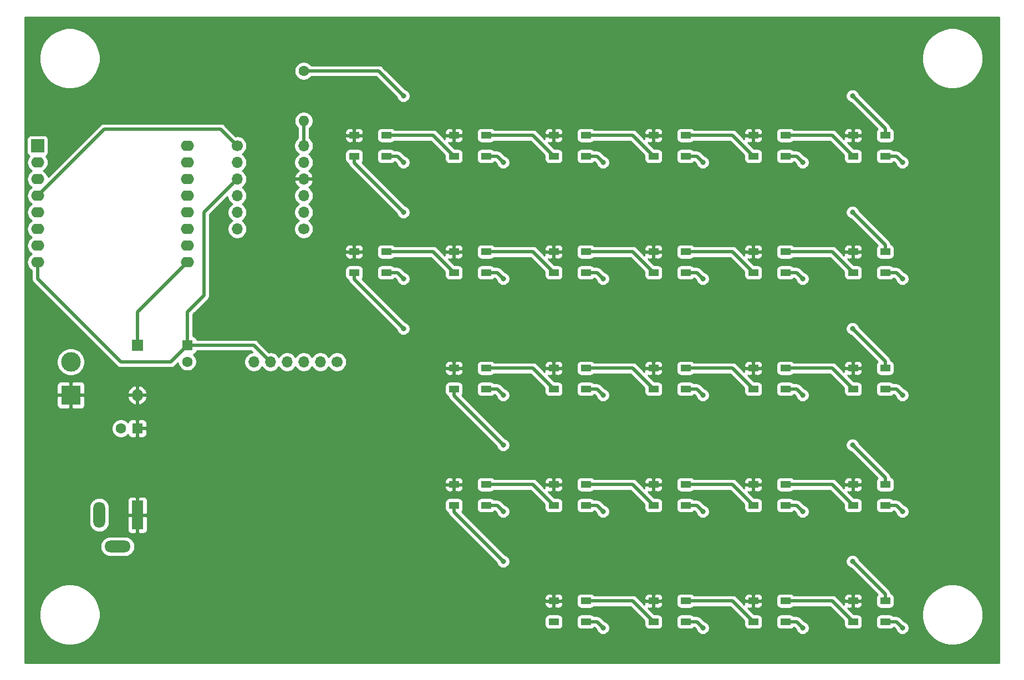
<source format=gtl>
%TF.GenerationSoftware,KiCad,Pcbnew,5.1.10*%
%TF.CreationDate,2021-10-31T13:45:51+01:00*%
%TF.ProjectId,binaryclock,62696e61-7279-4636-9c6f-636b2e6b6963,rev?*%
%TF.SameCoordinates,Original*%
%TF.FileFunction,Copper,L1,Top*%
%TF.FilePolarity,Positive*%
%FSLAX46Y46*%
G04 Gerber Fmt 4.6, Leading zero omitted, Abs format (unit mm)*
G04 Created by KiCad (PCBNEW 5.1.10) date 2021-10-31 13:45:51*
%MOMM*%
%LPD*%
G01*
G04 APERTURE LIST*
%TA.AperFunction,ComponentPad*%
%ADD10O,1.700000X1.700000*%
%TD*%
%TA.AperFunction,ComponentPad*%
%ADD11C,1.700000*%
%TD*%
%TA.AperFunction,ComponentPad*%
%ADD12C,1.600000*%
%TD*%
%TA.AperFunction,ComponentPad*%
%ADD13R,1.600000X1.600000*%
%TD*%
%TA.AperFunction,ComponentPad*%
%ADD14R,1.800000X1.800000*%
%TD*%
%TA.AperFunction,ComponentPad*%
%ADD15O,1.800000X1.800000*%
%TD*%
%TA.AperFunction,SMDPad,CuDef*%
%ADD16R,1.500000X1.000000*%
%TD*%
%TA.AperFunction,ComponentPad*%
%ADD17O,4.000000X1.800000*%
%TD*%
%TA.AperFunction,ComponentPad*%
%ADD18O,1.800000X4.000000*%
%TD*%
%TA.AperFunction,ComponentPad*%
%ADD19R,1.800000X4.400000*%
%TD*%
%TA.AperFunction,ComponentPad*%
%ADD20C,3.000000*%
%TD*%
%TA.AperFunction,ComponentPad*%
%ADD21R,3.000000X3.000000*%
%TD*%
%TA.AperFunction,ComponentPad*%
%ADD22O,1.600000X1.600000*%
%TD*%
%TA.AperFunction,ComponentPad*%
%ADD23O,2.000000X1.600000*%
%TD*%
%TA.AperFunction,ComponentPad*%
%ADD24R,2.000000X2.000000*%
%TD*%
%TA.AperFunction,ViaPad*%
%ADD25C,0.800000*%
%TD*%
%TA.AperFunction,Conductor*%
%ADD26C,0.500000*%
%TD*%
%TA.AperFunction,Conductor*%
%ADD27C,0.254000*%
%TD*%
%TA.AperFunction,Conductor*%
%ADD28C,0.150000*%
%TD*%
G04 APERTURE END LIST*
D10*
%TO.P,J5,6*%
%TO.N,GND*%
X71120000Y-86360000D03*
%TO.P,J5,5*%
%TO.N,+3V3*%
X73660000Y-86360000D03*
%TO.P,J5,4*%
%TO.N,SDA*%
X76200000Y-86360000D03*
%TO.P,J5,3*%
%TO.N,SCL*%
X78740000Y-86360000D03*
%TO.P,J5,2*%
%TO.N,Net-(J5-Pad2)*%
X81280000Y-86360000D03*
D11*
%TO.P,J5,1*%
%TO.N,Net-(J5-Pad1)*%
X83820000Y-86360000D03*
%TD*%
D12*
%TO.P,C1,2*%
%TO.N,GND*%
X50840000Y-96520000D03*
D13*
%TO.P,C1,1*%
%TO.N,+5V*%
X53340000Y-96520000D03*
%TD*%
%TO.P,C2,1*%
%TO.N,+3V3*%
X60960000Y-83820000D03*
D12*
%TO.P,C2,2*%
%TO.N,GND*%
X60960000Y-86320000D03*
%TD*%
D14*
%TO.P,D1,1*%
%TO.N,Net-(D1-Pad1)*%
X53340000Y-83820000D03*
D15*
%TO.P,D1,2*%
%TO.N,+5V*%
X53340000Y-91440000D03*
%TD*%
D16*
%TO.P,D2,1*%
%TO.N,+5V*%
X162650000Y-51740000D03*
%TO.P,D2,2*%
%TO.N,Net-(D2-Pad2)*%
X162650000Y-54940000D03*
%TO.P,D2,4*%
%TO.N,Net-(D2-Pad4)*%
X167550000Y-51740000D03*
%TO.P,D2,3*%
%TO.N,GND*%
X167550000Y-54940000D03*
%TD*%
%TO.P,D3,3*%
%TO.N,GND*%
X152310000Y-54940000D03*
%TO.P,D3,4*%
%TO.N,Net-(D2-Pad2)*%
X152310000Y-51740000D03*
%TO.P,D3,2*%
%TO.N,Net-(D3-Pad2)*%
X147410000Y-54940000D03*
%TO.P,D3,1*%
%TO.N,+5V*%
X147410000Y-51740000D03*
%TD*%
%TO.P,D4,3*%
%TO.N,GND*%
X137070000Y-54940000D03*
%TO.P,D4,4*%
%TO.N,Net-(D3-Pad2)*%
X137070000Y-51740000D03*
%TO.P,D4,2*%
%TO.N,Net-(D4-Pad2)*%
X132170000Y-54940000D03*
%TO.P,D4,1*%
%TO.N,+5V*%
X132170000Y-51740000D03*
%TD*%
%TO.P,D5,1*%
%TO.N,+5V*%
X116930000Y-51740000D03*
%TO.P,D5,2*%
%TO.N,Net-(D5-Pad2)*%
X116930000Y-54940000D03*
%TO.P,D5,4*%
%TO.N,Net-(D4-Pad2)*%
X121830000Y-51740000D03*
%TO.P,D5,3*%
%TO.N,GND*%
X121830000Y-54940000D03*
%TD*%
%TO.P,D6,1*%
%TO.N,+5V*%
X101690000Y-51740000D03*
%TO.P,D6,2*%
%TO.N,Net-(D6-Pad2)*%
X101690000Y-54940000D03*
%TO.P,D6,4*%
%TO.N,Net-(D5-Pad2)*%
X106590000Y-51740000D03*
%TO.P,D6,3*%
%TO.N,GND*%
X106590000Y-54940000D03*
%TD*%
%TO.P,D7,3*%
%TO.N,GND*%
X91350000Y-54940000D03*
%TO.P,D7,4*%
%TO.N,Net-(D6-Pad2)*%
X91350000Y-51740000D03*
%TO.P,D7,2*%
%TO.N,minutes*%
X86450000Y-54940000D03*
%TO.P,D7,1*%
%TO.N,+5V*%
X86450000Y-51740000D03*
%TD*%
%TO.P,D8,1*%
%TO.N,+5V*%
X162650000Y-69520000D03*
%TO.P,D8,2*%
%TO.N,Net-(D8-Pad2)*%
X162650000Y-72720000D03*
%TO.P,D8,4*%
%TO.N,minutes*%
X167550000Y-69520000D03*
%TO.P,D8,3*%
%TO.N,GND*%
X167550000Y-72720000D03*
%TD*%
%TO.P,D9,1*%
%TO.N,+5V*%
X147410000Y-69520000D03*
%TO.P,D9,2*%
%TO.N,Net-(D10-Pad4)*%
X147410000Y-72720000D03*
%TO.P,D9,4*%
%TO.N,Net-(D8-Pad2)*%
X152310000Y-69520000D03*
%TO.P,D9,3*%
%TO.N,GND*%
X152310000Y-72720000D03*
%TD*%
%TO.P,D10,3*%
%TO.N,GND*%
X137070000Y-72720000D03*
%TO.P,D10,4*%
%TO.N,Net-(D10-Pad4)*%
X137070000Y-69520000D03*
%TO.P,D10,2*%
%TO.N,Net-(D10-Pad2)*%
X132170000Y-72720000D03*
%TO.P,D10,1*%
%TO.N,+5V*%
X132170000Y-69520000D03*
%TD*%
%TO.P,D11,1*%
%TO.N,+5V*%
X116930000Y-69520000D03*
%TO.P,D11,2*%
%TO.N,Net-(D11-Pad2)*%
X116930000Y-72720000D03*
%TO.P,D11,4*%
%TO.N,Net-(D10-Pad2)*%
X121830000Y-69520000D03*
%TO.P,D11,3*%
%TO.N,GND*%
X121830000Y-72720000D03*
%TD*%
%TO.P,D12,3*%
%TO.N,GND*%
X106590000Y-72720000D03*
%TO.P,D12,4*%
%TO.N,Net-(D11-Pad2)*%
X106590000Y-69520000D03*
%TO.P,D12,2*%
%TO.N,Net-(D12-Pad2)*%
X101690000Y-72720000D03*
%TO.P,D12,1*%
%TO.N,+5V*%
X101690000Y-69520000D03*
%TD*%
%TO.P,D13,1*%
%TO.N,+5V*%
X86450000Y-69520000D03*
%TO.P,D13,2*%
%TO.N,hours*%
X86450000Y-72720000D03*
%TO.P,D13,4*%
%TO.N,Net-(D12-Pad2)*%
X91350000Y-69520000D03*
%TO.P,D13,3*%
%TO.N,GND*%
X91350000Y-72720000D03*
%TD*%
%TO.P,D14,3*%
%TO.N,GND*%
X167550000Y-90500000D03*
%TO.P,D14,4*%
%TO.N,hours*%
X167550000Y-87300000D03*
%TO.P,D14,2*%
%TO.N,Net-(D14-Pad2)*%
X162650000Y-90500000D03*
%TO.P,D14,1*%
%TO.N,+5V*%
X162650000Y-87300000D03*
%TD*%
%TO.P,D15,1*%
%TO.N,+5V*%
X147410000Y-87300000D03*
%TO.P,D15,2*%
%TO.N,Net-(D15-Pad2)*%
X147410000Y-90500000D03*
%TO.P,D15,4*%
%TO.N,Net-(D14-Pad2)*%
X152310000Y-87300000D03*
%TO.P,D15,3*%
%TO.N,GND*%
X152310000Y-90500000D03*
%TD*%
%TO.P,D16,3*%
%TO.N,GND*%
X137070000Y-90500000D03*
%TO.P,D16,4*%
%TO.N,Net-(D15-Pad2)*%
X137070000Y-87300000D03*
%TO.P,D16,2*%
%TO.N,Net-(D16-Pad2)*%
X132170000Y-90500000D03*
%TO.P,D16,1*%
%TO.N,+5V*%
X132170000Y-87300000D03*
%TD*%
%TO.P,D17,3*%
%TO.N,GND*%
X121830000Y-90500000D03*
%TO.P,D17,4*%
%TO.N,Net-(D16-Pad2)*%
X121830000Y-87300000D03*
%TO.P,D17,2*%
%TO.N,Net-(D17-Pad2)*%
X116930000Y-90500000D03*
%TO.P,D17,1*%
%TO.N,+5V*%
X116930000Y-87300000D03*
%TD*%
%TO.P,D18,3*%
%TO.N,GND*%
X106590000Y-90500000D03*
%TO.P,D18,4*%
%TO.N,Net-(D17-Pad2)*%
X106590000Y-87300000D03*
%TO.P,D18,2*%
%TO.N,days*%
X101690000Y-90500000D03*
%TO.P,D18,1*%
%TO.N,+5V*%
X101690000Y-87300000D03*
%TD*%
%TO.P,D19,1*%
%TO.N,+5V*%
X162650000Y-105080000D03*
%TO.P,D19,2*%
%TO.N,Net-(D19-Pad2)*%
X162650000Y-108280000D03*
%TO.P,D19,4*%
%TO.N,days*%
X167550000Y-105080000D03*
%TO.P,D19,3*%
%TO.N,GND*%
X167550000Y-108280000D03*
%TD*%
%TO.P,D20,3*%
%TO.N,GND*%
X152310000Y-108280000D03*
%TO.P,D20,4*%
%TO.N,Net-(D19-Pad2)*%
X152310000Y-105080000D03*
%TO.P,D20,2*%
%TO.N,Net-(D20-Pad2)*%
X147410000Y-108280000D03*
%TO.P,D20,1*%
%TO.N,+5V*%
X147410000Y-105080000D03*
%TD*%
%TO.P,D21,1*%
%TO.N,+5V*%
X132170000Y-105080000D03*
%TO.P,D21,2*%
%TO.N,Net-(D21-Pad2)*%
X132170000Y-108280000D03*
%TO.P,D21,4*%
%TO.N,Net-(D20-Pad2)*%
X137070000Y-105080000D03*
%TO.P,D21,3*%
%TO.N,GND*%
X137070000Y-108280000D03*
%TD*%
%TO.P,D22,3*%
%TO.N,GND*%
X121830000Y-108280000D03*
%TO.P,D22,4*%
%TO.N,Net-(D21-Pad2)*%
X121830000Y-105080000D03*
%TO.P,D22,2*%
%TO.N,Net-(D22-Pad2)*%
X116930000Y-108280000D03*
%TO.P,D22,1*%
%TO.N,+5V*%
X116930000Y-105080000D03*
%TD*%
%TO.P,D23,1*%
%TO.N,+5V*%
X101690000Y-105080000D03*
%TO.P,D23,2*%
%TO.N,month*%
X101690000Y-108280000D03*
%TO.P,D23,4*%
%TO.N,Net-(D22-Pad2)*%
X106590000Y-105080000D03*
%TO.P,D23,3*%
%TO.N,GND*%
X106590000Y-108280000D03*
%TD*%
%TO.P,D24,1*%
%TO.N,+5V*%
X162650000Y-122860000D03*
%TO.P,D24,2*%
%TO.N,Net-(D24-Pad2)*%
X162650000Y-126060000D03*
%TO.P,D24,4*%
%TO.N,month*%
X167550000Y-122860000D03*
%TO.P,D24,3*%
%TO.N,GND*%
X167550000Y-126060000D03*
%TD*%
%TO.P,D25,3*%
%TO.N,GND*%
X152310000Y-126060000D03*
%TO.P,D25,4*%
%TO.N,Net-(D24-Pad2)*%
X152310000Y-122860000D03*
%TO.P,D25,2*%
%TO.N,Net-(D25-Pad2)*%
X147410000Y-126060000D03*
%TO.P,D25,1*%
%TO.N,+5V*%
X147410000Y-122860000D03*
%TD*%
%TO.P,D26,3*%
%TO.N,GND*%
X137070000Y-126060000D03*
%TO.P,D26,4*%
%TO.N,Net-(D25-Pad2)*%
X137070000Y-122860000D03*
%TO.P,D26,2*%
%TO.N,Net-(D26-Pad2)*%
X132170000Y-126060000D03*
%TO.P,D26,1*%
%TO.N,+5V*%
X132170000Y-122860000D03*
%TD*%
%TO.P,D27,1*%
%TO.N,+5V*%
X116930000Y-122860000D03*
%TO.P,D27,2*%
%TO.N,Net-(D27-Pad2)*%
X116930000Y-126060000D03*
%TO.P,D27,4*%
%TO.N,Net-(D26-Pad2)*%
X121830000Y-122860000D03*
%TO.P,D27,3*%
%TO.N,GND*%
X121830000Y-126060000D03*
%TD*%
D17*
%TO.P,J1,3*%
%TO.N,N/C*%
X50340000Y-114553400D03*
D18*
%TO.P,J1,2*%
%TO.N,GND*%
X47540000Y-109753400D03*
D19*
%TO.P,J1,1*%
%TO.N,+5V*%
X53340000Y-109753400D03*
%TD*%
D20*
%TO.P,J2,1*%
%TO.N,GND*%
X43180000Y-86360000D03*
D21*
%TO.P,J2,2*%
%TO.N,+5V*%
X43180000Y-91440000D03*
%TD*%
D10*
%TO.P,J3,6*%
%TO.N,Net-(J3-Pad6)*%
X68580000Y-66040000D03*
%TO.P,J3,5*%
%TO.N,Net-(J3-Pad5)*%
X68580000Y-63500000D03*
%TO.P,J3,4*%
%TO.N,GND*%
X68580000Y-60960000D03*
%TO.P,J3,3*%
%TO.N,+3V3*%
X68580000Y-58420000D03*
%TO.P,J3,2*%
%TO.N,Net-(J3-Pad2)*%
X68580000Y-55880000D03*
D11*
%TO.P,J3,1*%
%TO.N,LV_LED*%
X68580000Y-53340000D03*
%TD*%
%TO.P,J4,1*%
%TO.N,Net-(J4-Pad1)*%
X78740000Y-66040000D03*
D10*
%TO.P,J4,2*%
%TO.N,Net-(J4-Pad2)*%
X78740000Y-63500000D03*
%TO.P,J4,3*%
%TO.N,GND*%
X78740000Y-60960000D03*
%TO.P,J4,4*%
%TO.N,+5V*%
X78740000Y-58420000D03*
%TO.P,J4,5*%
%TO.N,Net-(J4-Pad5)*%
X78740000Y-55880000D03*
%TO.P,J4,6*%
%TO.N,HV_LED*%
X78740000Y-53340000D03*
%TD*%
D12*
%TO.P,R1,1*%
%TO.N,Net-(D2-Pad4)*%
X78740000Y-41910000D03*
D22*
%TO.P,R1,2*%
%TO.N,HV_LED*%
X78740000Y-49530000D03*
%TD*%
D23*
%TO.P,U1,2*%
%TO.N,Net-(U1-Pad2)*%
X38100000Y-55880000D03*
D24*
%TO.P,U1,1*%
%TO.N,Net-(U1-Pad1)*%
X38100000Y-53340000D03*
D23*
%TO.P,U1,3*%
%TO.N,Net-(U1-Pad3)*%
X38100000Y-58420000D03*
%TO.P,U1,4*%
%TO.N,LV_LED*%
X38100000Y-60960000D03*
%TO.P,U1,5*%
%TO.N,Net-(U1-Pad5)*%
X38100000Y-63500000D03*
%TO.P,U1,6*%
%TO.N,Net-(U1-Pad6)*%
X38100000Y-66040000D03*
%TO.P,U1,7*%
%TO.N,Net-(U1-Pad7)*%
X38100000Y-68580000D03*
%TO.P,U1,8*%
%TO.N,+3V3*%
X38100000Y-71120000D03*
%TO.P,U1,9*%
%TO.N,Net-(D1-Pad1)*%
X60960000Y-71120000D03*
%TO.P,U1,10*%
%TO.N,GND*%
X60960000Y-68580000D03*
%TO.P,U1,11*%
%TO.N,Net-(U1-Pad11)*%
X60960000Y-66040000D03*
%TO.P,U1,12*%
%TO.N,Net-(U1-Pad12)*%
X60960000Y-63500000D03*
%TO.P,U1,13*%
%TO.N,SDA*%
X60960000Y-60960000D03*
%TO.P,U1,14*%
%TO.N,SCL*%
X60960000Y-58420000D03*
%TO.P,U1,15*%
%TO.N,Net-(U1-Pad15)*%
X60960000Y-55880000D03*
%TO.P,U1,16*%
%TO.N,Net-(U1-Pad16)*%
X60960000Y-53340000D03*
%TD*%
D25*
%TO.N,GND*%
X170180000Y-55880000D03*
X154940000Y-55880000D03*
X139700000Y-55880000D03*
X124460000Y-55880000D03*
X109220000Y-55880000D03*
X93980000Y-55880000D03*
X93980000Y-73660000D03*
X109220000Y-73660000D03*
X124460000Y-73660000D03*
X139700000Y-73660000D03*
X154940000Y-73660000D03*
X170180000Y-73660000D03*
X170180000Y-91440000D03*
X154940000Y-91440000D03*
X139700000Y-91440000D03*
X124460000Y-91440000D03*
X109220000Y-91440000D03*
X109220000Y-109220000D03*
X124460000Y-109220000D03*
X139700000Y-109220000D03*
X154940000Y-109220000D03*
X170180000Y-109220000D03*
X170180000Y-127000000D03*
X154940000Y-127000000D03*
X139700000Y-127000000D03*
X124460000Y-127000000D03*
%TO.N,Net-(D2-Pad4)*%
X162560000Y-45720000D03*
X93980000Y-45720000D03*
%TO.N,minutes*%
X93980000Y-63500000D03*
X162560000Y-63500000D03*
%TO.N,hours*%
X93980000Y-81280000D03*
X162560000Y-81280000D03*
%TO.N,days*%
X109220000Y-99060000D03*
X162560000Y-99060000D03*
%TO.N,month*%
X109220000Y-116840000D03*
X162560000Y-116840000D03*
%TD*%
D26*
%TO.N,GND*%
X169240000Y-54940000D02*
X170180000Y-55880000D01*
X167550000Y-54940000D02*
X169240000Y-54940000D01*
X152310000Y-54940000D02*
X154000000Y-54940000D01*
X154000000Y-54940000D02*
X154940000Y-55880000D01*
X137070000Y-54940000D02*
X138760000Y-54940000D01*
X138760000Y-54940000D02*
X139700000Y-55880000D01*
X123520000Y-54940000D02*
X124460000Y-55880000D01*
X121830000Y-54940000D02*
X123520000Y-54940000D01*
X108280000Y-54940000D02*
X109220000Y-55880000D01*
X106590000Y-54940000D02*
X108280000Y-54940000D01*
X91350000Y-54940000D02*
X93040000Y-54940000D01*
X93040000Y-54940000D02*
X93980000Y-55880000D01*
X93040000Y-72720000D02*
X93980000Y-73660000D01*
X91350000Y-72720000D02*
X93040000Y-72720000D01*
X108280000Y-72720000D02*
X109220000Y-73660000D01*
X106590000Y-72720000D02*
X108280000Y-72720000D01*
X123520000Y-72720000D02*
X124460000Y-73660000D01*
X121830000Y-72720000D02*
X123520000Y-72720000D01*
X138760000Y-72720000D02*
X139700000Y-73660000D01*
X137070000Y-72720000D02*
X138760000Y-72720000D01*
X154000000Y-72720000D02*
X154940000Y-73660000D01*
X152310000Y-72720000D02*
X154000000Y-72720000D01*
X169240000Y-72720000D02*
X170180000Y-73660000D01*
X167550000Y-72720000D02*
X169240000Y-72720000D01*
X169240000Y-90500000D02*
X170180000Y-91440000D01*
X167550000Y-90500000D02*
X169240000Y-90500000D01*
X154000000Y-90500000D02*
X154940000Y-91440000D01*
X152310000Y-90500000D02*
X154000000Y-90500000D01*
X138760000Y-90500000D02*
X139700000Y-91440000D01*
X137070000Y-90500000D02*
X138760000Y-90500000D01*
X123520000Y-90500000D02*
X124460000Y-91440000D01*
X121830000Y-90500000D02*
X123520000Y-90500000D01*
X108280000Y-90500000D02*
X109220000Y-91440000D01*
X106590000Y-90500000D02*
X108280000Y-90500000D01*
X108280000Y-108280000D02*
X109220000Y-109220000D01*
X106590000Y-108280000D02*
X108280000Y-108280000D01*
X123520000Y-108280000D02*
X124460000Y-109220000D01*
X121830000Y-108280000D02*
X123520000Y-108280000D01*
X138760000Y-108280000D02*
X139700000Y-109220000D01*
X137070000Y-108280000D02*
X138760000Y-108280000D01*
X154000000Y-108280000D02*
X154940000Y-109220000D01*
X152310000Y-108280000D02*
X154000000Y-108280000D01*
X169240000Y-108280000D02*
X170180000Y-109220000D01*
X167550000Y-108280000D02*
X169240000Y-108280000D01*
X169240000Y-126060000D02*
X170180000Y-127000000D01*
X167550000Y-126060000D02*
X169240000Y-126060000D01*
X154000000Y-126060000D02*
X154940000Y-127000000D01*
X152310000Y-126060000D02*
X154000000Y-126060000D01*
X138760000Y-126060000D02*
X139700000Y-127000000D01*
X137070000Y-126060000D02*
X138760000Y-126060000D01*
X123520000Y-126060000D02*
X124460000Y-127000000D01*
X121830000Y-126060000D02*
X123520000Y-126060000D01*
%TO.N,+3V3*%
X38100000Y-71120000D02*
X38100000Y-73660000D01*
X38100000Y-73660000D02*
X50800000Y-86360000D01*
X58420000Y-86360000D02*
X60960000Y-83820000D01*
X50800000Y-86360000D02*
X58420000Y-86360000D01*
X71120000Y-83820000D02*
X73660000Y-86360000D01*
X60960000Y-83820000D02*
X71120000Y-83820000D01*
X60960000Y-83820000D02*
X60960000Y-78740000D01*
X60960000Y-78740000D02*
X63500000Y-76200000D01*
X63500000Y-63500000D02*
X68580000Y-58420000D01*
X63500000Y-76200000D02*
X63500000Y-63500000D01*
%TO.N,Net-(D1-Pad1)*%
X53340000Y-83820000D02*
X53340000Y-78740000D01*
X53340000Y-78740000D02*
X60960000Y-71120000D01*
%TO.N,Net-(D2-Pad2)*%
X159450000Y-51740000D02*
X162650000Y-54940000D01*
X152310000Y-51740000D02*
X159450000Y-51740000D01*
%TO.N,Net-(D2-Pad4)*%
X167550000Y-50710000D02*
X162560000Y-45720000D01*
X167550000Y-51740000D02*
X167550000Y-50710000D01*
X78740000Y-41910000D02*
X90170000Y-41910000D01*
X90170000Y-41910000D02*
X93980000Y-45720000D01*
%TO.N,Net-(D3-Pad2)*%
X144210000Y-51740000D02*
X147410000Y-54940000D01*
X137070000Y-51740000D02*
X144210000Y-51740000D01*
%TO.N,Net-(D4-Pad2)*%
X128970000Y-51740000D02*
X132170000Y-54940000D01*
X121830000Y-51740000D02*
X128970000Y-51740000D01*
%TO.N,Net-(D5-Pad2)*%
X113730000Y-51740000D02*
X116930000Y-54940000D01*
X106590000Y-51740000D02*
X113730000Y-51740000D01*
%TO.N,Net-(D6-Pad2)*%
X98490000Y-51740000D02*
X101690000Y-54940000D01*
X91350000Y-51740000D02*
X98490000Y-51740000D01*
%TO.N,minutes*%
X86450000Y-55970000D02*
X93980000Y-63500000D01*
X86450000Y-54940000D02*
X86450000Y-55970000D01*
X167550000Y-68490000D02*
X162560000Y-63500000D01*
X167550000Y-69520000D02*
X167550000Y-68490000D01*
%TO.N,Net-(D8-Pad2)*%
X159450000Y-69520000D02*
X162650000Y-72720000D01*
X152310000Y-69520000D02*
X159450000Y-69520000D01*
%TO.N,Net-(D10-Pad4)*%
X144210000Y-69520000D02*
X147410000Y-72720000D01*
X137070000Y-69520000D02*
X144210000Y-69520000D01*
%TO.N,Net-(D10-Pad2)*%
X128970000Y-69520000D02*
X132170000Y-72720000D01*
X121830000Y-69520000D02*
X128970000Y-69520000D01*
%TO.N,Net-(D11-Pad2)*%
X113730000Y-69520000D02*
X116930000Y-72720000D01*
X106590000Y-69520000D02*
X113730000Y-69520000D01*
%TO.N,Net-(D12-Pad2)*%
X98490000Y-69520000D02*
X101690000Y-72720000D01*
X91350000Y-69520000D02*
X98490000Y-69520000D01*
%TO.N,hours*%
X86450000Y-73750000D02*
X93980000Y-81280000D01*
X86450000Y-72720000D02*
X86450000Y-73750000D01*
X167550000Y-86270000D02*
X162560000Y-81280000D01*
X167550000Y-87300000D02*
X167550000Y-86270000D01*
%TO.N,Net-(D14-Pad2)*%
X159450000Y-87300000D02*
X162650000Y-90500000D01*
X152310000Y-87300000D02*
X159450000Y-87300000D01*
%TO.N,Net-(D15-Pad2)*%
X144210000Y-87300000D02*
X147410000Y-90500000D01*
X137070000Y-87300000D02*
X144210000Y-87300000D01*
%TO.N,Net-(D16-Pad2)*%
X128970000Y-87300000D02*
X132170000Y-90500000D01*
X121830000Y-87300000D02*
X128970000Y-87300000D01*
%TO.N,Net-(D17-Pad2)*%
X113730000Y-87300000D02*
X116930000Y-90500000D01*
X106590000Y-87300000D02*
X113730000Y-87300000D01*
%TO.N,days*%
X101690000Y-91530000D02*
X109220000Y-99060000D01*
X101690000Y-90500000D02*
X101690000Y-91530000D01*
X167550000Y-104050000D02*
X162560000Y-99060000D01*
X167550000Y-105080000D02*
X167550000Y-104050000D01*
%TO.N,Net-(D19-Pad2)*%
X159450000Y-105080000D02*
X162650000Y-108280000D01*
X152310000Y-105080000D02*
X159450000Y-105080000D01*
%TO.N,Net-(D20-Pad2)*%
X144210000Y-105080000D02*
X147410000Y-108280000D01*
X137070000Y-105080000D02*
X144210000Y-105080000D01*
%TO.N,Net-(D21-Pad2)*%
X128970000Y-105080000D02*
X132170000Y-108280000D01*
X121830000Y-105080000D02*
X128970000Y-105080000D01*
%TO.N,Net-(D22-Pad2)*%
X113730000Y-105080000D02*
X116930000Y-108280000D01*
X106590000Y-105080000D02*
X113730000Y-105080000D01*
%TO.N,month*%
X101690000Y-109310000D02*
X109220000Y-116840000D01*
X101690000Y-108280000D02*
X101690000Y-109310000D01*
X167550000Y-121830000D02*
X162560000Y-116840000D01*
X167550000Y-122860000D02*
X167550000Y-121830000D01*
%TO.N,Net-(D24-Pad2)*%
X159450000Y-122860000D02*
X162650000Y-126060000D01*
X152310000Y-122860000D02*
X159450000Y-122860000D01*
%TO.N,Net-(D25-Pad2)*%
X144210000Y-122860000D02*
X147410000Y-126060000D01*
X137070000Y-122860000D02*
X144210000Y-122860000D01*
%TO.N,Net-(D26-Pad2)*%
X128970000Y-122860000D02*
X132170000Y-126060000D01*
X121830000Y-122860000D02*
X128970000Y-122860000D01*
%TO.N,LV_LED*%
X38100000Y-60960000D02*
X48260000Y-50800000D01*
X48260000Y-50800000D02*
X66040000Y-50800000D01*
X66040000Y-50800000D02*
X68580000Y-53340000D01*
%TO.N,HV_LED*%
X78740000Y-49530000D02*
X78740000Y-53340000D01*
%TD*%
D27*
%TO.N,+5V*%
X184900001Y-132360000D02*
X36220000Y-132360000D01*
X36220000Y-124541280D01*
X38342535Y-124541280D01*
X38342535Y-125458720D01*
X38521519Y-126358532D01*
X38872608Y-127206137D01*
X39382311Y-127968961D01*
X40031039Y-128617689D01*
X40793863Y-129127392D01*
X41641468Y-129478481D01*
X42541280Y-129657465D01*
X43458720Y-129657465D01*
X44358532Y-129478481D01*
X45206137Y-129127392D01*
X45968961Y-128617689D01*
X46617689Y-127968961D01*
X47127392Y-127206137D01*
X47478481Y-126358532D01*
X47637319Y-125560000D01*
X115541928Y-125560000D01*
X115541928Y-126560000D01*
X115554188Y-126684482D01*
X115590498Y-126804180D01*
X115649463Y-126914494D01*
X115728815Y-127011185D01*
X115825506Y-127090537D01*
X115935820Y-127149502D01*
X116055518Y-127185812D01*
X116180000Y-127198072D01*
X117680000Y-127198072D01*
X117804482Y-127185812D01*
X117924180Y-127149502D01*
X118034494Y-127090537D01*
X118131185Y-127011185D01*
X118210537Y-126914494D01*
X118269502Y-126804180D01*
X118305812Y-126684482D01*
X118318072Y-126560000D01*
X118318072Y-125560000D01*
X120441928Y-125560000D01*
X120441928Y-126560000D01*
X120454188Y-126684482D01*
X120490498Y-126804180D01*
X120549463Y-126914494D01*
X120628815Y-127011185D01*
X120725506Y-127090537D01*
X120835820Y-127149502D01*
X120955518Y-127185812D01*
X121080000Y-127198072D01*
X122580000Y-127198072D01*
X122704482Y-127185812D01*
X122824180Y-127149502D01*
X122934494Y-127090537D01*
X123031185Y-127011185D01*
X123085501Y-126945000D01*
X123153422Y-126945000D01*
X123453465Y-127245044D01*
X123464774Y-127301898D01*
X123542795Y-127490256D01*
X123656063Y-127659774D01*
X123800226Y-127803937D01*
X123969744Y-127917205D01*
X124158102Y-127995226D01*
X124358061Y-128035000D01*
X124561939Y-128035000D01*
X124761898Y-127995226D01*
X124950256Y-127917205D01*
X125119774Y-127803937D01*
X125263937Y-127659774D01*
X125377205Y-127490256D01*
X125455226Y-127301898D01*
X125495000Y-127101939D01*
X125495000Y-126898061D01*
X125455226Y-126698102D01*
X125377205Y-126509744D01*
X125263937Y-126340226D01*
X125119774Y-126196063D01*
X124950256Y-126082795D01*
X124761898Y-126004774D01*
X124705044Y-125993465D01*
X124176534Y-125464956D01*
X124148817Y-125431183D01*
X124014059Y-125320589D01*
X123860313Y-125238411D01*
X123693490Y-125187805D01*
X123563477Y-125175000D01*
X123563469Y-125175000D01*
X123520000Y-125170719D01*
X123476531Y-125175000D01*
X123085501Y-125175000D01*
X123031185Y-125108815D01*
X122934494Y-125029463D01*
X122824180Y-124970498D01*
X122704482Y-124934188D01*
X122580000Y-124921928D01*
X121080000Y-124921928D01*
X120955518Y-124934188D01*
X120835820Y-124970498D01*
X120725506Y-125029463D01*
X120628815Y-125108815D01*
X120549463Y-125205506D01*
X120490498Y-125315820D01*
X120454188Y-125435518D01*
X120441928Y-125560000D01*
X118318072Y-125560000D01*
X118305812Y-125435518D01*
X118269502Y-125315820D01*
X118210537Y-125205506D01*
X118131185Y-125108815D01*
X118034494Y-125029463D01*
X117924180Y-124970498D01*
X117804482Y-124934188D01*
X117680000Y-124921928D01*
X116180000Y-124921928D01*
X116055518Y-124934188D01*
X115935820Y-124970498D01*
X115825506Y-125029463D01*
X115728815Y-125108815D01*
X115649463Y-125205506D01*
X115590498Y-125315820D01*
X115554188Y-125435518D01*
X115541928Y-125560000D01*
X47637319Y-125560000D01*
X47657465Y-125458720D01*
X47657465Y-124541280D01*
X47478481Y-123641468D01*
X47361894Y-123360000D01*
X115541928Y-123360000D01*
X115554188Y-123484482D01*
X115590498Y-123604180D01*
X115649463Y-123714494D01*
X115728815Y-123811185D01*
X115825506Y-123890537D01*
X115935820Y-123949502D01*
X116055518Y-123985812D01*
X116180000Y-123998072D01*
X116644250Y-123995000D01*
X116803000Y-123836250D01*
X116803000Y-122987000D01*
X117057000Y-122987000D01*
X117057000Y-123836250D01*
X117215750Y-123995000D01*
X117680000Y-123998072D01*
X117804482Y-123985812D01*
X117924180Y-123949502D01*
X118034494Y-123890537D01*
X118131185Y-123811185D01*
X118210537Y-123714494D01*
X118269502Y-123604180D01*
X118305812Y-123484482D01*
X118318072Y-123360000D01*
X118315000Y-123145750D01*
X118156250Y-122987000D01*
X117057000Y-122987000D01*
X116803000Y-122987000D01*
X115703750Y-122987000D01*
X115545000Y-123145750D01*
X115541928Y-123360000D01*
X47361894Y-123360000D01*
X47127392Y-122793863D01*
X46837494Y-122360000D01*
X115541928Y-122360000D01*
X115545000Y-122574250D01*
X115703750Y-122733000D01*
X116803000Y-122733000D01*
X116803000Y-121883750D01*
X117057000Y-121883750D01*
X117057000Y-122733000D01*
X118156250Y-122733000D01*
X118315000Y-122574250D01*
X118318072Y-122360000D01*
X120441928Y-122360000D01*
X120441928Y-123360000D01*
X120454188Y-123484482D01*
X120490498Y-123604180D01*
X120549463Y-123714494D01*
X120628815Y-123811185D01*
X120725506Y-123890537D01*
X120835820Y-123949502D01*
X120955518Y-123985812D01*
X121080000Y-123998072D01*
X122580000Y-123998072D01*
X122704482Y-123985812D01*
X122824180Y-123949502D01*
X122934494Y-123890537D01*
X123031185Y-123811185D01*
X123085501Y-123745000D01*
X128603422Y-123745000D01*
X130781928Y-125923507D01*
X130781928Y-126560000D01*
X130794188Y-126684482D01*
X130830498Y-126804180D01*
X130889463Y-126914494D01*
X130968815Y-127011185D01*
X131065506Y-127090537D01*
X131175820Y-127149502D01*
X131295518Y-127185812D01*
X131420000Y-127198072D01*
X132920000Y-127198072D01*
X133044482Y-127185812D01*
X133164180Y-127149502D01*
X133274494Y-127090537D01*
X133371185Y-127011185D01*
X133450537Y-126914494D01*
X133509502Y-126804180D01*
X133545812Y-126684482D01*
X133558072Y-126560000D01*
X133558072Y-125560000D01*
X135681928Y-125560000D01*
X135681928Y-126560000D01*
X135694188Y-126684482D01*
X135730498Y-126804180D01*
X135789463Y-126914494D01*
X135868815Y-127011185D01*
X135965506Y-127090537D01*
X136075820Y-127149502D01*
X136195518Y-127185812D01*
X136320000Y-127198072D01*
X137820000Y-127198072D01*
X137944482Y-127185812D01*
X138064180Y-127149502D01*
X138174494Y-127090537D01*
X138271185Y-127011185D01*
X138325501Y-126945000D01*
X138393422Y-126945000D01*
X138693465Y-127245044D01*
X138704774Y-127301898D01*
X138782795Y-127490256D01*
X138896063Y-127659774D01*
X139040226Y-127803937D01*
X139209744Y-127917205D01*
X139398102Y-127995226D01*
X139598061Y-128035000D01*
X139801939Y-128035000D01*
X140001898Y-127995226D01*
X140190256Y-127917205D01*
X140359774Y-127803937D01*
X140503937Y-127659774D01*
X140617205Y-127490256D01*
X140695226Y-127301898D01*
X140735000Y-127101939D01*
X140735000Y-126898061D01*
X140695226Y-126698102D01*
X140617205Y-126509744D01*
X140503937Y-126340226D01*
X140359774Y-126196063D01*
X140190256Y-126082795D01*
X140001898Y-126004774D01*
X139945044Y-125993465D01*
X139416534Y-125464956D01*
X139388817Y-125431183D01*
X139254059Y-125320589D01*
X139100313Y-125238411D01*
X138933490Y-125187805D01*
X138803477Y-125175000D01*
X138803469Y-125175000D01*
X138760000Y-125170719D01*
X138716531Y-125175000D01*
X138325501Y-125175000D01*
X138271185Y-125108815D01*
X138174494Y-125029463D01*
X138064180Y-124970498D01*
X137944482Y-124934188D01*
X137820000Y-124921928D01*
X136320000Y-124921928D01*
X136195518Y-124934188D01*
X136075820Y-124970498D01*
X135965506Y-125029463D01*
X135868815Y-125108815D01*
X135789463Y-125205506D01*
X135730498Y-125315820D01*
X135694188Y-125435518D01*
X135681928Y-125560000D01*
X133558072Y-125560000D01*
X133545812Y-125435518D01*
X133509502Y-125315820D01*
X133450537Y-125205506D01*
X133371185Y-125108815D01*
X133274494Y-125029463D01*
X133164180Y-124970498D01*
X133044482Y-124934188D01*
X132920000Y-124921928D01*
X132283507Y-124921928D01*
X131353058Y-123991479D01*
X131420000Y-123998072D01*
X131884250Y-123995000D01*
X132043000Y-123836250D01*
X132043000Y-122987000D01*
X132297000Y-122987000D01*
X132297000Y-123836250D01*
X132455750Y-123995000D01*
X132920000Y-123998072D01*
X133044482Y-123985812D01*
X133164180Y-123949502D01*
X133274494Y-123890537D01*
X133371185Y-123811185D01*
X133450537Y-123714494D01*
X133509502Y-123604180D01*
X133545812Y-123484482D01*
X133558072Y-123360000D01*
X133555000Y-123145750D01*
X133396250Y-122987000D01*
X132297000Y-122987000D01*
X132043000Y-122987000D01*
X130943750Y-122987000D01*
X130785000Y-123145750D01*
X130781928Y-123360000D01*
X130788521Y-123426943D01*
X129721578Y-122360000D01*
X130781928Y-122360000D01*
X130785000Y-122574250D01*
X130943750Y-122733000D01*
X132043000Y-122733000D01*
X132043000Y-121883750D01*
X132297000Y-121883750D01*
X132297000Y-122733000D01*
X133396250Y-122733000D01*
X133555000Y-122574250D01*
X133558072Y-122360000D01*
X135681928Y-122360000D01*
X135681928Y-123360000D01*
X135694188Y-123484482D01*
X135730498Y-123604180D01*
X135789463Y-123714494D01*
X135868815Y-123811185D01*
X135965506Y-123890537D01*
X136075820Y-123949502D01*
X136195518Y-123985812D01*
X136320000Y-123998072D01*
X137820000Y-123998072D01*
X137944482Y-123985812D01*
X138064180Y-123949502D01*
X138174494Y-123890537D01*
X138271185Y-123811185D01*
X138325501Y-123745000D01*
X143843422Y-123745000D01*
X146021928Y-125923507D01*
X146021928Y-126560000D01*
X146034188Y-126684482D01*
X146070498Y-126804180D01*
X146129463Y-126914494D01*
X146208815Y-127011185D01*
X146305506Y-127090537D01*
X146415820Y-127149502D01*
X146535518Y-127185812D01*
X146660000Y-127198072D01*
X148160000Y-127198072D01*
X148284482Y-127185812D01*
X148404180Y-127149502D01*
X148514494Y-127090537D01*
X148611185Y-127011185D01*
X148690537Y-126914494D01*
X148749502Y-126804180D01*
X148785812Y-126684482D01*
X148798072Y-126560000D01*
X148798072Y-125560000D01*
X150921928Y-125560000D01*
X150921928Y-126560000D01*
X150934188Y-126684482D01*
X150970498Y-126804180D01*
X151029463Y-126914494D01*
X151108815Y-127011185D01*
X151205506Y-127090537D01*
X151315820Y-127149502D01*
X151435518Y-127185812D01*
X151560000Y-127198072D01*
X153060000Y-127198072D01*
X153184482Y-127185812D01*
X153304180Y-127149502D01*
X153414494Y-127090537D01*
X153511185Y-127011185D01*
X153565501Y-126945000D01*
X153633422Y-126945000D01*
X153933465Y-127245044D01*
X153944774Y-127301898D01*
X154022795Y-127490256D01*
X154136063Y-127659774D01*
X154280226Y-127803937D01*
X154449744Y-127917205D01*
X154638102Y-127995226D01*
X154838061Y-128035000D01*
X155041939Y-128035000D01*
X155241898Y-127995226D01*
X155430256Y-127917205D01*
X155599774Y-127803937D01*
X155743937Y-127659774D01*
X155857205Y-127490256D01*
X155935226Y-127301898D01*
X155975000Y-127101939D01*
X155975000Y-126898061D01*
X155935226Y-126698102D01*
X155857205Y-126509744D01*
X155743937Y-126340226D01*
X155599774Y-126196063D01*
X155430256Y-126082795D01*
X155241898Y-126004774D01*
X155185044Y-125993465D01*
X154656534Y-125464956D01*
X154628817Y-125431183D01*
X154494059Y-125320589D01*
X154340313Y-125238411D01*
X154173490Y-125187805D01*
X154043477Y-125175000D01*
X154043469Y-125175000D01*
X154000000Y-125170719D01*
X153956531Y-125175000D01*
X153565501Y-125175000D01*
X153511185Y-125108815D01*
X153414494Y-125029463D01*
X153304180Y-124970498D01*
X153184482Y-124934188D01*
X153060000Y-124921928D01*
X151560000Y-124921928D01*
X151435518Y-124934188D01*
X151315820Y-124970498D01*
X151205506Y-125029463D01*
X151108815Y-125108815D01*
X151029463Y-125205506D01*
X150970498Y-125315820D01*
X150934188Y-125435518D01*
X150921928Y-125560000D01*
X148798072Y-125560000D01*
X148785812Y-125435518D01*
X148749502Y-125315820D01*
X148690537Y-125205506D01*
X148611185Y-125108815D01*
X148514494Y-125029463D01*
X148404180Y-124970498D01*
X148284482Y-124934188D01*
X148160000Y-124921928D01*
X147523507Y-124921928D01*
X146593058Y-123991479D01*
X146660000Y-123998072D01*
X147124250Y-123995000D01*
X147283000Y-123836250D01*
X147283000Y-122987000D01*
X147537000Y-122987000D01*
X147537000Y-123836250D01*
X147695750Y-123995000D01*
X148160000Y-123998072D01*
X148284482Y-123985812D01*
X148404180Y-123949502D01*
X148514494Y-123890537D01*
X148611185Y-123811185D01*
X148690537Y-123714494D01*
X148749502Y-123604180D01*
X148785812Y-123484482D01*
X148798072Y-123360000D01*
X148795000Y-123145750D01*
X148636250Y-122987000D01*
X147537000Y-122987000D01*
X147283000Y-122987000D01*
X146183750Y-122987000D01*
X146025000Y-123145750D01*
X146021928Y-123360000D01*
X146028521Y-123426943D01*
X144961578Y-122360000D01*
X146021928Y-122360000D01*
X146025000Y-122574250D01*
X146183750Y-122733000D01*
X147283000Y-122733000D01*
X147283000Y-121883750D01*
X147537000Y-121883750D01*
X147537000Y-122733000D01*
X148636250Y-122733000D01*
X148795000Y-122574250D01*
X148798072Y-122360000D01*
X150921928Y-122360000D01*
X150921928Y-123360000D01*
X150934188Y-123484482D01*
X150970498Y-123604180D01*
X151029463Y-123714494D01*
X151108815Y-123811185D01*
X151205506Y-123890537D01*
X151315820Y-123949502D01*
X151435518Y-123985812D01*
X151560000Y-123998072D01*
X153060000Y-123998072D01*
X153184482Y-123985812D01*
X153304180Y-123949502D01*
X153414494Y-123890537D01*
X153511185Y-123811185D01*
X153565501Y-123745000D01*
X159083422Y-123745000D01*
X161261928Y-125923507D01*
X161261928Y-126560000D01*
X161274188Y-126684482D01*
X161310498Y-126804180D01*
X161369463Y-126914494D01*
X161448815Y-127011185D01*
X161545506Y-127090537D01*
X161655820Y-127149502D01*
X161775518Y-127185812D01*
X161900000Y-127198072D01*
X163400000Y-127198072D01*
X163524482Y-127185812D01*
X163644180Y-127149502D01*
X163754494Y-127090537D01*
X163851185Y-127011185D01*
X163930537Y-126914494D01*
X163989502Y-126804180D01*
X164025812Y-126684482D01*
X164038072Y-126560000D01*
X164038072Y-125560000D01*
X166161928Y-125560000D01*
X166161928Y-126560000D01*
X166174188Y-126684482D01*
X166210498Y-126804180D01*
X166269463Y-126914494D01*
X166348815Y-127011185D01*
X166445506Y-127090537D01*
X166555820Y-127149502D01*
X166675518Y-127185812D01*
X166800000Y-127198072D01*
X168300000Y-127198072D01*
X168424482Y-127185812D01*
X168544180Y-127149502D01*
X168654494Y-127090537D01*
X168751185Y-127011185D01*
X168805501Y-126945000D01*
X168873422Y-126945000D01*
X169173465Y-127245044D01*
X169184774Y-127301898D01*
X169262795Y-127490256D01*
X169376063Y-127659774D01*
X169520226Y-127803937D01*
X169689744Y-127917205D01*
X169878102Y-127995226D01*
X170078061Y-128035000D01*
X170281939Y-128035000D01*
X170481898Y-127995226D01*
X170670256Y-127917205D01*
X170839774Y-127803937D01*
X170983937Y-127659774D01*
X171097205Y-127490256D01*
X171175226Y-127301898D01*
X171215000Y-127101939D01*
X171215000Y-126898061D01*
X171175226Y-126698102D01*
X171097205Y-126509744D01*
X170983937Y-126340226D01*
X170839774Y-126196063D01*
X170670256Y-126082795D01*
X170481898Y-126004774D01*
X170425044Y-125993465D01*
X169896534Y-125464956D01*
X169868817Y-125431183D01*
X169734059Y-125320589D01*
X169580313Y-125238411D01*
X169413490Y-125187805D01*
X169283477Y-125175000D01*
X169283469Y-125175000D01*
X169240000Y-125170719D01*
X169196531Y-125175000D01*
X168805501Y-125175000D01*
X168751185Y-125108815D01*
X168654494Y-125029463D01*
X168544180Y-124970498D01*
X168424482Y-124934188D01*
X168300000Y-124921928D01*
X166800000Y-124921928D01*
X166675518Y-124934188D01*
X166555820Y-124970498D01*
X166445506Y-125029463D01*
X166348815Y-125108815D01*
X166269463Y-125205506D01*
X166210498Y-125315820D01*
X166174188Y-125435518D01*
X166161928Y-125560000D01*
X164038072Y-125560000D01*
X164025812Y-125435518D01*
X163989502Y-125315820D01*
X163930537Y-125205506D01*
X163851185Y-125108815D01*
X163754494Y-125029463D01*
X163644180Y-124970498D01*
X163524482Y-124934188D01*
X163400000Y-124921928D01*
X162763507Y-124921928D01*
X162382859Y-124541280D01*
X173142535Y-124541280D01*
X173142535Y-125458720D01*
X173321519Y-126358532D01*
X173672608Y-127206137D01*
X174182311Y-127968961D01*
X174831039Y-128617689D01*
X175593863Y-129127392D01*
X176441468Y-129478481D01*
X177341280Y-129657465D01*
X178258720Y-129657465D01*
X179158532Y-129478481D01*
X180006137Y-129127392D01*
X180768961Y-128617689D01*
X181417689Y-127968961D01*
X181927392Y-127206137D01*
X182278481Y-126358532D01*
X182457465Y-125458720D01*
X182457465Y-124541280D01*
X182278481Y-123641468D01*
X181927392Y-122793863D01*
X181417689Y-122031039D01*
X180768961Y-121382311D01*
X180006137Y-120872608D01*
X179158532Y-120521519D01*
X178258720Y-120342535D01*
X177341280Y-120342535D01*
X176441468Y-120521519D01*
X175593863Y-120872608D01*
X174831039Y-121382311D01*
X174182311Y-122031039D01*
X173672608Y-122793863D01*
X173321519Y-123641468D01*
X173142535Y-124541280D01*
X162382859Y-124541280D01*
X161833058Y-123991479D01*
X161900000Y-123998072D01*
X162364250Y-123995000D01*
X162523000Y-123836250D01*
X162523000Y-122987000D01*
X162777000Y-122987000D01*
X162777000Y-123836250D01*
X162935750Y-123995000D01*
X163400000Y-123998072D01*
X163524482Y-123985812D01*
X163644180Y-123949502D01*
X163754494Y-123890537D01*
X163851185Y-123811185D01*
X163930537Y-123714494D01*
X163989502Y-123604180D01*
X164025812Y-123484482D01*
X164038072Y-123360000D01*
X164035000Y-123145750D01*
X163876250Y-122987000D01*
X162777000Y-122987000D01*
X162523000Y-122987000D01*
X161423750Y-122987000D01*
X161265000Y-123145750D01*
X161261928Y-123360000D01*
X161268521Y-123426943D01*
X160201578Y-122360000D01*
X161261928Y-122360000D01*
X161265000Y-122574250D01*
X161423750Y-122733000D01*
X162523000Y-122733000D01*
X162523000Y-121883750D01*
X162777000Y-121883750D01*
X162777000Y-122733000D01*
X163876250Y-122733000D01*
X164035000Y-122574250D01*
X164038072Y-122360000D01*
X164025812Y-122235518D01*
X163989502Y-122115820D01*
X163930537Y-122005506D01*
X163851185Y-121908815D01*
X163754494Y-121829463D01*
X163644180Y-121770498D01*
X163524482Y-121734188D01*
X163400000Y-121721928D01*
X162935750Y-121725000D01*
X162777000Y-121883750D01*
X162523000Y-121883750D01*
X162364250Y-121725000D01*
X161900000Y-121721928D01*
X161775518Y-121734188D01*
X161655820Y-121770498D01*
X161545506Y-121829463D01*
X161448815Y-121908815D01*
X161369463Y-122005506D01*
X161310498Y-122115820D01*
X161274188Y-122235518D01*
X161261928Y-122360000D01*
X160201578Y-122360000D01*
X160106534Y-122264956D01*
X160078817Y-122231183D01*
X159944059Y-122120589D01*
X159790313Y-122038411D01*
X159623490Y-121987805D01*
X159493477Y-121975000D01*
X159493469Y-121975000D01*
X159450000Y-121970719D01*
X159406531Y-121975000D01*
X153565501Y-121975000D01*
X153511185Y-121908815D01*
X153414494Y-121829463D01*
X153304180Y-121770498D01*
X153184482Y-121734188D01*
X153060000Y-121721928D01*
X151560000Y-121721928D01*
X151435518Y-121734188D01*
X151315820Y-121770498D01*
X151205506Y-121829463D01*
X151108815Y-121908815D01*
X151029463Y-122005506D01*
X150970498Y-122115820D01*
X150934188Y-122235518D01*
X150921928Y-122360000D01*
X148798072Y-122360000D01*
X148785812Y-122235518D01*
X148749502Y-122115820D01*
X148690537Y-122005506D01*
X148611185Y-121908815D01*
X148514494Y-121829463D01*
X148404180Y-121770498D01*
X148284482Y-121734188D01*
X148160000Y-121721928D01*
X147695750Y-121725000D01*
X147537000Y-121883750D01*
X147283000Y-121883750D01*
X147124250Y-121725000D01*
X146660000Y-121721928D01*
X146535518Y-121734188D01*
X146415820Y-121770498D01*
X146305506Y-121829463D01*
X146208815Y-121908815D01*
X146129463Y-122005506D01*
X146070498Y-122115820D01*
X146034188Y-122235518D01*
X146021928Y-122360000D01*
X144961578Y-122360000D01*
X144866534Y-122264956D01*
X144838817Y-122231183D01*
X144704059Y-122120589D01*
X144550313Y-122038411D01*
X144383490Y-121987805D01*
X144253477Y-121975000D01*
X144253469Y-121975000D01*
X144210000Y-121970719D01*
X144166531Y-121975000D01*
X138325501Y-121975000D01*
X138271185Y-121908815D01*
X138174494Y-121829463D01*
X138064180Y-121770498D01*
X137944482Y-121734188D01*
X137820000Y-121721928D01*
X136320000Y-121721928D01*
X136195518Y-121734188D01*
X136075820Y-121770498D01*
X135965506Y-121829463D01*
X135868815Y-121908815D01*
X135789463Y-122005506D01*
X135730498Y-122115820D01*
X135694188Y-122235518D01*
X135681928Y-122360000D01*
X133558072Y-122360000D01*
X133545812Y-122235518D01*
X133509502Y-122115820D01*
X133450537Y-122005506D01*
X133371185Y-121908815D01*
X133274494Y-121829463D01*
X133164180Y-121770498D01*
X133044482Y-121734188D01*
X132920000Y-121721928D01*
X132455750Y-121725000D01*
X132297000Y-121883750D01*
X132043000Y-121883750D01*
X131884250Y-121725000D01*
X131420000Y-121721928D01*
X131295518Y-121734188D01*
X131175820Y-121770498D01*
X131065506Y-121829463D01*
X130968815Y-121908815D01*
X130889463Y-122005506D01*
X130830498Y-122115820D01*
X130794188Y-122235518D01*
X130781928Y-122360000D01*
X129721578Y-122360000D01*
X129626534Y-122264956D01*
X129598817Y-122231183D01*
X129464059Y-122120589D01*
X129310313Y-122038411D01*
X129143490Y-121987805D01*
X129013477Y-121975000D01*
X129013469Y-121975000D01*
X128970000Y-121970719D01*
X128926531Y-121975000D01*
X123085501Y-121975000D01*
X123031185Y-121908815D01*
X122934494Y-121829463D01*
X122824180Y-121770498D01*
X122704482Y-121734188D01*
X122580000Y-121721928D01*
X121080000Y-121721928D01*
X120955518Y-121734188D01*
X120835820Y-121770498D01*
X120725506Y-121829463D01*
X120628815Y-121908815D01*
X120549463Y-122005506D01*
X120490498Y-122115820D01*
X120454188Y-122235518D01*
X120441928Y-122360000D01*
X118318072Y-122360000D01*
X118305812Y-122235518D01*
X118269502Y-122115820D01*
X118210537Y-122005506D01*
X118131185Y-121908815D01*
X118034494Y-121829463D01*
X117924180Y-121770498D01*
X117804482Y-121734188D01*
X117680000Y-121721928D01*
X117215750Y-121725000D01*
X117057000Y-121883750D01*
X116803000Y-121883750D01*
X116644250Y-121725000D01*
X116180000Y-121721928D01*
X116055518Y-121734188D01*
X115935820Y-121770498D01*
X115825506Y-121829463D01*
X115728815Y-121908815D01*
X115649463Y-122005506D01*
X115590498Y-122115820D01*
X115554188Y-122235518D01*
X115541928Y-122360000D01*
X46837494Y-122360000D01*
X46617689Y-122031039D01*
X45968961Y-121382311D01*
X45206137Y-120872608D01*
X44358532Y-120521519D01*
X43458720Y-120342535D01*
X42541280Y-120342535D01*
X41641468Y-120521519D01*
X40793863Y-120872608D01*
X40031039Y-121382311D01*
X39382311Y-122031039D01*
X38872608Y-122793863D01*
X38521519Y-123641468D01*
X38342535Y-124541280D01*
X36220000Y-124541280D01*
X36220000Y-114553400D01*
X47697573Y-114553400D01*
X47727210Y-114854313D01*
X47814983Y-115143661D01*
X47957519Y-115410327D01*
X48149339Y-115644061D01*
X48383073Y-115835881D01*
X48649739Y-115978417D01*
X48939087Y-116066190D01*
X49164592Y-116088400D01*
X51515408Y-116088400D01*
X51740913Y-116066190D01*
X52030261Y-115978417D01*
X52296927Y-115835881D01*
X52530661Y-115644061D01*
X52722481Y-115410327D01*
X52865017Y-115143661D01*
X52952790Y-114854313D01*
X52982427Y-114553400D01*
X52952790Y-114252487D01*
X52865017Y-113963139D01*
X52722481Y-113696473D01*
X52530661Y-113462739D01*
X52296927Y-113270919D01*
X52030261Y-113128383D01*
X51740913Y-113040610D01*
X51515408Y-113018400D01*
X49164592Y-113018400D01*
X48939087Y-113040610D01*
X48649739Y-113128383D01*
X48383073Y-113270919D01*
X48149339Y-113462739D01*
X47957519Y-113696473D01*
X47814983Y-113963139D01*
X47727210Y-114252487D01*
X47697573Y-114553400D01*
X36220000Y-114553400D01*
X36220000Y-110928807D01*
X46005000Y-110928807D01*
X46027210Y-111154312D01*
X46114983Y-111443660D01*
X46257519Y-111710326D01*
X46449339Y-111944061D01*
X46683073Y-112135881D01*
X46949739Y-112278417D01*
X47239087Y-112366190D01*
X47540000Y-112395827D01*
X47840912Y-112366190D01*
X48130260Y-112278417D01*
X48396926Y-112135881D01*
X48619281Y-111953400D01*
X51801928Y-111953400D01*
X51814188Y-112077882D01*
X51850498Y-112197580D01*
X51909463Y-112307894D01*
X51988815Y-112404585D01*
X52085506Y-112483937D01*
X52195820Y-112542902D01*
X52315518Y-112579212D01*
X52440000Y-112591472D01*
X53054250Y-112588400D01*
X53213000Y-112429650D01*
X53213000Y-109880400D01*
X53467000Y-109880400D01*
X53467000Y-112429650D01*
X53625750Y-112588400D01*
X54240000Y-112591472D01*
X54364482Y-112579212D01*
X54484180Y-112542902D01*
X54594494Y-112483937D01*
X54691185Y-112404585D01*
X54770537Y-112307894D01*
X54829502Y-112197580D01*
X54865812Y-112077882D01*
X54878072Y-111953400D01*
X54875000Y-110039150D01*
X54716250Y-109880400D01*
X53467000Y-109880400D01*
X53213000Y-109880400D01*
X51963750Y-109880400D01*
X51805000Y-110039150D01*
X51801928Y-111953400D01*
X48619281Y-111953400D01*
X48630661Y-111944061D01*
X48822481Y-111710327D01*
X48965017Y-111443661D01*
X49052790Y-111154313D01*
X49075000Y-110928808D01*
X49075000Y-108577992D01*
X49052790Y-108352487D01*
X48965017Y-108063139D01*
X48822481Y-107796473D01*
X48630661Y-107562739D01*
X48619282Y-107553400D01*
X51801928Y-107553400D01*
X51805000Y-109467650D01*
X51963750Y-109626400D01*
X53213000Y-109626400D01*
X53213000Y-107077150D01*
X53467000Y-107077150D01*
X53467000Y-109626400D01*
X54716250Y-109626400D01*
X54875000Y-109467650D01*
X54877708Y-107780000D01*
X100301928Y-107780000D01*
X100301928Y-108780000D01*
X100314188Y-108904482D01*
X100350498Y-109024180D01*
X100409463Y-109134494D01*
X100488815Y-109231185D01*
X100585506Y-109310537D01*
X100695820Y-109369502D01*
X100809990Y-109404135D01*
X100817805Y-109483490D01*
X100868412Y-109650313D01*
X100950590Y-109804059D01*
X101033468Y-109905046D01*
X101033471Y-109905049D01*
X101061184Y-109938817D01*
X101094952Y-109966530D01*
X108213465Y-117085044D01*
X108224774Y-117141898D01*
X108302795Y-117330256D01*
X108416063Y-117499774D01*
X108560226Y-117643937D01*
X108729744Y-117757205D01*
X108918102Y-117835226D01*
X109118061Y-117875000D01*
X109321939Y-117875000D01*
X109521898Y-117835226D01*
X109710256Y-117757205D01*
X109879774Y-117643937D01*
X110023937Y-117499774D01*
X110137205Y-117330256D01*
X110215226Y-117141898D01*
X110255000Y-116941939D01*
X110255000Y-116738061D01*
X161525000Y-116738061D01*
X161525000Y-116941939D01*
X161564774Y-117141898D01*
X161642795Y-117330256D01*
X161756063Y-117499774D01*
X161900226Y-117643937D01*
X162069744Y-117757205D01*
X162258102Y-117835226D01*
X162314957Y-117846535D01*
X166364425Y-121896004D01*
X166348815Y-121908815D01*
X166269463Y-122005506D01*
X166210498Y-122115820D01*
X166174188Y-122235518D01*
X166161928Y-122360000D01*
X166161928Y-123360000D01*
X166174188Y-123484482D01*
X166210498Y-123604180D01*
X166269463Y-123714494D01*
X166348815Y-123811185D01*
X166445506Y-123890537D01*
X166555820Y-123949502D01*
X166675518Y-123985812D01*
X166800000Y-123998072D01*
X168300000Y-123998072D01*
X168424482Y-123985812D01*
X168544180Y-123949502D01*
X168654494Y-123890537D01*
X168751185Y-123811185D01*
X168830537Y-123714494D01*
X168889502Y-123604180D01*
X168925812Y-123484482D01*
X168938072Y-123360000D01*
X168938072Y-122360000D01*
X168925812Y-122235518D01*
X168889502Y-122115820D01*
X168830537Y-122005506D01*
X168751185Y-121908815D01*
X168654494Y-121829463D01*
X168544180Y-121770498D01*
X168430011Y-121735865D01*
X168422195Y-121656510D01*
X168371589Y-121489687D01*
X168371589Y-121489686D01*
X168289411Y-121335941D01*
X168206532Y-121234953D01*
X168206530Y-121234951D01*
X168178817Y-121201183D01*
X168145049Y-121173470D01*
X163566535Y-116594957D01*
X163555226Y-116538102D01*
X163477205Y-116349744D01*
X163363937Y-116180226D01*
X163219774Y-116036063D01*
X163050256Y-115922795D01*
X162861898Y-115844774D01*
X162661939Y-115805000D01*
X162458061Y-115805000D01*
X162258102Y-115844774D01*
X162069744Y-115922795D01*
X161900226Y-116036063D01*
X161756063Y-116180226D01*
X161642795Y-116349744D01*
X161564774Y-116538102D01*
X161525000Y-116738061D01*
X110255000Y-116738061D01*
X110215226Y-116538102D01*
X110137205Y-116349744D01*
X110023937Y-116180226D01*
X109879774Y-116036063D01*
X109710256Y-115922795D01*
X109521898Y-115844774D01*
X109465044Y-115833465D01*
X102875574Y-109243996D01*
X102891185Y-109231185D01*
X102970537Y-109134494D01*
X103029502Y-109024180D01*
X103065812Y-108904482D01*
X103078072Y-108780000D01*
X103078072Y-107780000D01*
X105201928Y-107780000D01*
X105201928Y-108780000D01*
X105214188Y-108904482D01*
X105250498Y-109024180D01*
X105309463Y-109134494D01*
X105388815Y-109231185D01*
X105485506Y-109310537D01*
X105595820Y-109369502D01*
X105715518Y-109405812D01*
X105840000Y-109418072D01*
X107340000Y-109418072D01*
X107464482Y-109405812D01*
X107584180Y-109369502D01*
X107694494Y-109310537D01*
X107791185Y-109231185D01*
X107845501Y-109165000D01*
X107913422Y-109165000D01*
X108213465Y-109465044D01*
X108224774Y-109521898D01*
X108302795Y-109710256D01*
X108416063Y-109879774D01*
X108560226Y-110023937D01*
X108729744Y-110137205D01*
X108918102Y-110215226D01*
X109118061Y-110255000D01*
X109321939Y-110255000D01*
X109521898Y-110215226D01*
X109710256Y-110137205D01*
X109879774Y-110023937D01*
X110023937Y-109879774D01*
X110137205Y-109710256D01*
X110215226Y-109521898D01*
X110255000Y-109321939D01*
X110255000Y-109118061D01*
X110215226Y-108918102D01*
X110137205Y-108729744D01*
X110023937Y-108560226D01*
X109879774Y-108416063D01*
X109710256Y-108302795D01*
X109521898Y-108224774D01*
X109465044Y-108213465D01*
X108936534Y-107684956D01*
X108908817Y-107651183D01*
X108774059Y-107540589D01*
X108620313Y-107458411D01*
X108453490Y-107407805D01*
X108323477Y-107395000D01*
X108323469Y-107395000D01*
X108280000Y-107390719D01*
X108236531Y-107395000D01*
X107845501Y-107395000D01*
X107791185Y-107328815D01*
X107694494Y-107249463D01*
X107584180Y-107190498D01*
X107464482Y-107154188D01*
X107340000Y-107141928D01*
X105840000Y-107141928D01*
X105715518Y-107154188D01*
X105595820Y-107190498D01*
X105485506Y-107249463D01*
X105388815Y-107328815D01*
X105309463Y-107425506D01*
X105250498Y-107535820D01*
X105214188Y-107655518D01*
X105201928Y-107780000D01*
X103078072Y-107780000D01*
X103065812Y-107655518D01*
X103029502Y-107535820D01*
X102970537Y-107425506D01*
X102891185Y-107328815D01*
X102794494Y-107249463D01*
X102684180Y-107190498D01*
X102564482Y-107154188D01*
X102440000Y-107141928D01*
X100940000Y-107141928D01*
X100815518Y-107154188D01*
X100695820Y-107190498D01*
X100585506Y-107249463D01*
X100488815Y-107328815D01*
X100409463Y-107425506D01*
X100350498Y-107535820D01*
X100314188Y-107655518D01*
X100301928Y-107780000D01*
X54877708Y-107780000D01*
X54878072Y-107553400D01*
X54865812Y-107428918D01*
X54829502Y-107309220D01*
X54770537Y-107198906D01*
X54691185Y-107102215D01*
X54594494Y-107022863D01*
X54484180Y-106963898D01*
X54364482Y-106927588D01*
X54240000Y-106915328D01*
X53625750Y-106918400D01*
X53467000Y-107077150D01*
X53213000Y-107077150D01*
X53054250Y-106918400D01*
X52440000Y-106915328D01*
X52315518Y-106927588D01*
X52195820Y-106963898D01*
X52085506Y-107022863D01*
X51988815Y-107102215D01*
X51909463Y-107198906D01*
X51850498Y-107309220D01*
X51814188Y-107428918D01*
X51801928Y-107553400D01*
X48619282Y-107553400D01*
X48396927Y-107370919D01*
X48130261Y-107228383D01*
X47840913Y-107140610D01*
X47540000Y-107110973D01*
X47239088Y-107140610D01*
X46949740Y-107228383D01*
X46683074Y-107370919D01*
X46449340Y-107562739D01*
X46257520Y-107796473D01*
X46114984Y-108063139D01*
X46027211Y-108352487D01*
X46005001Y-108577992D01*
X46005000Y-110928807D01*
X36220000Y-110928807D01*
X36220000Y-105580000D01*
X100301928Y-105580000D01*
X100314188Y-105704482D01*
X100350498Y-105824180D01*
X100409463Y-105934494D01*
X100488815Y-106031185D01*
X100585506Y-106110537D01*
X100695820Y-106169502D01*
X100815518Y-106205812D01*
X100940000Y-106218072D01*
X101404250Y-106215000D01*
X101563000Y-106056250D01*
X101563000Y-105207000D01*
X101817000Y-105207000D01*
X101817000Y-106056250D01*
X101975750Y-106215000D01*
X102440000Y-106218072D01*
X102564482Y-106205812D01*
X102684180Y-106169502D01*
X102794494Y-106110537D01*
X102891185Y-106031185D01*
X102970537Y-105934494D01*
X103029502Y-105824180D01*
X103065812Y-105704482D01*
X103078072Y-105580000D01*
X103075000Y-105365750D01*
X102916250Y-105207000D01*
X101817000Y-105207000D01*
X101563000Y-105207000D01*
X100463750Y-105207000D01*
X100305000Y-105365750D01*
X100301928Y-105580000D01*
X36220000Y-105580000D01*
X36220000Y-104580000D01*
X100301928Y-104580000D01*
X100305000Y-104794250D01*
X100463750Y-104953000D01*
X101563000Y-104953000D01*
X101563000Y-104103750D01*
X101817000Y-104103750D01*
X101817000Y-104953000D01*
X102916250Y-104953000D01*
X103075000Y-104794250D01*
X103078072Y-104580000D01*
X105201928Y-104580000D01*
X105201928Y-105580000D01*
X105214188Y-105704482D01*
X105250498Y-105824180D01*
X105309463Y-105934494D01*
X105388815Y-106031185D01*
X105485506Y-106110537D01*
X105595820Y-106169502D01*
X105715518Y-106205812D01*
X105840000Y-106218072D01*
X107340000Y-106218072D01*
X107464482Y-106205812D01*
X107584180Y-106169502D01*
X107694494Y-106110537D01*
X107791185Y-106031185D01*
X107845501Y-105965000D01*
X113363422Y-105965000D01*
X115541928Y-108143507D01*
X115541928Y-108780000D01*
X115554188Y-108904482D01*
X115590498Y-109024180D01*
X115649463Y-109134494D01*
X115728815Y-109231185D01*
X115825506Y-109310537D01*
X115935820Y-109369502D01*
X116055518Y-109405812D01*
X116180000Y-109418072D01*
X117680000Y-109418072D01*
X117804482Y-109405812D01*
X117924180Y-109369502D01*
X118034494Y-109310537D01*
X118131185Y-109231185D01*
X118210537Y-109134494D01*
X118269502Y-109024180D01*
X118305812Y-108904482D01*
X118318072Y-108780000D01*
X118318072Y-107780000D01*
X120441928Y-107780000D01*
X120441928Y-108780000D01*
X120454188Y-108904482D01*
X120490498Y-109024180D01*
X120549463Y-109134494D01*
X120628815Y-109231185D01*
X120725506Y-109310537D01*
X120835820Y-109369502D01*
X120955518Y-109405812D01*
X121080000Y-109418072D01*
X122580000Y-109418072D01*
X122704482Y-109405812D01*
X122824180Y-109369502D01*
X122934494Y-109310537D01*
X123031185Y-109231185D01*
X123085501Y-109165000D01*
X123153422Y-109165000D01*
X123453465Y-109465044D01*
X123464774Y-109521898D01*
X123542795Y-109710256D01*
X123656063Y-109879774D01*
X123800226Y-110023937D01*
X123969744Y-110137205D01*
X124158102Y-110215226D01*
X124358061Y-110255000D01*
X124561939Y-110255000D01*
X124761898Y-110215226D01*
X124950256Y-110137205D01*
X125119774Y-110023937D01*
X125263937Y-109879774D01*
X125377205Y-109710256D01*
X125455226Y-109521898D01*
X125495000Y-109321939D01*
X125495000Y-109118061D01*
X125455226Y-108918102D01*
X125377205Y-108729744D01*
X125263937Y-108560226D01*
X125119774Y-108416063D01*
X124950256Y-108302795D01*
X124761898Y-108224774D01*
X124705044Y-108213465D01*
X124176534Y-107684956D01*
X124148817Y-107651183D01*
X124014059Y-107540589D01*
X123860313Y-107458411D01*
X123693490Y-107407805D01*
X123563477Y-107395000D01*
X123563469Y-107395000D01*
X123520000Y-107390719D01*
X123476531Y-107395000D01*
X123085501Y-107395000D01*
X123031185Y-107328815D01*
X122934494Y-107249463D01*
X122824180Y-107190498D01*
X122704482Y-107154188D01*
X122580000Y-107141928D01*
X121080000Y-107141928D01*
X120955518Y-107154188D01*
X120835820Y-107190498D01*
X120725506Y-107249463D01*
X120628815Y-107328815D01*
X120549463Y-107425506D01*
X120490498Y-107535820D01*
X120454188Y-107655518D01*
X120441928Y-107780000D01*
X118318072Y-107780000D01*
X118305812Y-107655518D01*
X118269502Y-107535820D01*
X118210537Y-107425506D01*
X118131185Y-107328815D01*
X118034494Y-107249463D01*
X117924180Y-107190498D01*
X117804482Y-107154188D01*
X117680000Y-107141928D01*
X117043507Y-107141928D01*
X116113058Y-106211479D01*
X116180000Y-106218072D01*
X116644250Y-106215000D01*
X116803000Y-106056250D01*
X116803000Y-105207000D01*
X117057000Y-105207000D01*
X117057000Y-106056250D01*
X117215750Y-106215000D01*
X117680000Y-106218072D01*
X117804482Y-106205812D01*
X117924180Y-106169502D01*
X118034494Y-106110537D01*
X118131185Y-106031185D01*
X118210537Y-105934494D01*
X118269502Y-105824180D01*
X118305812Y-105704482D01*
X118318072Y-105580000D01*
X118315000Y-105365750D01*
X118156250Y-105207000D01*
X117057000Y-105207000D01*
X116803000Y-105207000D01*
X115703750Y-105207000D01*
X115545000Y-105365750D01*
X115541928Y-105580000D01*
X115548521Y-105646943D01*
X114481578Y-104580000D01*
X115541928Y-104580000D01*
X115545000Y-104794250D01*
X115703750Y-104953000D01*
X116803000Y-104953000D01*
X116803000Y-104103750D01*
X117057000Y-104103750D01*
X117057000Y-104953000D01*
X118156250Y-104953000D01*
X118315000Y-104794250D01*
X118318072Y-104580000D01*
X120441928Y-104580000D01*
X120441928Y-105580000D01*
X120454188Y-105704482D01*
X120490498Y-105824180D01*
X120549463Y-105934494D01*
X120628815Y-106031185D01*
X120725506Y-106110537D01*
X120835820Y-106169502D01*
X120955518Y-106205812D01*
X121080000Y-106218072D01*
X122580000Y-106218072D01*
X122704482Y-106205812D01*
X122824180Y-106169502D01*
X122934494Y-106110537D01*
X123031185Y-106031185D01*
X123085501Y-105965000D01*
X128603422Y-105965000D01*
X130781928Y-108143507D01*
X130781928Y-108780000D01*
X130794188Y-108904482D01*
X130830498Y-109024180D01*
X130889463Y-109134494D01*
X130968815Y-109231185D01*
X131065506Y-109310537D01*
X131175820Y-109369502D01*
X131295518Y-109405812D01*
X131420000Y-109418072D01*
X132920000Y-109418072D01*
X133044482Y-109405812D01*
X133164180Y-109369502D01*
X133274494Y-109310537D01*
X133371185Y-109231185D01*
X133450537Y-109134494D01*
X133509502Y-109024180D01*
X133545812Y-108904482D01*
X133558072Y-108780000D01*
X133558072Y-107780000D01*
X135681928Y-107780000D01*
X135681928Y-108780000D01*
X135694188Y-108904482D01*
X135730498Y-109024180D01*
X135789463Y-109134494D01*
X135868815Y-109231185D01*
X135965506Y-109310537D01*
X136075820Y-109369502D01*
X136195518Y-109405812D01*
X136320000Y-109418072D01*
X137820000Y-109418072D01*
X137944482Y-109405812D01*
X138064180Y-109369502D01*
X138174494Y-109310537D01*
X138271185Y-109231185D01*
X138325501Y-109165000D01*
X138393422Y-109165000D01*
X138693465Y-109465044D01*
X138704774Y-109521898D01*
X138782795Y-109710256D01*
X138896063Y-109879774D01*
X139040226Y-110023937D01*
X139209744Y-110137205D01*
X139398102Y-110215226D01*
X139598061Y-110255000D01*
X139801939Y-110255000D01*
X140001898Y-110215226D01*
X140190256Y-110137205D01*
X140359774Y-110023937D01*
X140503937Y-109879774D01*
X140617205Y-109710256D01*
X140695226Y-109521898D01*
X140735000Y-109321939D01*
X140735000Y-109118061D01*
X140695226Y-108918102D01*
X140617205Y-108729744D01*
X140503937Y-108560226D01*
X140359774Y-108416063D01*
X140190256Y-108302795D01*
X140001898Y-108224774D01*
X139945044Y-108213465D01*
X139416534Y-107684956D01*
X139388817Y-107651183D01*
X139254059Y-107540589D01*
X139100313Y-107458411D01*
X138933490Y-107407805D01*
X138803477Y-107395000D01*
X138803469Y-107395000D01*
X138760000Y-107390719D01*
X138716531Y-107395000D01*
X138325501Y-107395000D01*
X138271185Y-107328815D01*
X138174494Y-107249463D01*
X138064180Y-107190498D01*
X137944482Y-107154188D01*
X137820000Y-107141928D01*
X136320000Y-107141928D01*
X136195518Y-107154188D01*
X136075820Y-107190498D01*
X135965506Y-107249463D01*
X135868815Y-107328815D01*
X135789463Y-107425506D01*
X135730498Y-107535820D01*
X135694188Y-107655518D01*
X135681928Y-107780000D01*
X133558072Y-107780000D01*
X133545812Y-107655518D01*
X133509502Y-107535820D01*
X133450537Y-107425506D01*
X133371185Y-107328815D01*
X133274494Y-107249463D01*
X133164180Y-107190498D01*
X133044482Y-107154188D01*
X132920000Y-107141928D01*
X132283507Y-107141928D01*
X131353058Y-106211479D01*
X131420000Y-106218072D01*
X131884250Y-106215000D01*
X132043000Y-106056250D01*
X132043000Y-105207000D01*
X132297000Y-105207000D01*
X132297000Y-106056250D01*
X132455750Y-106215000D01*
X132920000Y-106218072D01*
X133044482Y-106205812D01*
X133164180Y-106169502D01*
X133274494Y-106110537D01*
X133371185Y-106031185D01*
X133450537Y-105934494D01*
X133509502Y-105824180D01*
X133545812Y-105704482D01*
X133558072Y-105580000D01*
X133555000Y-105365750D01*
X133396250Y-105207000D01*
X132297000Y-105207000D01*
X132043000Y-105207000D01*
X130943750Y-105207000D01*
X130785000Y-105365750D01*
X130781928Y-105580000D01*
X130788521Y-105646943D01*
X129721578Y-104580000D01*
X130781928Y-104580000D01*
X130785000Y-104794250D01*
X130943750Y-104953000D01*
X132043000Y-104953000D01*
X132043000Y-104103750D01*
X132297000Y-104103750D01*
X132297000Y-104953000D01*
X133396250Y-104953000D01*
X133555000Y-104794250D01*
X133558072Y-104580000D01*
X135681928Y-104580000D01*
X135681928Y-105580000D01*
X135694188Y-105704482D01*
X135730498Y-105824180D01*
X135789463Y-105934494D01*
X135868815Y-106031185D01*
X135965506Y-106110537D01*
X136075820Y-106169502D01*
X136195518Y-106205812D01*
X136320000Y-106218072D01*
X137820000Y-106218072D01*
X137944482Y-106205812D01*
X138064180Y-106169502D01*
X138174494Y-106110537D01*
X138271185Y-106031185D01*
X138325501Y-105965000D01*
X143843422Y-105965000D01*
X146021928Y-108143507D01*
X146021928Y-108780000D01*
X146034188Y-108904482D01*
X146070498Y-109024180D01*
X146129463Y-109134494D01*
X146208815Y-109231185D01*
X146305506Y-109310537D01*
X146415820Y-109369502D01*
X146535518Y-109405812D01*
X146660000Y-109418072D01*
X148160000Y-109418072D01*
X148284482Y-109405812D01*
X148404180Y-109369502D01*
X148514494Y-109310537D01*
X148611185Y-109231185D01*
X148690537Y-109134494D01*
X148749502Y-109024180D01*
X148785812Y-108904482D01*
X148798072Y-108780000D01*
X148798072Y-107780000D01*
X150921928Y-107780000D01*
X150921928Y-108780000D01*
X150934188Y-108904482D01*
X150970498Y-109024180D01*
X151029463Y-109134494D01*
X151108815Y-109231185D01*
X151205506Y-109310537D01*
X151315820Y-109369502D01*
X151435518Y-109405812D01*
X151560000Y-109418072D01*
X153060000Y-109418072D01*
X153184482Y-109405812D01*
X153304180Y-109369502D01*
X153414494Y-109310537D01*
X153511185Y-109231185D01*
X153565501Y-109165000D01*
X153633422Y-109165000D01*
X153933465Y-109465044D01*
X153944774Y-109521898D01*
X154022795Y-109710256D01*
X154136063Y-109879774D01*
X154280226Y-110023937D01*
X154449744Y-110137205D01*
X154638102Y-110215226D01*
X154838061Y-110255000D01*
X155041939Y-110255000D01*
X155241898Y-110215226D01*
X155430256Y-110137205D01*
X155599774Y-110023937D01*
X155743937Y-109879774D01*
X155857205Y-109710256D01*
X155935226Y-109521898D01*
X155975000Y-109321939D01*
X155975000Y-109118061D01*
X155935226Y-108918102D01*
X155857205Y-108729744D01*
X155743937Y-108560226D01*
X155599774Y-108416063D01*
X155430256Y-108302795D01*
X155241898Y-108224774D01*
X155185044Y-108213465D01*
X154656534Y-107684956D01*
X154628817Y-107651183D01*
X154494059Y-107540589D01*
X154340313Y-107458411D01*
X154173490Y-107407805D01*
X154043477Y-107395000D01*
X154043469Y-107395000D01*
X154000000Y-107390719D01*
X153956531Y-107395000D01*
X153565501Y-107395000D01*
X153511185Y-107328815D01*
X153414494Y-107249463D01*
X153304180Y-107190498D01*
X153184482Y-107154188D01*
X153060000Y-107141928D01*
X151560000Y-107141928D01*
X151435518Y-107154188D01*
X151315820Y-107190498D01*
X151205506Y-107249463D01*
X151108815Y-107328815D01*
X151029463Y-107425506D01*
X150970498Y-107535820D01*
X150934188Y-107655518D01*
X150921928Y-107780000D01*
X148798072Y-107780000D01*
X148785812Y-107655518D01*
X148749502Y-107535820D01*
X148690537Y-107425506D01*
X148611185Y-107328815D01*
X148514494Y-107249463D01*
X148404180Y-107190498D01*
X148284482Y-107154188D01*
X148160000Y-107141928D01*
X147523507Y-107141928D01*
X146593058Y-106211479D01*
X146660000Y-106218072D01*
X147124250Y-106215000D01*
X147283000Y-106056250D01*
X147283000Y-105207000D01*
X147537000Y-105207000D01*
X147537000Y-106056250D01*
X147695750Y-106215000D01*
X148160000Y-106218072D01*
X148284482Y-106205812D01*
X148404180Y-106169502D01*
X148514494Y-106110537D01*
X148611185Y-106031185D01*
X148690537Y-105934494D01*
X148749502Y-105824180D01*
X148785812Y-105704482D01*
X148798072Y-105580000D01*
X148795000Y-105365750D01*
X148636250Y-105207000D01*
X147537000Y-105207000D01*
X147283000Y-105207000D01*
X146183750Y-105207000D01*
X146025000Y-105365750D01*
X146021928Y-105580000D01*
X146028521Y-105646943D01*
X144961578Y-104580000D01*
X146021928Y-104580000D01*
X146025000Y-104794250D01*
X146183750Y-104953000D01*
X147283000Y-104953000D01*
X147283000Y-104103750D01*
X147537000Y-104103750D01*
X147537000Y-104953000D01*
X148636250Y-104953000D01*
X148795000Y-104794250D01*
X148798072Y-104580000D01*
X150921928Y-104580000D01*
X150921928Y-105580000D01*
X150934188Y-105704482D01*
X150970498Y-105824180D01*
X151029463Y-105934494D01*
X151108815Y-106031185D01*
X151205506Y-106110537D01*
X151315820Y-106169502D01*
X151435518Y-106205812D01*
X151560000Y-106218072D01*
X153060000Y-106218072D01*
X153184482Y-106205812D01*
X153304180Y-106169502D01*
X153414494Y-106110537D01*
X153511185Y-106031185D01*
X153565501Y-105965000D01*
X159083422Y-105965000D01*
X161261928Y-108143507D01*
X161261928Y-108780000D01*
X161274188Y-108904482D01*
X161310498Y-109024180D01*
X161369463Y-109134494D01*
X161448815Y-109231185D01*
X161545506Y-109310537D01*
X161655820Y-109369502D01*
X161775518Y-109405812D01*
X161900000Y-109418072D01*
X163400000Y-109418072D01*
X163524482Y-109405812D01*
X163644180Y-109369502D01*
X163754494Y-109310537D01*
X163851185Y-109231185D01*
X163930537Y-109134494D01*
X163989502Y-109024180D01*
X164025812Y-108904482D01*
X164038072Y-108780000D01*
X164038072Y-107780000D01*
X166161928Y-107780000D01*
X166161928Y-108780000D01*
X166174188Y-108904482D01*
X166210498Y-109024180D01*
X166269463Y-109134494D01*
X166348815Y-109231185D01*
X166445506Y-109310537D01*
X166555820Y-109369502D01*
X166675518Y-109405812D01*
X166800000Y-109418072D01*
X168300000Y-109418072D01*
X168424482Y-109405812D01*
X168544180Y-109369502D01*
X168654494Y-109310537D01*
X168751185Y-109231185D01*
X168805501Y-109165000D01*
X168873422Y-109165000D01*
X169173465Y-109465044D01*
X169184774Y-109521898D01*
X169262795Y-109710256D01*
X169376063Y-109879774D01*
X169520226Y-110023937D01*
X169689744Y-110137205D01*
X169878102Y-110215226D01*
X170078061Y-110255000D01*
X170281939Y-110255000D01*
X170481898Y-110215226D01*
X170670256Y-110137205D01*
X170839774Y-110023937D01*
X170983937Y-109879774D01*
X171097205Y-109710256D01*
X171175226Y-109521898D01*
X171215000Y-109321939D01*
X171215000Y-109118061D01*
X171175226Y-108918102D01*
X171097205Y-108729744D01*
X170983937Y-108560226D01*
X170839774Y-108416063D01*
X170670256Y-108302795D01*
X170481898Y-108224774D01*
X170425044Y-108213465D01*
X169896534Y-107684956D01*
X169868817Y-107651183D01*
X169734059Y-107540589D01*
X169580313Y-107458411D01*
X169413490Y-107407805D01*
X169283477Y-107395000D01*
X169283469Y-107395000D01*
X169240000Y-107390719D01*
X169196531Y-107395000D01*
X168805501Y-107395000D01*
X168751185Y-107328815D01*
X168654494Y-107249463D01*
X168544180Y-107190498D01*
X168424482Y-107154188D01*
X168300000Y-107141928D01*
X166800000Y-107141928D01*
X166675518Y-107154188D01*
X166555820Y-107190498D01*
X166445506Y-107249463D01*
X166348815Y-107328815D01*
X166269463Y-107425506D01*
X166210498Y-107535820D01*
X166174188Y-107655518D01*
X166161928Y-107780000D01*
X164038072Y-107780000D01*
X164025812Y-107655518D01*
X163989502Y-107535820D01*
X163930537Y-107425506D01*
X163851185Y-107328815D01*
X163754494Y-107249463D01*
X163644180Y-107190498D01*
X163524482Y-107154188D01*
X163400000Y-107141928D01*
X162763507Y-107141928D01*
X161833058Y-106211479D01*
X161900000Y-106218072D01*
X162364250Y-106215000D01*
X162523000Y-106056250D01*
X162523000Y-105207000D01*
X162777000Y-105207000D01*
X162777000Y-106056250D01*
X162935750Y-106215000D01*
X163400000Y-106218072D01*
X163524482Y-106205812D01*
X163644180Y-106169502D01*
X163754494Y-106110537D01*
X163851185Y-106031185D01*
X163930537Y-105934494D01*
X163989502Y-105824180D01*
X164025812Y-105704482D01*
X164038072Y-105580000D01*
X164035000Y-105365750D01*
X163876250Y-105207000D01*
X162777000Y-105207000D01*
X162523000Y-105207000D01*
X161423750Y-105207000D01*
X161265000Y-105365750D01*
X161261928Y-105580000D01*
X161268521Y-105646943D01*
X160201578Y-104580000D01*
X161261928Y-104580000D01*
X161265000Y-104794250D01*
X161423750Y-104953000D01*
X162523000Y-104953000D01*
X162523000Y-104103750D01*
X162777000Y-104103750D01*
X162777000Y-104953000D01*
X163876250Y-104953000D01*
X164035000Y-104794250D01*
X164038072Y-104580000D01*
X164025812Y-104455518D01*
X163989502Y-104335820D01*
X163930537Y-104225506D01*
X163851185Y-104128815D01*
X163754494Y-104049463D01*
X163644180Y-103990498D01*
X163524482Y-103954188D01*
X163400000Y-103941928D01*
X162935750Y-103945000D01*
X162777000Y-104103750D01*
X162523000Y-104103750D01*
X162364250Y-103945000D01*
X161900000Y-103941928D01*
X161775518Y-103954188D01*
X161655820Y-103990498D01*
X161545506Y-104049463D01*
X161448815Y-104128815D01*
X161369463Y-104225506D01*
X161310498Y-104335820D01*
X161274188Y-104455518D01*
X161261928Y-104580000D01*
X160201578Y-104580000D01*
X160106534Y-104484956D01*
X160078817Y-104451183D01*
X159944059Y-104340589D01*
X159790313Y-104258411D01*
X159623490Y-104207805D01*
X159493477Y-104195000D01*
X159493469Y-104195000D01*
X159450000Y-104190719D01*
X159406531Y-104195000D01*
X153565501Y-104195000D01*
X153511185Y-104128815D01*
X153414494Y-104049463D01*
X153304180Y-103990498D01*
X153184482Y-103954188D01*
X153060000Y-103941928D01*
X151560000Y-103941928D01*
X151435518Y-103954188D01*
X151315820Y-103990498D01*
X151205506Y-104049463D01*
X151108815Y-104128815D01*
X151029463Y-104225506D01*
X150970498Y-104335820D01*
X150934188Y-104455518D01*
X150921928Y-104580000D01*
X148798072Y-104580000D01*
X148785812Y-104455518D01*
X148749502Y-104335820D01*
X148690537Y-104225506D01*
X148611185Y-104128815D01*
X148514494Y-104049463D01*
X148404180Y-103990498D01*
X148284482Y-103954188D01*
X148160000Y-103941928D01*
X147695750Y-103945000D01*
X147537000Y-104103750D01*
X147283000Y-104103750D01*
X147124250Y-103945000D01*
X146660000Y-103941928D01*
X146535518Y-103954188D01*
X146415820Y-103990498D01*
X146305506Y-104049463D01*
X146208815Y-104128815D01*
X146129463Y-104225506D01*
X146070498Y-104335820D01*
X146034188Y-104455518D01*
X146021928Y-104580000D01*
X144961578Y-104580000D01*
X144866534Y-104484956D01*
X144838817Y-104451183D01*
X144704059Y-104340589D01*
X144550313Y-104258411D01*
X144383490Y-104207805D01*
X144253477Y-104195000D01*
X144253469Y-104195000D01*
X144210000Y-104190719D01*
X144166531Y-104195000D01*
X138325501Y-104195000D01*
X138271185Y-104128815D01*
X138174494Y-104049463D01*
X138064180Y-103990498D01*
X137944482Y-103954188D01*
X137820000Y-103941928D01*
X136320000Y-103941928D01*
X136195518Y-103954188D01*
X136075820Y-103990498D01*
X135965506Y-104049463D01*
X135868815Y-104128815D01*
X135789463Y-104225506D01*
X135730498Y-104335820D01*
X135694188Y-104455518D01*
X135681928Y-104580000D01*
X133558072Y-104580000D01*
X133545812Y-104455518D01*
X133509502Y-104335820D01*
X133450537Y-104225506D01*
X133371185Y-104128815D01*
X133274494Y-104049463D01*
X133164180Y-103990498D01*
X133044482Y-103954188D01*
X132920000Y-103941928D01*
X132455750Y-103945000D01*
X132297000Y-104103750D01*
X132043000Y-104103750D01*
X131884250Y-103945000D01*
X131420000Y-103941928D01*
X131295518Y-103954188D01*
X131175820Y-103990498D01*
X131065506Y-104049463D01*
X130968815Y-104128815D01*
X130889463Y-104225506D01*
X130830498Y-104335820D01*
X130794188Y-104455518D01*
X130781928Y-104580000D01*
X129721578Y-104580000D01*
X129626534Y-104484956D01*
X129598817Y-104451183D01*
X129464059Y-104340589D01*
X129310313Y-104258411D01*
X129143490Y-104207805D01*
X129013477Y-104195000D01*
X129013469Y-104195000D01*
X128970000Y-104190719D01*
X128926531Y-104195000D01*
X123085501Y-104195000D01*
X123031185Y-104128815D01*
X122934494Y-104049463D01*
X122824180Y-103990498D01*
X122704482Y-103954188D01*
X122580000Y-103941928D01*
X121080000Y-103941928D01*
X120955518Y-103954188D01*
X120835820Y-103990498D01*
X120725506Y-104049463D01*
X120628815Y-104128815D01*
X120549463Y-104225506D01*
X120490498Y-104335820D01*
X120454188Y-104455518D01*
X120441928Y-104580000D01*
X118318072Y-104580000D01*
X118305812Y-104455518D01*
X118269502Y-104335820D01*
X118210537Y-104225506D01*
X118131185Y-104128815D01*
X118034494Y-104049463D01*
X117924180Y-103990498D01*
X117804482Y-103954188D01*
X117680000Y-103941928D01*
X117215750Y-103945000D01*
X117057000Y-104103750D01*
X116803000Y-104103750D01*
X116644250Y-103945000D01*
X116180000Y-103941928D01*
X116055518Y-103954188D01*
X115935820Y-103990498D01*
X115825506Y-104049463D01*
X115728815Y-104128815D01*
X115649463Y-104225506D01*
X115590498Y-104335820D01*
X115554188Y-104455518D01*
X115541928Y-104580000D01*
X114481578Y-104580000D01*
X114386534Y-104484956D01*
X114358817Y-104451183D01*
X114224059Y-104340589D01*
X114070313Y-104258411D01*
X113903490Y-104207805D01*
X113773477Y-104195000D01*
X113773469Y-104195000D01*
X113730000Y-104190719D01*
X113686531Y-104195000D01*
X107845501Y-104195000D01*
X107791185Y-104128815D01*
X107694494Y-104049463D01*
X107584180Y-103990498D01*
X107464482Y-103954188D01*
X107340000Y-103941928D01*
X105840000Y-103941928D01*
X105715518Y-103954188D01*
X105595820Y-103990498D01*
X105485506Y-104049463D01*
X105388815Y-104128815D01*
X105309463Y-104225506D01*
X105250498Y-104335820D01*
X105214188Y-104455518D01*
X105201928Y-104580000D01*
X103078072Y-104580000D01*
X103065812Y-104455518D01*
X103029502Y-104335820D01*
X102970537Y-104225506D01*
X102891185Y-104128815D01*
X102794494Y-104049463D01*
X102684180Y-103990498D01*
X102564482Y-103954188D01*
X102440000Y-103941928D01*
X101975750Y-103945000D01*
X101817000Y-104103750D01*
X101563000Y-104103750D01*
X101404250Y-103945000D01*
X100940000Y-103941928D01*
X100815518Y-103954188D01*
X100695820Y-103990498D01*
X100585506Y-104049463D01*
X100488815Y-104128815D01*
X100409463Y-104225506D01*
X100350498Y-104335820D01*
X100314188Y-104455518D01*
X100301928Y-104580000D01*
X36220000Y-104580000D01*
X36220000Y-96378665D01*
X49405000Y-96378665D01*
X49405000Y-96661335D01*
X49460147Y-96938574D01*
X49568320Y-97199727D01*
X49725363Y-97434759D01*
X49925241Y-97634637D01*
X50160273Y-97791680D01*
X50421426Y-97899853D01*
X50698665Y-97955000D01*
X50981335Y-97955000D01*
X51258574Y-97899853D01*
X51519727Y-97791680D01*
X51754759Y-97634637D01*
X51921339Y-97468057D01*
X51950498Y-97564180D01*
X52009463Y-97674494D01*
X52088815Y-97771185D01*
X52185506Y-97850537D01*
X52295820Y-97909502D01*
X52415518Y-97945812D01*
X52540000Y-97958072D01*
X53054250Y-97955000D01*
X53213000Y-97796250D01*
X53213000Y-96647000D01*
X53467000Y-96647000D01*
X53467000Y-97796250D01*
X53625750Y-97955000D01*
X54140000Y-97958072D01*
X54264482Y-97945812D01*
X54384180Y-97909502D01*
X54494494Y-97850537D01*
X54591185Y-97771185D01*
X54670537Y-97674494D01*
X54729502Y-97564180D01*
X54765812Y-97444482D01*
X54778072Y-97320000D01*
X54775000Y-96805750D01*
X54616250Y-96647000D01*
X53467000Y-96647000D01*
X53213000Y-96647000D01*
X53193000Y-96647000D01*
X53193000Y-96393000D01*
X53213000Y-96393000D01*
X53213000Y-95243750D01*
X53467000Y-95243750D01*
X53467000Y-96393000D01*
X54616250Y-96393000D01*
X54775000Y-96234250D01*
X54778072Y-95720000D01*
X54765812Y-95595518D01*
X54729502Y-95475820D01*
X54670537Y-95365506D01*
X54591185Y-95268815D01*
X54494494Y-95189463D01*
X54384180Y-95130498D01*
X54264482Y-95094188D01*
X54140000Y-95081928D01*
X53625750Y-95085000D01*
X53467000Y-95243750D01*
X53213000Y-95243750D01*
X53054250Y-95085000D01*
X52540000Y-95081928D01*
X52415518Y-95094188D01*
X52295820Y-95130498D01*
X52185506Y-95189463D01*
X52088815Y-95268815D01*
X52009463Y-95365506D01*
X51950498Y-95475820D01*
X51921339Y-95571943D01*
X51754759Y-95405363D01*
X51519727Y-95248320D01*
X51258574Y-95140147D01*
X50981335Y-95085000D01*
X50698665Y-95085000D01*
X50421426Y-95140147D01*
X50160273Y-95248320D01*
X49925241Y-95405363D01*
X49725363Y-95605241D01*
X49568320Y-95840273D01*
X49460147Y-96101426D01*
X49405000Y-96378665D01*
X36220000Y-96378665D01*
X36220000Y-92940000D01*
X41041928Y-92940000D01*
X41054188Y-93064482D01*
X41090498Y-93184180D01*
X41149463Y-93294494D01*
X41228815Y-93391185D01*
X41325506Y-93470537D01*
X41435820Y-93529502D01*
X41555518Y-93565812D01*
X41680000Y-93578072D01*
X42894250Y-93575000D01*
X43053000Y-93416250D01*
X43053000Y-91567000D01*
X43307000Y-91567000D01*
X43307000Y-93416250D01*
X43465750Y-93575000D01*
X44680000Y-93578072D01*
X44804482Y-93565812D01*
X44924180Y-93529502D01*
X45034494Y-93470537D01*
X45131185Y-93391185D01*
X45210537Y-93294494D01*
X45269502Y-93184180D01*
X45305812Y-93064482D01*
X45318072Y-92940000D01*
X45315200Y-91804741D01*
X51848959Y-91804741D01*
X51948766Y-92088620D01*
X52102038Y-92347573D01*
X52302884Y-92571649D01*
X52543586Y-92752236D01*
X52814893Y-92882394D01*
X52975260Y-92931036D01*
X53213000Y-92810378D01*
X53213000Y-91567000D01*
X53467000Y-91567000D01*
X53467000Y-92810378D01*
X53704740Y-92931036D01*
X53865107Y-92882394D01*
X54136414Y-92752236D01*
X54377116Y-92571649D01*
X54577962Y-92347573D01*
X54731234Y-92088620D01*
X54831041Y-91804741D01*
X54710992Y-91567000D01*
X53467000Y-91567000D01*
X53213000Y-91567000D01*
X51969008Y-91567000D01*
X51848959Y-91804741D01*
X45315200Y-91804741D01*
X45315000Y-91725750D01*
X45156250Y-91567000D01*
X43307000Y-91567000D01*
X43053000Y-91567000D01*
X41203750Y-91567000D01*
X41045000Y-91725750D01*
X41041928Y-92940000D01*
X36220000Y-92940000D01*
X36220000Y-89940000D01*
X41041928Y-89940000D01*
X41045000Y-91154250D01*
X41203750Y-91313000D01*
X43053000Y-91313000D01*
X43053000Y-89463750D01*
X43307000Y-89463750D01*
X43307000Y-91313000D01*
X45156250Y-91313000D01*
X45315000Y-91154250D01*
X45315199Y-91075259D01*
X51848959Y-91075259D01*
X51969008Y-91313000D01*
X53213000Y-91313000D01*
X53213000Y-90069622D01*
X53467000Y-90069622D01*
X53467000Y-91313000D01*
X54710992Y-91313000D01*
X54831041Y-91075259D01*
X54731234Y-90791380D01*
X54577962Y-90532427D01*
X54377116Y-90308351D01*
X54136414Y-90127764D01*
X53870098Y-90000000D01*
X100301928Y-90000000D01*
X100301928Y-91000000D01*
X100314188Y-91124482D01*
X100350498Y-91244180D01*
X100409463Y-91354494D01*
X100488815Y-91451185D01*
X100585506Y-91530537D01*
X100695820Y-91589502D01*
X100809990Y-91624135D01*
X100817805Y-91703490D01*
X100868412Y-91870313D01*
X100950590Y-92024059D01*
X101033468Y-92125046D01*
X101033471Y-92125049D01*
X101061184Y-92158817D01*
X101094952Y-92186530D01*
X108213465Y-99305044D01*
X108224774Y-99361898D01*
X108302795Y-99550256D01*
X108416063Y-99719774D01*
X108560226Y-99863937D01*
X108729744Y-99977205D01*
X108918102Y-100055226D01*
X109118061Y-100095000D01*
X109321939Y-100095000D01*
X109521898Y-100055226D01*
X109710256Y-99977205D01*
X109879774Y-99863937D01*
X110023937Y-99719774D01*
X110137205Y-99550256D01*
X110215226Y-99361898D01*
X110255000Y-99161939D01*
X110255000Y-98958061D01*
X161525000Y-98958061D01*
X161525000Y-99161939D01*
X161564774Y-99361898D01*
X161642795Y-99550256D01*
X161756063Y-99719774D01*
X161900226Y-99863937D01*
X162069744Y-99977205D01*
X162258102Y-100055226D01*
X162314957Y-100066535D01*
X166364425Y-104116004D01*
X166348815Y-104128815D01*
X166269463Y-104225506D01*
X166210498Y-104335820D01*
X166174188Y-104455518D01*
X166161928Y-104580000D01*
X166161928Y-105580000D01*
X166174188Y-105704482D01*
X166210498Y-105824180D01*
X166269463Y-105934494D01*
X166348815Y-106031185D01*
X166445506Y-106110537D01*
X166555820Y-106169502D01*
X166675518Y-106205812D01*
X166800000Y-106218072D01*
X168300000Y-106218072D01*
X168424482Y-106205812D01*
X168544180Y-106169502D01*
X168654494Y-106110537D01*
X168751185Y-106031185D01*
X168830537Y-105934494D01*
X168889502Y-105824180D01*
X168925812Y-105704482D01*
X168938072Y-105580000D01*
X168938072Y-104580000D01*
X168925812Y-104455518D01*
X168889502Y-104335820D01*
X168830537Y-104225506D01*
X168751185Y-104128815D01*
X168654494Y-104049463D01*
X168544180Y-103990498D01*
X168430011Y-103955865D01*
X168422195Y-103876510D01*
X168371589Y-103709687D01*
X168371589Y-103709686D01*
X168289411Y-103555941D01*
X168206532Y-103454953D01*
X168206530Y-103454951D01*
X168178817Y-103421183D01*
X168145049Y-103393470D01*
X163566535Y-98814957D01*
X163555226Y-98758102D01*
X163477205Y-98569744D01*
X163363937Y-98400226D01*
X163219774Y-98256063D01*
X163050256Y-98142795D01*
X162861898Y-98064774D01*
X162661939Y-98025000D01*
X162458061Y-98025000D01*
X162258102Y-98064774D01*
X162069744Y-98142795D01*
X161900226Y-98256063D01*
X161756063Y-98400226D01*
X161642795Y-98569744D01*
X161564774Y-98758102D01*
X161525000Y-98958061D01*
X110255000Y-98958061D01*
X110215226Y-98758102D01*
X110137205Y-98569744D01*
X110023937Y-98400226D01*
X109879774Y-98256063D01*
X109710256Y-98142795D01*
X109521898Y-98064774D01*
X109465044Y-98053465D01*
X102875574Y-91463996D01*
X102891185Y-91451185D01*
X102970537Y-91354494D01*
X103029502Y-91244180D01*
X103065812Y-91124482D01*
X103078072Y-91000000D01*
X103078072Y-90000000D01*
X105201928Y-90000000D01*
X105201928Y-91000000D01*
X105214188Y-91124482D01*
X105250498Y-91244180D01*
X105309463Y-91354494D01*
X105388815Y-91451185D01*
X105485506Y-91530537D01*
X105595820Y-91589502D01*
X105715518Y-91625812D01*
X105840000Y-91638072D01*
X107340000Y-91638072D01*
X107464482Y-91625812D01*
X107584180Y-91589502D01*
X107694494Y-91530537D01*
X107791185Y-91451185D01*
X107845501Y-91385000D01*
X107913422Y-91385000D01*
X108213465Y-91685044D01*
X108224774Y-91741898D01*
X108302795Y-91930256D01*
X108416063Y-92099774D01*
X108560226Y-92243937D01*
X108729744Y-92357205D01*
X108918102Y-92435226D01*
X109118061Y-92475000D01*
X109321939Y-92475000D01*
X109521898Y-92435226D01*
X109710256Y-92357205D01*
X109879774Y-92243937D01*
X110023937Y-92099774D01*
X110137205Y-91930256D01*
X110215226Y-91741898D01*
X110255000Y-91541939D01*
X110255000Y-91338061D01*
X110215226Y-91138102D01*
X110137205Y-90949744D01*
X110023937Y-90780226D01*
X109879774Y-90636063D01*
X109710256Y-90522795D01*
X109521898Y-90444774D01*
X109465044Y-90433465D01*
X108936534Y-89904956D01*
X108908817Y-89871183D01*
X108774059Y-89760589D01*
X108620313Y-89678411D01*
X108453490Y-89627805D01*
X108323477Y-89615000D01*
X108323469Y-89615000D01*
X108280000Y-89610719D01*
X108236531Y-89615000D01*
X107845501Y-89615000D01*
X107791185Y-89548815D01*
X107694494Y-89469463D01*
X107584180Y-89410498D01*
X107464482Y-89374188D01*
X107340000Y-89361928D01*
X105840000Y-89361928D01*
X105715518Y-89374188D01*
X105595820Y-89410498D01*
X105485506Y-89469463D01*
X105388815Y-89548815D01*
X105309463Y-89645506D01*
X105250498Y-89755820D01*
X105214188Y-89875518D01*
X105201928Y-90000000D01*
X103078072Y-90000000D01*
X103065812Y-89875518D01*
X103029502Y-89755820D01*
X102970537Y-89645506D01*
X102891185Y-89548815D01*
X102794494Y-89469463D01*
X102684180Y-89410498D01*
X102564482Y-89374188D01*
X102440000Y-89361928D01*
X100940000Y-89361928D01*
X100815518Y-89374188D01*
X100695820Y-89410498D01*
X100585506Y-89469463D01*
X100488815Y-89548815D01*
X100409463Y-89645506D01*
X100350498Y-89755820D01*
X100314188Y-89875518D01*
X100301928Y-90000000D01*
X53870098Y-90000000D01*
X53865107Y-89997606D01*
X53704740Y-89948964D01*
X53467000Y-90069622D01*
X53213000Y-90069622D01*
X52975260Y-89948964D01*
X52814893Y-89997606D01*
X52543586Y-90127764D01*
X52302884Y-90308351D01*
X52102038Y-90532427D01*
X51948766Y-90791380D01*
X51848959Y-91075259D01*
X45315199Y-91075259D01*
X45318072Y-89940000D01*
X45305812Y-89815518D01*
X45269502Y-89695820D01*
X45210537Y-89585506D01*
X45131185Y-89488815D01*
X45034494Y-89409463D01*
X44924180Y-89350498D01*
X44804482Y-89314188D01*
X44680000Y-89301928D01*
X43465750Y-89305000D01*
X43307000Y-89463750D01*
X43053000Y-89463750D01*
X42894250Y-89305000D01*
X41680000Y-89301928D01*
X41555518Y-89314188D01*
X41435820Y-89350498D01*
X41325506Y-89409463D01*
X41228815Y-89488815D01*
X41149463Y-89585506D01*
X41090498Y-89695820D01*
X41054188Y-89815518D01*
X41041928Y-89940000D01*
X36220000Y-89940000D01*
X36220000Y-86149721D01*
X41045000Y-86149721D01*
X41045000Y-86570279D01*
X41127047Y-86982756D01*
X41287988Y-87371302D01*
X41521637Y-87720983D01*
X41819017Y-88018363D01*
X42168698Y-88252012D01*
X42557244Y-88412953D01*
X42969721Y-88495000D01*
X43390279Y-88495000D01*
X43802756Y-88412953D01*
X44191302Y-88252012D01*
X44540983Y-88018363D01*
X44838363Y-87720983D01*
X45072012Y-87371302D01*
X45232953Y-86982756D01*
X45315000Y-86570279D01*
X45315000Y-86149721D01*
X45232953Y-85737244D01*
X45072012Y-85348698D01*
X44838363Y-84999017D01*
X44540983Y-84701637D01*
X44191302Y-84467988D01*
X43802756Y-84307047D01*
X43390279Y-84225000D01*
X42969721Y-84225000D01*
X42557244Y-84307047D01*
X42168698Y-84467988D01*
X41819017Y-84701637D01*
X41521637Y-84999017D01*
X41287988Y-85348698D01*
X41127047Y-85737244D01*
X41045000Y-86149721D01*
X36220000Y-86149721D01*
X36220000Y-55880000D01*
X36458057Y-55880000D01*
X36485764Y-56161309D01*
X36567818Y-56431808D01*
X36701068Y-56681101D01*
X36880392Y-56899608D01*
X37098899Y-57078932D01*
X37231858Y-57150000D01*
X37098899Y-57221068D01*
X36880392Y-57400392D01*
X36701068Y-57618899D01*
X36567818Y-57868192D01*
X36485764Y-58138691D01*
X36458057Y-58420000D01*
X36485764Y-58701309D01*
X36567818Y-58971808D01*
X36701068Y-59221101D01*
X36880392Y-59439608D01*
X37098899Y-59618932D01*
X37231858Y-59690000D01*
X37098899Y-59761068D01*
X36880392Y-59940392D01*
X36701068Y-60158899D01*
X36567818Y-60408192D01*
X36485764Y-60678691D01*
X36458057Y-60960000D01*
X36485764Y-61241309D01*
X36567818Y-61511808D01*
X36701068Y-61761101D01*
X36880392Y-61979608D01*
X37098899Y-62158932D01*
X37231858Y-62230000D01*
X37098899Y-62301068D01*
X36880392Y-62480392D01*
X36701068Y-62698899D01*
X36567818Y-62948192D01*
X36485764Y-63218691D01*
X36458057Y-63500000D01*
X36485764Y-63781309D01*
X36567818Y-64051808D01*
X36701068Y-64301101D01*
X36880392Y-64519608D01*
X37098899Y-64698932D01*
X37231858Y-64770000D01*
X37098899Y-64841068D01*
X36880392Y-65020392D01*
X36701068Y-65238899D01*
X36567818Y-65488192D01*
X36485764Y-65758691D01*
X36458057Y-66040000D01*
X36485764Y-66321309D01*
X36567818Y-66591808D01*
X36701068Y-66841101D01*
X36880392Y-67059608D01*
X37098899Y-67238932D01*
X37231858Y-67310000D01*
X37098899Y-67381068D01*
X36880392Y-67560392D01*
X36701068Y-67778899D01*
X36567818Y-68028192D01*
X36485764Y-68298691D01*
X36458057Y-68580000D01*
X36485764Y-68861309D01*
X36567818Y-69131808D01*
X36701068Y-69381101D01*
X36880392Y-69599608D01*
X37098899Y-69778932D01*
X37231858Y-69850000D01*
X37098899Y-69921068D01*
X36880392Y-70100392D01*
X36701068Y-70318899D01*
X36567818Y-70568192D01*
X36485764Y-70838691D01*
X36458057Y-71120000D01*
X36485764Y-71401309D01*
X36567818Y-71671808D01*
X36701068Y-71921101D01*
X36880392Y-72139608D01*
X37098899Y-72318932D01*
X37215000Y-72380990D01*
X37215001Y-73616521D01*
X37210719Y-73660000D01*
X37227805Y-73833490D01*
X37278412Y-74000313D01*
X37360590Y-74154059D01*
X37443468Y-74255046D01*
X37443471Y-74255049D01*
X37471184Y-74288817D01*
X37504952Y-74316530D01*
X50143470Y-86955049D01*
X50171183Y-86988817D01*
X50204951Y-87016530D01*
X50204953Y-87016532D01*
X50262075Y-87063411D01*
X50305941Y-87099411D01*
X50459687Y-87181589D01*
X50626510Y-87232195D01*
X50756523Y-87245000D01*
X50756533Y-87245000D01*
X50799999Y-87249281D01*
X50843465Y-87245000D01*
X58376531Y-87245000D01*
X58420000Y-87249281D01*
X58463469Y-87245000D01*
X58463477Y-87245000D01*
X58593490Y-87232195D01*
X58760313Y-87181589D01*
X58914059Y-87099411D01*
X59048817Y-86988817D01*
X59076534Y-86955044D01*
X59532506Y-86499072D01*
X59580147Y-86738574D01*
X59688320Y-86999727D01*
X59845363Y-87234759D01*
X60045241Y-87434637D01*
X60280273Y-87591680D01*
X60541426Y-87699853D01*
X60818665Y-87755000D01*
X61101335Y-87755000D01*
X61378574Y-87699853D01*
X61639727Y-87591680D01*
X61874759Y-87434637D01*
X62074637Y-87234759D01*
X62231680Y-86999727D01*
X62339853Y-86738574D01*
X62395000Y-86461335D01*
X62395000Y-86178665D01*
X62339853Y-85901426D01*
X62231680Y-85640273D01*
X62074637Y-85405241D01*
X61908057Y-85238661D01*
X62004180Y-85209502D01*
X62114494Y-85150537D01*
X62211185Y-85071185D01*
X62290537Y-84974494D01*
X62349502Y-84864180D01*
X62385812Y-84744482D01*
X62389701Y-84705000D01*
X70753422Y-84705000D01*
X70931770Y-84883348D01*
X70686842Y-84932068D01*
X70416589Y-85044010D01*
X70173368Y-85206525D01*
X69966525Y-85413368D01*
X69804010Y-85656589D01*
X69692068Y-85926842D01*
X69635000Y-86213740D01*
X69635000Y-86506260D01*
X69692068Y-86793158D01*
X69804010Y-87063411D01*
X69966525Y-87306632D01*
X70173368Y-87513475D01*
X70416589Y-87675990D01*
X70686842Y-87787932D01*
X70973740Y-87845000D01*
X71266260Y-87845000D01*
X71553158Y-87787932D01*
X71823411Y-87675990D01*
X72066632Y-87513475D01*
X72273475Y-87306632D01*
X72390000Y-87132240D01*
X72506525Y-87306632D01*
X72713368Y-87513475D01*
X72956589Y-87675990D01*
X73226842Y-87787932D01*
X73513740Y-87845000D01*
X73806260Y-87845000D01*
X74093158Y-87787932D01*
X74363411Y-87675990D01*
X74606632Y-87513475D01*
X74813475Y-87306632D01*
X74930000Y-87132240D01*
X75046525Y-87306632D01*
X75253368Y-87513475D01*
X75496589Y-87675990D01*
X75766842Y-87787932D01*
X76053740Y-87845000D01*
X76346260Y-87845000D01*
X76633158Y-87787932D01*
X76903411Y-87675990D01*
X77146632Y-87513475D01*
X77353475Y-87306632D01*
X77470000Y-87132240D01*
X77586525Y-87306632D01*
X77793368Y-87513475D01*
X78036589Y-87675990D01*
X78306842Y-87787932D01*
X78593740Y-87845000D01*
X78886260Y-87845000D01*
X79173158Y-87787932D01*
X79443411Y-87675990D01*
X79686632Y-87513475D01*
X79893475Y-87306632D01*
X80010000Y-87132240D01*
X80126525Y-87306632D01*
X80333368Y-87513475D01*
X80576589Y-87675990D01*
X80846842Y-87787932D01*
X81133740Y-87845000D01*
X81426260Y-87845000D01*
X81713158Y-87787932D01*
X81983411Y-87675990D01*
X82226632Y-87513475D01*
X82433475Y-87306632D01*
X82550000Y-87132240D01*
X82666525Y-87306632D01*
X82873368Y-87513475D01*
X83116589Y-87675990D01*
X83386842Y-87787932D01*
X83673740Y-87845000D01*
X83966260Y-87845000D01*
X84192488Y-87800000D01*
X100301928Y-87800000D01*
X100314188Y-87924482D01*
X100350498Y-88044180D01*
X100409463Y-88154494D01*
X100488815Y-88251185D01*
X100585506Y-88330537D01*
X100695820Y-88389502D01*
X100815518Y-88425812D01*
X100940000Y-88438072D01*
X101404250Y-88435000D01*
X101563000Y-88276250D01*
X101563000Y-87427000D01*
X101817000Y-87427000D01*
X101817000Y-88276250D01*
X101975750Y-88435000D01*
X102440000Y-88438072D01*
X102564482Y-88425812D01*
X102684180Y-88389502D01*
X102794494Y-88330537D01*
X102891185Y-88251185D01*
X102970537Y-88154494D01*
X103029502Y-88044180D01*
X103065812Y-87924482D01*
X103078072Y-87800000D01*
X103075000Y-87585750D01*
X102916250Y-87427000D01*
X101817000Y-87427000D01*
X101563000Y-87427000D01*
X100463750Y-87427000D01*
X100305000Y-87585750D01*
X100301928Y-87800000D01*
X84192488Y-87800000D01*
X84253158Y-87787932D01*
X84523411Y-87675990D01*
X84766632Y-87513475D01*
X84973475Y-87306632D01*
X85135990Y-87063411D01*
X85245097Y-86800000D01*
X100301928Y-86800000D01*
X100305000Y-87014250D01*
X100463750Y-87173000D01*
X101563000Y-87173000D01*
X101563000Y-86323750D01*
X101817000Y-86323750D01*
X101817000Y-87173000D01*
X102916250Y-87173000D01*
X103075000Y-87014250D01*
X103078072Y-86800000D01*
X105201928Y-86800000D01*
X105201928Y-87800000D01*
X105214188Y-87924482D01*
X105250498Y-88044180D01*
X105309463Y-88154494D01*
X105388815Y-88251185D01*
X105485506Y-88330537D01*
X105595820Y-88389502D01*
X105715518Y-88425812D01*
X105840000Y-88438072D01*
X107340000Y-88438072D01*
X107464482Y-88425812D01*
X107584180Y-88389502D01*
X107694494Y-88330537D01*
X107791185Y-88251185D01*
X107845501Y-88185000D01*
X113363422Y-88185000D01*
X115541928Y-90363507D01*
X115541928Y-91000000D01*
X115554188Y-91124482D01*
X115590498Y-91244180D01*
X115649463Y-91354494D01*
X115728815Y-91451185D01*
X115825506Y-91530537D01*
X115935820Y-91589502D01*
X116055518Y-91625812D01*
X116180000Y-91638072D01*
X117680000Y-91638072D01*
X117804482Y-91625812D01*
X117924180Y-91589502D01*
X118034494Y-91530537D01*
X118131185Y-91451185D01*
X118210537Y-91354494D01*
X118269502Y-91244180D01*
X118305812Y-91124482D01*
X118318072Y-91000000D01*
X118318072Y-90000000D01*
X120441928Y-90000000D01*
X120441928Y-91000000D01*
X120454188Y-91124482D01*
X120490498Y-91244180D01*
X120549463Y-91354494D01*
X120628815Y-91451185D01*
X120725506Y-91530537D01*
X120835820Y-91589502D01*
X120955518Y-91625812D01*
X121080000Y-91638072D01*
X122580000Y-91638072D01*
X122704482Y-91625812D01*
X122824180Y-91589502D01*
X122934494Y-91530537D01*
X123031185Y-91451185D01*
X123085501Y-91385000D01*
X123153422Y-91385000D01*
X123453465Y-91685044D01*
X123464774Y-91741898D01*
X123542795Y-91930256D01*
X123656063Y-92099774D01*
X123800226Y-92243937D01*
X123969744Y-92357205D01*
X124158102Y-92435226D01*
X124358061Y-92475000D01*
X124561939Y-92475000D01*
X124761898Y-92435226D01*
X124950256Y-92357205D01*
X125119774Y-92243937D01*
X125263937Y-92099774D01*
X125377205Y-91930256D01*
X125455226Y-91741898D01*
X125495000Y-91541939D01*
X125495000Y-91338061D01*
X125455226Y-91138102D01*
X125377205Y-90949744D01*
X125263937Y-90780226D01*
X125119774Y-90636063D01*
X124950256Y-90522795D01*
X124761898Y-90444774D01*
X124705044Y-90433465D01*
X124176534Y-89904956D01*
X124148817Y-89871183D01*
X124014059Y-89760589D01*
X123860313Y-89678411D01*
X123693490Y-89627805D01*
X123563477Y-89615000D01*
X123563469Y-89615000D01*
X123520000Y-89610719D01*
X123476531Y-89615000D01*
X123085501Y-89615000D01*
X123031185Y-89548815D01*
X122934494Y-89469463D01*
X122824180Y-89410498D01*
X122704482Y-89374188D01*
X122580000Y-89361928D01*
X121080000Y-89361928D01*
X120955518Y-89374188D01*
X120835820Y-89410498D01*
X120725506Y-89469463D01*
X120628815Y-89548815D01*
X120549463Y-89645506D01*
X120490498Y-89755820D01*
X120454188Y-89875518D01*
X120441928Y-90000000D01*
X118318072Y-90000000D01*
X118305812Y-89875518D01*
X118269502Y-89755820D01*
X118210537Y-89645506D01*
X118131185Y-89548815D01*
X118034494Y-89469463D01*
X117924180Y-89410498D01*
X117804482Y-89374188D01*
X117680000Y-89361928D01*
X117043507Y-89361928D01*
X116113058Y-88431479D01*
X116180000Y-88438072D01*
X116644250Y-88435000D01*
X116803000Y-88276250D01*
X116803000Y-87427000D01*
X117057000Y-87427000D01*
X117057000Y-88276250D01*
X117215750Y-88435000D01*
X117680000Y-88438072D01*
X117804482Y-88425812D01*
X117924180Y-88389502D01*
X118034494Y-88330537D01*
X118131185Y-88251185D01*
X118210537Y-88154494D01*
X118269502Y-88044180D01*
X118305812Y-87924482D01*
X118318072Y-87800000D01*
X118315000Y-87585750D01*
X118156250Y-87427000D01*
X117057000Y-87427000D01*
X116803000Y-87427000D01*
X115703750Y-87427000D01*
X115545000Y-87585750D01*
X115541928Y-87800000D01*
X115548521Y-87866943D01*
X114481578Y-86800000D01*
X115541928Y-86800000D01*
X115545000Y-87014250D01*
X115703750Y-87173000D01*
X116803000Y-87173000D01*
X116803000Y-86323750D01*
X117057000Y-86323750D01*
X117057000Y-87173000D01*
X118156250Y-87173000D01*
X118315000Y-87014250D01*
X118318072Y-86800000D01*
X120441928Y-86800000D01*
X120441928Y-87800000D01*
X120454188Y-87924482D01*
X120490498Y-88044180D01*
X120549463Y-88154494D01*
X120628815Y-88251185D01*
X120725506Y-88330537D01*
X120835820Y-88389502D01*
X120955518Y-88425812D01*
X121080000Y-88438072D01*
X122580000Y-88438072D01*
X122704482Y-88425812D01*
X122824180Y-88389502D01*
X122934494Y-88330537D01*
X123031185Y-88251185D01*
X123085501Y-88185000D01*
X128603422Y-88185000D01*
X130781928Y-90363507D01*
X130781928Y-91000000D01*
X130794188Y-91124482D01*
X130830498Y-91244180D01*
X130889463Y-91354494D01*
X130968815Y-91451185D01*
X131065506Y-91530537D01*
X131175820Y-91589502D01*
X131295518Y-91625812D01*
X131420000Y-91638072D01*
X132920000Y-91638072D01*
X133044482Y-91625812D01*
X133164180Y-91589502D01*
X133274494Y-91530537D01*
X133371185Y-91451185D01*
X133450537Y-91354494D01*
X133509502Y-91244180D01*
X133545812Y-91124482D01*
X133558072Y-91000000D01*
X133558072Y-90000000D01*
X135681928Y-90000000D01*
X135681928Y-91000000D01*
X135694188Y-91124482D01*
X135730498Y-91244180D01*
X135789463Y-91354494D01*
X135868815Y-91451185D01*
X135965506Y-91530537D01*
X136075820Y-91589502D01*
X136195518Y-91625812D01*
X136320000Y-91638072D01*
X137820000Y-91638072D01*
X137944482Y-91625812D01*
X138064180Y-91589502D01*
X138174494Y-91530537D01*
X138271185Y-91451185D01*
X138325501Y-91385000D01*
X138393422Y-91385000D01*
X138693465Y-91685044D01*
X138704774Y-91741898D01*
X138782795Y-91930256D01*
X138896063Y-92099774D01*
X139040226Y-92243937D01*
X139209744Y-92357205D01*
X139398102Y-92435226D01*
X139598061Y-92475000D01*
X139801939Y-92475000D01*
X140001898Y-92435226D01*
X140190256Y-92357205D01*
X140359774Y-92243937D01*
X140503937Y-92099774D01*
X140617205Y-91930256D01*
X140695226Y-91741898D01*
X140735000Y-91541939D01*
X140735000Y-91338061D01*
X140695226Y-91138102D01*
X140617205Y-90949744D01*
X140503937Y-90780226D01*
X140359774Y-90636063D01*
X140190256Y-90522795D01*
X140001898Y-90444774D01*
X139945044Y-90433465D01*
X139416534Y-89904956D01*
X139388817Y-89871183D01*
X139254059Y-89760589D01*
X139100313Y-89678411D01*
X138933490Y-89627805D01*
X138803477Y-89615000D01*
X138803469Y-89615000D01*
X138760000Y-89610719D01*
X138716531Y-89615000D01*
X138325501Y-89615000D01*
X138271185Y-89548815D01*
X138174494Y-89469463D01*
X138064180Y-89410498D01*
X137944482Y-89374188D01*
X137820000Y-89361928D01*
X136320000Y-89361928D01*
X136195518Y-89374188D01*
X136075820Y-89410498D01*
X135965506Y-89469463D01*
X135868815Y-89548815D01*
X135789463Y-89645506D01*
X135730498Y-89755820D01*
X135694188Y-89875518D01*
X135681928Y-90000000D01*
X133558072Y-90000000D01*
X133545812Y-89875518D01*
X133509502Y-89755820D01*
X133450537Y-89645506D01*
X133371185Y-89548815D01*
X133274494Y-89469463D01*
X133164180Y-89410498D01*
X133044482Y-89374188D01*
X132920000Y-89361928D01*
X132283507Y-89361928D01*
X131353058Y-88431479D01*
X131420000Y-88438072D01*
X131884250Y-88435000D01*
X132043000Y-88276250D01*
X132043000Y-87427000D01*
X132297000Y-87427000D01*
X132297000Y-88276250D01*
X132455750Y-88435000D01*
X132920000Y-88438072D01*
X133044482Y-88425812D01*
X133164180Y-88389502D01*
X133274494Y-88330537D01*
X133371185Y-88251185D01*
X133450537Y-88154494D01*
X133509502Y-88044180D01*
X133545812Y-87924482D01*
X133558072Y-87800000D01*
X133555000Y-87585750D01*
X133396250Y-87427000D01*
X132297000Y-87427000D01*
X132043000Y-87427000D01*
X130943750Y-87427000D01*
X130785000Y-87585750D01*
X130781928Y-87800000D01*
X130788521Y-87866943D01*
X129721578Y-86800000D01*
X130781928Y-86800000D01*
X130785000Y-87014250D01*
X130943750Y-87173000D01*
X132043000Y-87173000D01*
X132043000Y-86323750D01*
X132297000Y-86323750D01*
X132297000Y-87173000D01*
X133396250Y-87173000D01*
X133555000Y-87014250D01*
X133558072Y-86800000D01*
X135681928Y-86800000D01*
X135681928Y-87800000D01*
X135694188Y-87924482D01*
X135730498Y-88044180D01*
X135789463Y-88154494D01*
X135868815Y-88251185D01*
X135965506Y-88330537D01*
X136075820Y-88389502D01*
X136195518Y-88425812D01*
X136320000Y-88438072D01*
X137820000Y-88438072D01*
X137944482Y-88425812D01*
X138064180Y-88389502D01*
X138174494Y-88330537D01*
X138271185Y-88251185D01*
X138325501Y-88185000D01*
X143843422Y-88185000D01*
X146021928Y-90363507D01*
X146021928Y-91000000D01*
X146034188Y-91124482D01*
X146070498Y-91244180D01*
X146129463Y-91354494D01*
X146208815Y-91451185D01*
X146305506Y-91530537D01*
X146415820Y-91589502D01*
X146535518Y-91625812D01*
X146660000Y-91638072D01*
X148160000Y-91638072D01*
X148284482Y-91625812D01*
X148404180Y-91589502D01*
X148514494Y-91530537D01*
X148611185Y-91451185D01*
X148690537Y-91354494D01*
X148749502Y-91244180D01*
X148785812Y-91124482D01*
X148798072Y-91000000D01*
X148798072Y-90000000D01*
X150921928Y-90000000D01*
X150921928Y-91000000D01*
X150934188Y-91124482D01*
X150970498Y-91244180D01*
X151029463Y-91354494D01*
X151108815Y-91451185D01*
X151205506Y-91530537D01*
X151315820Y-91589502D01*
X151435518Y-91625812D01*
X151560000Y-91638072D01*
X153060000Y-91638072D01*
X153184482Y-91625812D01*
X153304180Y-91589502D01*
X153414494Y-91530537D01*
X153511185Y-91451185D01*
X153565501Y-91385000D01*
X153633422Y-91385000D01*
X153933465Y-91685044D01*
X153944774Y-91741898D01*
X154022795Y-91930256D01*
X154136063Y-92099774D01*
X154280226Y-92243937D01*
X154449744Y-92357205D01*
X154638102Y-92435226D01*
X154838061Y-92475000D01*
X155041939Y-92475000D01*
X155241898Y-92435226D01*
X155430256Y-92357205D01*
X155599774Y-92243937D01*
X155743937Y-92099774D01*
X155857205Y-91930256D01*
X155935226Y-91741898D01*
X155975000Y-91541939D01*
X155975000Y-91338061D01*
X155935226Y-91138102D01*
X155857205Y-90949744D01*
X155743937Y-90780226D01*
X155599774Y-90636063D01*
X155430256Y-90522795D01*
X155241898Y-90444774D01*
X155185044Y-90433465D01*
X154656534Y-89904956D01*
X154628817Y-89871183D01*
X154494059Y-89760589D01*
X154340313Y-89678411D01*
X154173490Y-89627805D01*
X154043477Y-89615000D01*
X154043469Y-89615000D01*
X154000000Y-89610719D01*
X153956531Y-89615000D01*
X153565501Y-89615000D01*
X153511185Y-89548815D01*
X153414494Y-89469463D01*
X153304180Y-89410498D01*
X153184482Y-89374188D01*
X153060000Y-89361928D01*
X151560000Y-89361928D01*
X151435518Y-89374188D01*
X151315820Y-89410498D01*
X151205506Y-89469463D01*
X151108815Y-89548815D01*
X151029463Y-89645506D01*
X150970498Y-89755820D01*
X150934188Y-89875518D01*
X150921928Y-90000000D01*
X148798072Y-90000000D01*
X148785812Y-89875518D01*
X148749502Y-89755820D01*
X148690537Y-89645506D01*
X148611185Y-89548815D01*
X148514494Y-89469463D01*
X148404180Y-89410498D01*
X148284482Y-89374188D01*
X148160000Y-89361928D01*
X147523507Y-89361928D01*
X146593058Y-88431479D01*
X146660000Y-88438072D01*
X147124250Y-88435000D01*
X147283000Y-88276250D01*
X147283000Y-87427000D01*
X147537000Y-87427000D01*
X147537000Y-88276250D01*
X147695750Y-88435000D01*
X148160000Y-88438072D01*
X148284482Y-88425812D01*
X148404180Y-88389502D01*
X148514494Y-88330537D01*
X148611185Y-88251185D01*
X148690537Y-88154494D01*
X148749502Y-88044180D01*
X148785812Y-87924482D01*
X148798072Y-87800000D01*
X148795000Y-87585750D01*
X148636250Y-87427000D01*
X147537000Y-87427000D01*
X147283000Y-87427000D01*
X146183750Y-87427000D01*
X146025000Y-87585750D01*
X146021928Y-87800000D01*
X146028521Y-87866943D01*
X144961578Y-86800000D01*
X146021928Y-86800000D01*
X146025000Y-87014250D01*
X146183750Y-87173000D01*
X147283000Y-87173000D01*
X147283000Y-86323750D01*
X147537000Y-86323750D01*
X147537000Y-87173000D01*
X148636250Y-87173000D01*
X148795000Y-87014250D01*
X148798072Y-86800000D01*
X150921928Y-86800000D01*
X150921928Y-87800000D01*
X150934188Y-87924482D01*
X150970498Y-88044180D01*
X151029463Y-88154494D01*
X151108815Y-88251185D01*
X151205506Y-88330537D01*
X151315820Y-88389502D01*
X151435518Y-88425812D01*
X151560000Y-88438072D01*
X153060000Y-88438072D01*
X153184482Y-88425812D01*
X153304180Y-88389502D01*
X153414494Y-88330537D01*
X153511185Y-88251185D01*
X153565501Y-88185000D01*
X159083422Y-88185000D01*
X161261928Y-90363507D01*
X161261928Y-91000000D01*
X161274188Y-91124482D01*
X161310498Y-91244180D01*
X161369463Y-91354494D01*
X161448815Y-91451185D01*
X161545506Y-91530537D01*
X161655820Y-91589502D01*
X161775518Y-91625812D01*
X161900000Y-91638072D01*
X163400000Y-91638072D01*
X163524482Y-91625812D01*
X163644180Y-91589502D01*
X163754494Y-91530537D01*
X163851185Y-91451185D01*
X163930537Y-91354494D01*
X163989502Y-91244180D01*
X164025812Y-91124482D01*
X164038072Y-91000000D01*
X164038072Y-90000000D01*
X166161928Y-90000000D01*
X166161928Y-91000000D01*
X166174188Y-91124482D01*
X166210498Y-91244180D01*
X166269463Y-91354494D01*
X166348815Y-91451185D01*
X166445506Y-91530537D01*
X166555820Y-91589502D01*
X166675518Y-91625812D01*
X166800000Y-91638072D01*
X168300000Y-91638072D01*
X168424482Y-91625812D01*
X168544180Y-91589502D01*
X168654494Y-91530537D01*
X168751185Y-91451185D01*
X168805501Y-91385000D01*
X168873422Y-91385000D01*
X169173465Y-91685044D01*
X169184774Y-91741898D01*
X169262795Y-91930256D01*
X169376063Y-92099774D01*
X169520226Y-92243937D01*
X169689744Y-92357205D01*
X169878102Y-92435226D01*
X170078061Y-92475000D01*
X170281939Y-92475000D01*
X170481898Y-92435226D01*
X170670256Y-92357205D01*
X170839774Y-92243937D01*
X170983937Y-92099774D01*
X171097205Y-91930256D01*
X171175226Y-91741898D01*
X171215000Y-91541939D01*
X171215000Y-91338061D01*
X171175226Y-91138102D01*
X171097205Y-90949744D01*
X170983937Y-90780226D01*
X170839774Y-90636063D01*
X170670256Y-90522795D01*
X170481898Y-90444774D01*
X170425044Y-90433465D01*
X169896534Y-89904956D01*
X169868817Y-89871183D01*
X169734059Y-89760589D01*
X169580313Y-89678411D01*
X169413490Y-89627805D01*
X169283477Y-89615000D01*
X169283469Y-89615000D01*
X169240000Y-89610719D01*
X169196531Y-89615000D01*
X168805501Y-89615000D01*
X168751185Y-89548815D01*
X168654494Y-89469463D01*
X168544180Y-89410498D01*
X168424482Y-89374188D01*
X168300000Y-89361928D01*
X166800000Y-89361928D01*
X166675518Y-89374188D01*
X166555820Y-89410498D01*
X166445506Y-89469463D01*
X166348815Y-89548815D01*
X166269463Y-89645506D01*
X166210498Y-89755820D01*
X166174188Y-89875518D01*
X166161928Y-90000000D01*
X164038072Y-90000000D01*
X164025812Y-89875518D01*
X163989502Y-89755820D01*
X163930537Y-89645506D01*
X163851185Y-89548815D01*
X163754494Y-89469463D01*
X163644180Y-89410498D01*
X163524482Y-89374188D01*
X163400000Y-89361928D01*
X162763507Y-89361928D01*
X161833058Y-88431479D01*
X161900000Y-88438072D01*
X162364250Y-88435000D01*
X162523000Y-88276250D01*
X162523000Y-87427000D01*
X162777000Y-87427000D01*
X162777000Y-88276250D01*
X162935750Y-88435000D01*
X163400000Y-88438072D01*
X163524482Y-88425812D01*
X163644180Y-88389502D01*
X163754494Y-88330537D01*
X163851185Y-88251185D01*
X163930537Y-88154494D01*
X163989502Y-88044180D01*
X164025812Y-87924482D01*
X164038072Y-87800000D01*
X164035000Y-87585750D01*
X163876250Y-87427000D01*
X162777000Y-87427000D01*
X162523000Y-87427000D01*
X161423750Y-87427000D01*
X161265000Y-87585750D01*
X161261928Y-87800000D01*
X161268521Y-87866943D01*
X160201578Y-86800000D01*
X161261928Y-86800000D01*
X161265000Y-87014250D01*
X161423750Y-87173000D01*
X162523000Y-87173000D01*
X162523000Y-86323750D01*
X162777000Y-86323750D01*
X162777000Y-87173000D01*
X163876250Y-87173000D01*
X164035000Y-87014250D01*
X164038072Y-86800000D01*
X164025812Y-86675518D01*
X163989502Y-86555820D01*
X163930537Y-86445506D01*
X163851185Y-86348815D01*
X163754494Y-86269463D01*
X163644180Y-86210498D01*
X163524482Y-86174188D01*
X163400000Y-86161928D01*
X162935750Y-86165000D01*
X162777000Y-86323750D01*
X162523000Y-86323750D01*
X162364250Y-86165000D01*
X161900000Y-86161928D01*
X161775518Y-86174188D01*
X161655820Y-86210498D01*
X161545506Y-86269463D01*
X161448815Y-86348815D01*
X161369463Y-86445506D01*
X161310498Y-86555820D01*
X161274188Y-86675518D01*
X161261928Y-86800000D01*
X160201578Y-86800000D01*
X160106534Y-86704956D01*
X160078817Y-86671183D01*
X159944059Y-86560589D01*
X159790313Y-86478411D01*
X159623490Y-86427805D01*
X159493477Y-86415000D01*
X159493469Y-86415000D01*
X159450000Y-86410719D01*
X159406531Y-86415000D01*
X153565501Y-86415000D01*
X153511185Y-86348815D01*
X153414494Y-86269463D01*
X153304180Y-86210498D01*
X153184482Y-86174188D01*
X153060000Y-86161928D01*
X151560000Y-86161928D01*
X151435518Y-86174188D01*
X151315820Y-86210498D01*
X151205506Y-86269463D01*
X151108815Y-86348815D01*
X151029463Y-86445506D01*
X150970498Y-86555820D01*
X150934188Y-86675518D01*
X150921928Y-86800000D01*
X148798072Y-86800000D01*
X148785812Y-86675518D01*
X148749502Y-86555820D01*
X148690537Y-86445506D01*
X148611185Y-86348815D01*
X148514494Y-86269463D01*
X148404180Y-86210498D01*
X148284482Y-86174188D01*
X148160000Y-86161928D01*
X147695750Y-86165000D01*
X147537000Y-86323750D01*
X147283000Y-86323750D01*
X147124250Y-86165000D01*
X146660000Y-86161928D01*
X146535518Y-86174188D01*
X146415820Y-86210498D01*
X146305506Y-86269463D01*
X146208815Y-86348815D01*
X146129463Y-86445506D01*
X146070498Y-86555820D01*
X146034188Y-86675518D01*
X146021928Y-86800000D01*
X144961578Y-86800000D01*
X144866534Y-86704956D01*
X144838817Y-86671183D01*
X144704059Y-86560589D01*
X144550313Y-86478411D01*
X144383490Y-86427805D01*
X144253477Y-86415000D01*
X144253469Y-86415000D01*
X144210000Y-86410719D01*
X144166531Y-86415000D01*
X138325501Y-86415000D01*
X138271185Y-86348815D01*
X138174494Y-86269463D01*
X138064180Y-86210498D01*
X137944482Y-86174188D01*
X137820000Y-86161928D01*
X136320000Y-86161928D01*
X136195518Y-86174188D01*
X136075820Y-86210498D01*
X135965506Y-86269463D01*
X135868815Y-86348815D01*
X135789463Y-86445506D01*
X135730498Y-86555820D01*
X135694188Y-86675518D01*
X135681928Y-86800000D01*
X133558072Y-86800000D01*
X133545812Y-86675518D01*
X133509502Y-86555820D01*
X133450537Y-86445506D01*
X133371185Y-86348815D01*
X133274494Y-86269463D01*
X133164180Y-86210498D01*
X133044482Y-86174188D01*
X132920000Y-86161928D01*
X132455750Y-86165000D01*
X132297000Y-86323750D01*
X132043000Y-86323750D01*
X131884250Y-86165000D01*
X131420000Y-86161928D01*
X131295518Y-86174188D01*
X131175820Y-86210498D01*
X131065506Y-86269463D01*
X130968815Y-86348815D01*
X130889463Y-86445506D01*
X130830498Y-86555820D01*
X130794188Y-86675518D01*
X130781928Y-86800000D01*
X129721578Y-86800000D01*
X129626534Y-86704956D01*
X129598817Y-86671183D01*
X129464059Y-86560589D01*
X129310313Y-86478411D01*
X129143490Y-86427805D01*
X129013477Y-86415000D01*
X129013469Y-86415000D01*
X128970000Y-86410719D01*
X128926531Y-86415000D01*
X123085501Y-86415000D01*
X123031185Y-86348815D01*
X122934494Y-86269463D01*
X122824180Y-86210498D01*
X122704482Y-86174188D01*
X122580000Y-86161928D01*
X121080000Y-86161928D01*
X120955518Y-86174188D01*
X120835820Y-86210498D01*
X120725506Y-86269463D01*
X120628815Y-86348815D01*
X120549463Y-86445506D01*
X120490498Y-86555820D01*
X120454188Y-86675518D01*
X120441928Y-86800000D01*
X118318072Y-86800000D01*
X118305812Y-86675518D01*
X118269502Y-86555820D01*
X118210537Y-86445506D01*
X118131185Y-86348815D01*
X118034494Y-86269463D01*
X117924180Y-86210498D01*
X117804482Y-86174188D01*
X117680000Y-86161928D01*
X117215750Y-86165000D01*
X117057000Y-86323750D01*
X116803000Y-86323750D01*
X116644250Y-86165000D01*
X116180000Y-86161928D01*
X116055518Y-86174188D01*
X115935820Y-86210498D01*
X115825506Y-86269463D01*
X115728815Y-86348815D01*
X115649463Y-86445506D01*
X115590498Y-86555820D01*
X115554188Y-86675518D01*
X115541928Y-86800000D01*
X114481578Y-86800000D01*
X114386534Y-86704956D01*
X114358817Y-86671183D01*
X114224059Y-86560589D01*
X114070313Y-86478411D01*
X113903490Y-86427805D01*
X113773477Y-86415000D01*
X113773469Y-86415000D01*
X113730000Y-86410719D01*
X113686531Y-86415000D01*
X107845501Y-86415000D01*
X107791185Y-86348815D01*
X107694494Y-86269463D01*
X107584180Y-86210498D01*
X107464482Y-86174188D01*
X107340000Y-86161928D01*
X105840000Y-86161928D01*
X105715518Y-86174188D01*
X105595820Y-86210498D01*
X105485506Y-86269463D01*
X105388815Y-86348815D01*
X105309463Y-86445506D01*
X105250498Y-86555820D01*
X105214188Y-86675518D01*
X105201928Y-86800000D01*
X103078072Y-86800000D01*
X103065812Y-86675518D01*
X103029502Y-86555820D01*
X102970537Y-86445506D01*
X102891185Y-86348815D01*
X102794494Y-86269463D01*
X102684180Y-86210498D01*
X102564482Y-86174188D01*
X102440000Y-86161928D01*
X101975750Y-86165000D01*
X101817000Y-86323750D01*
X101563000Y-86323750D01*
X101404250Y-86165000D01*
X100940000Y-86161928D01*
X100815518Y-86174188D01*
X100695820Y-86210498D01*
X100585506Y-86269463D01*
X100488815Y-86348815D01*
X100409463Y-86445506D01*
X100350498Y-86555820D01*
X100314188Y-86675518D01*
X100301928Y-86800000D01*
X85245097Y-86800000D01*
X85247932Y-86793158D01*
X85305000Y-86506260D01*
X85305000Y-86213740D01*
X85247932Y-85926842D01*
X85135990Y-85656589D01*
X84973475Y-85413368D01*
X84766632Y-85206525D01*
X84523411Y-85044010D01*
X84253158Y-84932068D01*
X83966260Y-84875000D01*
X83673740Y-84875000D01*
X83386842Y-84932068D01*
X83116589Y-85044010D01*
X82873368Y-85206525D01*
X82666525Y-85413368D01*
X82550000Y-85587760D01*
X82433475Y-85413368D01*
X82226632Y-85206525D01*
X81983411Y-85044010D01*
X81713158Y-84932068D01*
X81426260Y-84875000D01*
X81133740Y-84875000D01*
X80846842Y-84932068D01*
X80576589Y-85044010D01*
X80333368Y-85206525D01*
X80126525Y-85413368D01*
X80010000Y-85587760D01*
X79893475Y-85413368D01*
X79686632Y-85206525D01*
X79443411Y-85044010D01*
X79173158Y-84932068D01*
X78886260Y-84875000D01*
X78593740Y-84875000D01*
X78306842Y-84932068D01*
X78036589Y-85044010D01*
X77793368Y-85206525D01*
X77586525Y-85413368D01*
X77470000Y-85587760D01*
X77353475Y-85413368D01*
X77146632Y-85206525D01*
X76903411Y-85044010D01*
X76633158Y-84932068D01*
X76346260Y-84875000D01*
X76053740Y-84875000D01*
X75766842Y-84932068D01*
X75496589Y-85044010D01*
X75253368Y-85206525D01*
X75046525Y-85413368D01*
X74930000Y-85587760D01*
X74813475Y-85413368D01*
X74606632Y-85206525D01*
X74363411Y-85044010D01*
X74093158Y-84932068D01*
X73806260Y-84875000D01*
X73513740Y-84875000D01*
X73441040Y-84889461D01*
X71776534Y-83224956D01*
X71748817Y-83191183D01*
X71614059Y-83080589D01*
X71460313Y-82998411D01*
X71293490Y-82947805D01*
X71163477Y-82935000D01*
X71163469Y-82935000D01*
X71120000Y-82930719D01*
X71076531Y-82935000D01*
X62389701Y-82935000D01*
X62385812Y-82895518D01*
X62349502Y-82775820D01*
X62290537Y-82665506D01*
X62211185Y-82568815D01*
X62114494Y-82489463D01*
X62004180Y-82430498D01*
X61884482Y-82394188D01*
X61845000Y-82390299D01*
X61845000Y-79106578D01*
X64095050Y-76856529D01*
X64128817Y-76828817D01*
X64239411Y-76694059D01*
X64321589Y-76540313D01*
X64372195Y-76373490D01*
X64385000Y-76243477D01*
X64385000Y-76243467D01*
X64389281Y-76200001D01*
X64385000Y-76156535D01*
X64385000Y-72220000D01*
X85061928Y-72220000D01*
X85061928Y-73220000D01*
X85074188Y-73344482D01*
X85110498Y-73464180D01*
X85169463Y-73574494D01*
X85248815Y-73671185D01*
X85345506Y-73750537D01*
X85455820Y-73809502D01*
X85569990Y-73844135D01*
X85577805Y-73923490D01*
X85628412Y-74090313D01*
X85710590Y-74244059D01*
X85793468Y-74345046D01*
X85793471Y-74345049D01*
X85821184Y-74378817D01*
X85854952Y-74406530D01*
X92973465Y-81525044D01*
X92984774Y-81581898D01*
X93062795Y-81770256D01*
X93176063Y-81939774D01*
X93320226Y-82083937D01*
X93489744Y-82197205D01*
X93678102Y-82275226D01*
X93878061Y-82315000D01*
X94081939Y-82315000D01*
X94281898Y-82275226D01*
X94470256Y-82197205D01*
X94639774Y-82083937D01*
X94783937Y-81939774D01*
X94897205Y-81770256D01*
X94975226Y-81581898D01*
X95015000Y-81381939D01*
X95015000Y-81178061D01*
X161525000Y-81178061D01*
X161525000Y-81381939D01*
X161564774Y-81581898D01*
X161642795Y-81770256D01*
X161756063Y-81939774D01*
X161900226Y-82083937D01*
X162069744Y-82197205D01*
X162258102Y-82275226D01*
X162314957Y-82286535D01*
X166364425Y-86336004D01*
X166348815Y-86348815D01*
X166269463Y-86445506D01*
X166210498Y-86555820D01*
X166174188Y-86675518D01*
X166161928Y-86800000D01*
X166161928Y-87800000D01*
X166174188Y-87924482D01*
X166210498Y-88044180D01*
X166269463Y-88154494D01*
X166348815Y-88251185D01*
X166445506Y-88330537D01*
X166555820Y-88389502D01*
X166675518Y-88425812D01*
X166800000Y-88438072D01*
X168300000Y-88438072D01*
X168424482Y-88425812D01*
X168544180Y-88389502D01*
X168654494Y-88330537D01*
X168751185Y-88251185D01*
X168830537Y-88154494D01*
X168889502Y-88044180D01*
X168925812Y-87924482D01*
X168938072Y-87800000D01*
X168938072Y-86800000D01*
X168925812Y-86675518D01*
X168889502Y-86555820D01*
X168830537Y-86445506D01*
X168751185Y-86348815D01*
X168654494Y-86269463D01*
X168544180Y-86210498D01*
X168430011Y-86175865D01*
X168422195Y-86096510D01*
X168371589Y-85929687D01*
X168371589Y-85929686D01*
X168289411Y-85775941D01*
X168206532Y-85674953D01*
X168206530Y-85674951D01*
X168178817Y-85641183D01*
X168145049Y-85613470D01*
X163566535Y-81034957D01*
X163555226Y-80978102D01*
X163477205Y-80789744D01*
X163363937Y-80620226D01*
X163219774Y-80476063D01*
X163050256Y-80362795D01*
X162861898Y-80284774D01*
X162661939Y-80245000D01*
X162458061Y-80245000D01*
X162258102Y-80284774D01*
X162069744Y-80362795D01*
X161900226Y-80476063D01*
X161756063Y-80620226D01*
X161642795Y-80789744D01*
X161564774Y-80978102D01*
X161525000Y-81178061D01*
X95015000Y-81178061D01*
X94975226Y-80978102D01*
X94897205Y-80789744D01*
X94783937Y-80620226D01*
X94639774Y-80476063D01*
X94470256Y-80362795D01*
X94281898Y-80284774D01*
X94225044Y-80273465D01*
X87635574Y-73683996D01*
X87651185Y-73671185D01*
X87730537Y-73574494D01*
X87789502Y-73464180D01*
X87825812Y-73344482D01*
X87838072Y-73220000D01*
X87838072Y-72220000D01*
X89961928Y-72220000D01*
X89961928Y-73220000D01*
X89974188Y-73344482D01*
X90010498Y-73464180D01*
X90069463Y-73574494D01*
X90148815Y-73671185D01*
X90245506Y-73750537D01*
X90355820Y-73809502D01*
X90475518Y-73845812D01*
X90600000Y-73858072D01*
X92100000Y-73858072D01*
X92224482Y-73845812D01*
X92344180Y-73809502D01*
X92454494Y-73750537D01*
X92551185Y-73671185D01*
X92605501Y-73605000D01*
X92673422Y-73605000D01*
X92973465Y-73905044D01*
X92984774Y-73961898D01*
X93062795Y-74150256D01*
X93176063Y-74319774D01*
X93320226Y-74463937D01*
X93489744Y-74577205D01*
X93678102Y-74655226D01*
X93878061Y-74695000D01*
X94081939Y-74695000D01*
X94281898Y-74655226D01*
X94470256Y-74577205D01*
X94639774Y-74463937D01*
X94783937Y-74319774D01*
X94897205Y-74150256D01*
X94975226Y-73961898D01*
X95015000Y-73761939D01*
X95015000Y-73558061D01*
X94975226Y-73358102D01*
X94897205Y-73169744D01*
X94783937Y-73000226D01*
X94639774Y-72856063D01*
X94470256Y-72742795D01*
X94281898Y-72664774D01*
X94225044Y-72653465D01*
X93696534Y-72124956D01*
X93668817Y-72091183D01*
X93534059Y-71980589D01*
X93380313Y-71898411D01*
X93213490Y-71847805D01*
X93083477Y-71835000D01*
X93083469Y-71835000D01*
X93040000Y-71830719D01*
X92996531Y-71835000D01*
X92605501Y-71835000D01*
X92551185Y-71768815D01*
X92454494Y-71689463D01*
X92344180Y-71630498D01*
X92224482Y-71594188D01*
X92100000Y-71581928D01*
X90600000Y-71581928D01*
X90475518Y-71594188D01*
X90355820Y-71630498D01*
X90245506Y-71689463D01*
X90148815Y-71768815D01*
X90069463Y-71865506D01*
X90010498Y-71975820D01*
X89974188Y-72095518D01*
X89961928Y-72220000D01*
X87838072Y-72220000D01*
X87825812Y-72095518D01*
X87789502Y-71975820D01*
X87730537Y-71865506D01*
X87651185Y-71768815D01*
X87554494Y-71689463D01*
X87444180Y-71630498D01*
X87324482Y-71594188D01*
X87200000Y-71581928D01*
X85700000Y-71581928D01*
X85575518Y-71594188D01*
X85455820Y-71630498D01*
X85345506Y-71689463D01*
X85248815Y-71768815D01*
X85169463Y-71865506D01*
X85110498Y-71975820D01*
X85074188Y-72095518D01*
X85061928Y-72220000D01*
X64385000Y-72220000D01*
X64385000Y-70020000D01*
X85061928Y-70020000D01*
X85074188Y-70144482D01*
X85110498Y-70264180D01*
X85169463Y-70374494D01*
X85248815Y-70471185D01*
X85345506Y-70550537D01*
X85455820Y-70609502D01*
X85575518Y-70645812D01*
X85700000Y-70658072D01*
X86164250Y-70655000D01*
X86323000Y-70496250D01*
X86323000Y-69647000D01*
X86577000Y-69647000D01*
X86577000Y-70496250D01*
X86735750Y-70655000D01*
X87200000Y-70658072D01*
X87324482Y-70645812D01*
X87444180Y-70609502D01*
X87554494Y-70550537D01*
X87651185Y-70471185D01*
X87730537Y-70374494D01*
X87789502Y-70264180D01*
X87825812Y-70144482D01*
X87838072Y-70020000D01*
X87835000Y-69805750D01*
X87676250Y-69647000D01*
X86577000Y-69647000D01*
X86323000Y-69647000D01*
X85223750Y-69647000D01*
X85065000Y-69805750D01*
X85061928Y-70020000D01*
X64385000Y-70020000D01*
X64385000Y-69020000D01*
X85061928Y-69020000D01*
X85065000Y-69234250D01*
X85223750Y-69393000D01*
X86323000Y-69393000D01*
X86323000Y-68543750D01*
X86577000Y-68543750D01*
X86577000Y-69393000D01*
X87676250Y-69393000D01*
X87835000Y-69234250D01*
X87838072Y-69020000D01*
X89961928Y-69020000D01*
X89961928Y-70020000D01*
X89974188Y-70144482D01*
X90010498Y-70264180D01*
X90069463Y-70374494D01*
X90148815Y-70471185D01*
X90245506Y-70550537D01*
X90355820Y-70609502D01*
X90475518Y-70645812D01*
X90600000Y-70658072D01*
X92100000Y-70658072D01*
X92224482Y-70645812D01*
X92344180Y-70609502D01*
X92454494Y-70550537D01*
X92551185Y-70471185D01*
X92605501Y-70405000D01*
X98123422Y-70405000D01*
X100301928Y-72583507D01*
X100301928Y-73220000D01*
X100314188Y-73344482D01*
X100350498Y-73464180D01*
X100409463Y-73574494D01*
X100488815Y-73671185D01*
X100585506Y-73750537D01*
X100695820Y-73809502D01*
X100815518Y-73845812D01*
X100940000Y-73858072D01*
X102440000Y-73858072D01*
X102564482Y-73845812D01*
X102684180Y-73809502D01*
X102794494Y-73750537D01*
X102891185Y-73671185D01*
X102970537Y-73574494D01*
X103029502Y-73464180D01*
X103065812Y-73344482D01*
X103078072Y-73220000D01*
X103078072Y-72220000D01*
X105201928Y-72220000D01*
X105201928Y-73220000D01*
X105214188Y-73344482D01*
X105250498Y-73464180D01*
X105309463Y-73574494D01*
X105388815Y-73671185D01*
X105485506Y-73750537D01*
X105595820Y-73809502D01*
X105715518Y-73845812D01*
X105840000Y-73858072D01*
X107340000Y-73858072D01*
X107464482Y-73845812D01*
X107584180Y-73809502D01*
X107694494Y-73750537D01*
X107791185Y-73671185D01*
X107845501Y-73605000D01*
X107913422Y-73605000D01*
X108213465Y-73905044D01*
X108224774Y-73961898D01*
X108302795Y-74150256D01*
X108416063Y-74319774D01*
X108560226Y-74463937D01*
X108729744Y-74577205D01*
X108918102Y-74655226D01*
X109118061Y-74695000D01*
X109321939Y-74695000D01*
X109521898Y-74655226D01*
X109710256Y-74577205D01*
X109879774Y-74463937D01*
X110023937Y-74319774D01*
X110137205Y-74150256D01*
X110215226Y-73961898D01*
X110255000Y-73761939D01*
X110255000Y-73558061D01*
X110215226Y-73358102D01*
X110137205Y-73169744D01*
X110023937Y-73000226D01*
X109879774Y-72856063D01*
X109710256Y-72742795D01*
X109521898Y-72664774D01*
X109465044Y-72653465D01*
X108936534Y-72124956D01*
X108908817Y-72091183D01*
X108774059Y-71980589D01*
X108620313Y-71898411D01*
X108453490Y-71847805D01*
X108323477Y-71835000D01*
X108323469Y-71835000D01*
X108280000Y-71830719D01*
X108236531Y-71835000D01*
X107845501Y-71835000D01*
X107791185Y-71768815D01*
X107694494Y-71689463D01*
X107584180Y-71630498D01*
X107464482Y-71594188D01*
X107340000Y-71581928D01*
X105840000Y-71581928D01*
X105715518Y-71594188D01*
X105595820Y-71630498D01*
X105485506Y-71689463D01*
X105388815Y-71768815D01*
X105309463Y-71865506D01*
X105250498Y-71975820D01*
X105214188Y-72095518D01*
X105201928Y-72220000D01*
X103078072Y-72220000D01*
X103065812Y-72095518D01*
X103029502Y-71975820D01*
X102970537Y-71865506D01*
X102891185Y-71768815D01*
X102794494Y-71689463D01*
X102684180Y-71630498D01*
X102564482Y-71594188D01*
X102440000Y-71581928D01*
X101803507Y-71581928D01*
X100873058Y-70651479D01*
X100940000Y-70658072D01*
X101404250Y-70655000D01*
X101563000Y-70496250D01*
X101563000Y-69647000D01*
X101817000Y-69647000D01*
X101817000Y-70496250D01*
X101975750Y-70655000D01*
X102440000Y-70658072D01*
X102564482Y-70645812D01*
X102684180Y-70609502D01*
X102794494Y-70550537D01*
X102891185Y-70471185D01*
X102970537Y-70374494D01*
X103029502Y-70264180D01*
X103065812Y-70144482D01*
X103078072Y-70020000D01*
X103075000Y-69805750D01*
X102916250Y-69647000D01*
X101817000Y-69647000D01*
X101563000Y-69647000D01*
X100463750Y-69647000D01*
X100305000Y-69805750D01*
X100301928Y-70020000D01*
X100308521Y-70086943D01*
X99241578Y-69020000D01*
X100301928Y-69020000D01*
X100305000Y-69234250D01*
X100463750Y-69393000D01*
X101563000Y-69393000D01*
X101563000Y-68543750D01*
X101817000Y-68543750D01*
X101817000Y-69393000D01*
X102916250Y-69393000D01*
X103075000Y-69234250D01*
X103078072Y-69020000D01*
X105201928Y-69020000D01*
X105201928Y-70020000D01*
X105214188Y-70144482D01*
X105250498Y-70264180D01*
X105309463Y-70374494D01*
X105388815Y-70471185D01*
X105485506Y-70550537D01*
X105595820Y-70609502D01*
X105715518Y-70645812D01*
X105840000Y-70658072D01*
X107340000Y-70658072D01*
X107464482Y-70645812D01*
X107584180Y-70609502D01*
X107694494Y-70550537D01*
X107791185Y-70471185D01*
X107845501Y-70405000D01*
X113363422Y-70405000D01*
X115541928Y-72583507D01*
X115541928Y-73220000D01*
X115554188Y-73344482D01*
X115590498Y-73464180D01*
X115649463Y-73574494D01*
X115728815Y-73671185D01*
X115825506Y-73750537D01*
X115935820Y-73809502D01*
X116055518Y-73845812D01*
X116180000Y-73858072D01*
X117680000Y-73858072D01*
X117804482Y-73845812D01*
X117924180Y-73809502D01*
X118034494Y-73750537D01*
X118131185Y-73671185D01*
X118210537Y-73574494D01*
X118269502Y-73464180D01*
X118305812Y-73344482D01*
X118318072Y-73220000D01*
X118318072Y-72220000D01*
X120441928Y-72220000D01*
X120441928Y-73220000D01*
X120454188Y-73344482D01*
X120490498Y-73464180D01*
X120549463Y-73574494D01*
X120628815Y-73671185D01*
X120725506Y-73750537D01*
X120835820Y-73809502D01*
X120955518Y-73845812D01*
X121080000Y-73858072D01*
X122580000Y-73858072D01*
X122704482Y-73845812D01*
X122824180Y-73809502D01*
X122934494Y-73750537D01*
X123031185Y-73671185D01*
X123085501Y-73605000D01*
X123153422Y-73605000D01*
X123453465Y-73905044D01*
X123464774Y-73961898D01*
X123542795Y-74150256D01*
X123656063Y-74319774D01*
X123800226Y-74463937D01*
X123969744Y-74577205D01*
X124158102Y-74655226D01*
X124358061Y-74695000D01*
X124561939Y-74695000D01*
X124761898Y-74655226D01*
X124950256Y-74577205D01*
X125119774Y-74463937D01*
X125263937Y-74319774D01*
X125377205Y-74150256D01*
X125455226Y-73961898D01*
X125495000Y-73761939D01*
X125495000Y-73558061D01*
X125455226Y-73358102D01*
X125377205Y-73169744D01*
X125263937Y-73000226D01*
X125119774Y-72856063D01*
X124950256Y-72742795D01*
X124761898Y-72664774D01*
X124705044Y-72653465D01*
X124176534Y-72124956D01*
X124148817Y-72091183D01*
X124014059Y-71980589D01*
X123860313Y-71898411D01*
X123693490Y-71847805D01*
X123563477Y-71835000D01*
X123563469Y-71835000D01*
X123520000Y-71830719D01*
X123476531Y-71835000D01*
X123085501Y-71835000D01*
X123031185Y-71768815D01*
X122934494Y-71689463D01*
X122824180Y-71630498D01*
X122704482Y-71594188D01*
X122580000Y-71581928D01*
X121080000Y-71581928D01*
X120955518Y-71594188D01*
X120835820Y-71630498D01*
X120725506Y-71689463D01*
X120628815Y-71768815D01*
X120549463Y-71865506D01*
X120490498Y-71975820D01*
X120454188Y-72095518D01*
X120441928Y-72220000D01*
X118318072Y-72220000D01*
X118305812Y-72095518D01*
X118269502Y-71975820D01*
X118210537Y-71865506D01*
X118131185Y-71768815D01*
X118034494Y-71689463D01*
X117924180Y-71630498D01*
X117804482Y-71594188D01*
X117680000Y-71581928D01*
X117043507Y-71581928D01*
X116113058Y-70651479D01*
X116180000Y-70658072D01*
X116644250Y-70655000D01*
X116803000Y-70496250D01*
X116803000Y-69647000D01*
X117057000Y-69647000D01*
X117057000Y-70496250D01*
X117215750Y-70655000D01*
X117680000Y-70658072D01*
X117804482Y-70645812D01*
X117924180Y-70609502D01*
X118034494Y-70550537D01*
X118131185Y-70471185D01*
X118210537Y-70374494D01*
X118269502Y-70264180D01*
X118305812Y-70144482D01*
X118318072Y-70020000D01*
X118315000Y-69805750D01*
X118156250Y-69647000D01*
X117057000Y-69647000D01*
X116803000Y-69647000D01*
X115703750Y-69647000D01*
X115545000Y-69805750D01*
X115541928Y-70020000D01*
X115548521Y-70086943D01*
X114481578Y-69020000D01*
X115541928Y-69020000D01*
X115545000Y-69234250D01*
X115703750Y-69393000D01*
X116803000Y-69393000D01*
X116803000Y-68543750D01*
X117057000Y-68543750D01*
X117057000Y-69393000D01*
X118156250Y-69393000D01*
X118315000Y-69234250D01*
X118318072Y-69020000D01*
X120441928Y-69020000D01*
X120441928Y-70020000D01*
X120454188Y-70144482D01*
X120490498Y-70264180D01*
X120549463Y-70374494D01*
X120628815Y-70471185D01*
X120725506Y-70550537D01*
X120835820Y-70609502D01*
X120955518Y-70645812D01*
X121080000Y-70658072D01*
X122580000Y-70658072D01*
X122704482Y-70645812D01*
X122824180Y-70609502D01*
X122934494Y-70550537D01*
X123031185Y-70471185D01*
X123085501Y-70405000D01*
X128603422Y-70405000D01*
X130781928Y-72583507D01*
X130781928Y-73220000D01*
X130794188Y-73344482D01*
X130830498Y-73464180D01*
X130889463Y-73574494D01*
X130968815Y-73671185D01*
X131065506Y-73750537D01*
X131175820Y-73809502D01*
X131295518Y-73845812D01*
X131420000Y-73858072D01*
X132920000Y-73858072D01*
X133044482Y-73845812D01*
X133164180Y-73809502D01*
X133274494Y-73750537D01*
X133371185Y-73671185D01*
X133450537Y-73574494D01*
X133509502Y-73464180D01*
X133545812Y-73344482D01*
X133558072Y-73220000D01*
X133558072Y-72220000D01*
X135681928Y-72220000D01*
X135681928Y-73220000D01*
X135694188Y-73344482D01*
X135730498Y-73464180D01*
X135789463Y-73574494D01*
X135868815Y-73671185D01*
X135965506Y-73750537D01*
X136075820Y-73809502D01*
X136195518Y-73845812D01*
X136320000Y-73858072D01*
X137820000Y-73858072D01*
X137944482Y-73845812D01*
X138064180Y-73809502D01*
X138174494Y-73750537D01*
X138271185Y-73671185D01*
X138325501Y-73605000D01*
X138393422Y-73605000D01*
X138693465Y-73905044D01*
X138704774Y-73961898D01*
X138782795Y-74150256D01*
X138896063Y-74319774D01*
X139040226Y-74463937D01*
X139209744Y-74577205D01*
X139398102Y-74655226D01*
X139598061Y-74695000D01*
X139801939Y-74695000D01*
X140001898Y-74655226D01*
X140190256Y-74577205D01*
X140359774Y-74463937D01*
X140503937Y-74319774D01*
X140617205Y-74150256D01*
X140695226Y-73961898D01*
X140735000Y-73761939D01*
X140735000Y-73558061D01*
X140695226Y-73358102D01*
X140617205Y-73169744D01*
X140503937Y-73000226D01*
X140359774Y-72856063D01*
X140190256Y-72742795D01*
X140001898Y-72664774D01*
X139945044Y-72653465D01*
X139416534Y-72124956D01*
X139388817Y-72091183D01*
X139254059Y-71980589D01*
X139100313Y-71898411D01*
X138933490Y-71847805D01*
X138803477Y-71835000D01*
X138803469Y-71835000D01*
X138760000Y-71830719D01*
X138716531Y-71835000D01*
X138325501Y-71835000D01*
X138271185Y-71768815D01*
X138174494Y-71689463D01*
X138064180Y-71630498D01*
X137944482Y-71594188D01*
X137820000Y-71581928D01*
X136320000Y-71581928D01*
X136195518Y-71594188D01*
X136075820Y-71630498D01*
X135965506Y-71689463D01*
X135868815Y-71768815D01*
X135789463Y-71865506D01*
X135730498Y-71975820D01*
X135694188Y-72095518D01*
X135681928Y-72220000D01*
X133558072Y-72220000D01*
X133545812Y-72095518D01*
X133509502Y-71975820D01*
X133450537Y-71865506D01*
X133371185Y-71768815D01*
X133274494Y-71689463D01*
X133164180Y-71630498D01*
X133044482Y-71594188D01*
X132920000Y-71581928D01*
X132283507Y-71581928D01*
X131353058Y-70651479D01*
X131420000Y-70658072D01*
X131884250Y-70655000D01*
X132043000Y-70496250D01*
X132043000Y-69647000D01*
X132297000Y-69647000D01*
X132297000Y-70496250D01*
X132455750Y-70655000D01*
X132920000Y-70658072D01*
X133044482Y-70645812D01*
X133164180Y-70609502D01*
X133274494Y-70550537D01*
X133371185Y-70471185D01*
X133450537Y-70374494D01*
X133509502Y-70264180D01*
X133545812Y-70144482D01*
X133558072Y-70020000D01*
X133555000Y-69805750D01*
X133396250Y-69647000D01*
X132297000Y-69647000D01*
X132043000Y-69647000D01*
X130943750Y-69647000D01*
X130785000Y-69805750D01*
X130781928Y-70020000D01*
X130788521Y-70086943D01*
X129721578Y-69020000D01*
X130781928Y-69020000D01*
X130785000Y-69234250D01*
X130943750Y-69393000D01*
X132043000Y-69393000D01*
X132043000Y-68543750D01*
X132297000Y-68543750D01*
X132297000Y-69393000D01*
X133396250Y-69393000D01*
X133555000Y-69234250D01*
X133558072Y-69020000D01*
X135681928Y-69020000D01*
X135681928Y-70020000D01*
X135694188Y-70144482D01*
X135730498Y-70264180D01*
X135789463Y-70374494D01*
X135868815Y-70471185D01*
X135965506Y-70550537D01*
X136075820Y-70609502D01*
X136195518Y-70645812D01*
X136320000Y-70658072D01*
X137820000Y-70658072D01*
X137944482Y-70645812D01*
X138064180Y-70609502D01*
X138174494Y-70550537D01*
X138271185Y-70471185D01*
X138325501Y-70405000D01*
X143843422Y-70405000D01*
X146021928Y-72583507D01*
X146021928Y-73220000D01*
X146034188Y-73344482D01*
X146070498Y-73464180D01*
X146129463Y-73574494D01*
X146208815Y-73671185D01*
X146305506Y-73750537D01*
X146415820Y-73809502D01*
X146535518Y-73845812D01*
X146660000Y-73858072D01*
X148160000Y-73858072D01*
X148284482Y-73845812D01*
X148404180Y-73809502D01*
X148514494Y-73750537D01*
X148611185Y-73671185D01*
X148690537Y-73574494D01*
X148749502Y-73464180D01*
X148785812Y-73344482D01*
X148798072Y-73220000D01*
X148798072Y-72220000D01*
X150921928Y-72220000D01*
X150921928Y-73220000D01*
X150934188Y-73344482D01*
X150970498Y-73464180D01*
X151029463Y-73574494D01*
X151108815Y-73671185D01*
X151205506Y-73750537D01*
X151315820Y-73809502D01*
X151435518Y-73845812D01*
X151560000Y-73858072D01*
X153060000Y-73858072D01*
X153184482Y-73845812D01*
X153304180Y-73809502D01*
X153414494Y-73750537D01*
X153511185Y-73671185D01*
X153565501Y-73605000D01*
X153633422Y-73605000D01*
X153933465Y-73905044D01*
X153944774Y-73961898D01*
X154022795Y-74150256D01*
X154136063Y-74319774D01*
X154280226Y-74463937D01*
X154449744Y-74577205D01*
X154638102Y-74655226D01*
X154838061Y-74695000D01*
X155041939Y-74695000D01*
X155241898Y-74655226D01*
X155430256Y-74577205D01*
X155599774Y-74463937D01*
X155743937Y-74319774D01*
X155857205Y-74150256D01*
X155935226Y-73961898D01*
X155975000Y-73761939D01*
X155975000Y-73558061D01*
X155935226Y-73358102D01*
X155857205Y-73169744D01*
X155743937Y-73000226D01*
X155599774Y-72856063D01*
X155430256Y-72742795D01*
X155241898Y-72664774D01*
X155185044Y-72653465D01*
X154656534Y-72124956D01*
X154628817Y-72091183D01*
X154494059Y-71980589D01*
X154340313Y-71898411D01*
X154173490Y-71847805D01*
X154043477Y-71835000D01*
X154043469Y-71835000D01*
X154000000Y-71830719D01*
X153956531Y-71835000D01*
X153565501Y-71835000D01*
X153511185Y-71768815D01*
X153414494Y-71689463D01*
X153304180Y-71630498D01*
X153184482Y-71594188D01*
X153060000Y-71581928D01*
X151560000Y-71581928D01*
X151435518Y-71594188D01*
X151315820Y-71630498D01*
X151205506Y-71689463D01*
X151108815Y-71768815D01*
X151029463Y-71865506D01*
X150970498Y-71975820D01*
X150934188Y-72095518D01*
X150921928Y-72220000D01*
X148798072Y-72220000D01*
X148785812Y-72095518D01*
X148749502Y-71975820D01*
X148690537Y-71865506D01*
X148611185Y-71768815D01*
X148514494Y-71689463D01*
X148404180Y-71630498D01*
X148284482Y-71594188D01*
X148160000Y-71581928D01*
X147523507Y-71581928D01*
X146593058Y-70651479D01*
X146660000Y-70658072D01*
X147124250Y-70655000D01*
X147283000Y-70496250D01*
X147283000Y-69647000D01*
X147537000Y-69647000D01*
X147537000Y-70496250D01*
X147695750Y-70655000D01*
X148160000Y-70658072D01*
X148284482Y-70645812D01*
X148404180Y-70609502D01*
X148514494Y-70550537D01*
X148611185Y-70471185D01*
X148690537Y-70374494D01*
X148749502Y-70264180D01*
X148785812Y-70144482D01*
X148798072Y-70020000D01*
X148795000Y-69805750D01*
X148636250Y-69647000D01*
X147537000Y-69647000D01*
X147283000Y-69647000D01*
X146183750Y-69647000D01*
X146025000Y-69805750D01*
X146021928Y-70020000D01*
X146028521Y-70086943D01*
X144961578Y-69020000D01*
X146021928Y-69020000D01*
X146025000Y-69234250D01*
X146183750Y-69393000D01*
X147283000Y-69393000D01*
X147283000Y-68543750D01*
X147537000Y-68543750D01*
X147537000Y-69393000D01*
X148636250Y-69393000D01*
X148795000Y-69234250D01*
X148798072Y-69020000D01*
X150921928Y-69020000D01*
X150921928Y-70020000D01*
X150934188Y-70144482D01*
X150970498Y-70264180D01*
X151029463Y-70374494D01*
X151108815Y-70471185D01*
X151205506Y-70550537D01*
X151315820Y-70609502D01*
X151435518Y-70645812D01*
X151560000Y-70658072D01*
X153060000Y-70658072D01*
X153184482Y-70645812D01*
X153304180Y-70609502D01*
X153414494Y-70550537D01*
X153511185Y-70471185D01*
X153565501Y-70405000D01*
X159083422Y-70405000D01*
X161261928Y-72583507D01*
X161261928Y-73220000D01*
X161274188Y-73344482D01*
X161310498Y-73464180D01*
X161369463Y-73574494D01*
X161448815Y-73671185D01*
X161545506Y-73750537D01*
X161655820Y-73809502D01*
X161775518Y-73845812D01*
X161900000Y-73858072D01*
X163400000Y-73858072D01*
X163524482Y-73845812D01*
X163644180Y-73809502D01*
X163754494Y-73750537D01*
X163851185Y-73671185D01*
X163930537Y-73574494D01*
X163989502Y-73464180D01*
X164025812Y-73344482D01*
X164038072Y-73220000D01*
X164038072Y-72220000D01*
X166161928Y-72220000D01*
X166161928Y-73220000D01*
X166174188Y-73344482D01*
X166210498Y-73464180D01*
X166269463Y-73574494D01*
X166348815Y-73671185D01*
X166445506Y-73750537D01*
X166555820Y-73809502D01*
X166675518Y-73845812D01*
X166800000Y-73858072D01*
X168300000Y-73858072D01*
X168424482Y-73845812D01*
X168544180Y-73809502D01*
X168654494Y-73750537D01*
X168751185Y-73671185D01*
X168805501Y-73605000D01*
X168873422Y-73605000D01*
X169173465Y-73905044D01*
X169184774Y-73961898D01*
X169262795Y-74150256D01*
X169376063Y-74319774D01*
X169520226Y-74463937D01*
X169689744Y-74577205D01*
X169878102Y-74655226D01*
X170078061Y-74695000D01*
X170281939Y-74695000D01*
X170481898Y-74655226D01*
X170670256Y-74577205D01*
X170839774Y-74463937D01*
X170983937Y-74319774D01*
X171097205Y-74150256D01*
X171175226Y-73961898D01*
X171215000Y-73761939D01*
X171215000Y-73558061D01*
X171175226Y-73358102D01*
X171097205Y-73169744D01*
X170983937Y-73000226D01*
X170839774Y-72856063D01*
X170670256Y-72742795D01*
X170481898Y-72664774D01*
X170425044Y-72653465D01*
X169896534Y-72124956D01*
X169868817Y-72091183D01*
X169734059Y-71980589D01*
X169580313Y-71898411D01*
X169413490Y-71847805D01*
X169283477Y-71835000D01*
X169283469Y-71835000D01*
X169240000Y-71830719D01*
X169196531Y-71835000D01*
X168805501Y-71835000D01*
X168751185Y-71768815D01*
X168654494Y-71689463D01*
X168544180Y-71630498D01*
X168424482Y-71594188D01*
X168300000Y-71581928D01*
X166800000Y-71581928D01*
X166675518Y-71594188D01*
X166555820Y-71630498D01*
X166445506Y-71689463D01*
X166348815Y-71768815D01*
X166269463Y-71865506D01*
X166210498Y-71975820D01*
X166174188Y-72095518D01*
X166161928Y-72220000D01*
X164038072Y-72220000D01*
X164025812Y-72095518D01*
X163989502Y-71975820D01*
X163930537Y-71865506D01*
X163851185Y-71768815D01*
X163754494Y-71689463D01*
X163644180Y-71630498D01*
X163524482Y-71594188D01*
X163400000Y-71581928D01*
X162763507Y-71581928D01*
X161833058Y-70651479D01*
X161900000Y-70658072D01*
X162364250Y-70655000D01*
X162523000Y-70496250D01*
X162523000Y-69647000D01*
X162777000Y-69647000D01*
X162777000Y-70496250D01*
X162935750Y-70655000D01*
X163400000Y-70658072D01*
X163524482Y-70645812D01*
X163644180Y-70609502D01*
X163754494Y-70550537D01*
X163851185Y-70471185D01*
X163930537Y-70374494D01*
X163989502Y-70264180D01*
X164025812Y-70144482D01*
X164038072Y-70020000D01*
X164035000Y-69805750D01*
X163876250Y-69647000D01*
X162777000Y-69647000D01*
X162523000Y-69647000D01*
X161423750Y-69647000D01*
X161265000Y-69805750D01*
X161261928Y-70020000D01*
X161268521Y-70086943D01*
X160201578Y-69020000D01*
X161261928Y-69020000D01*
X161265000Y-69234250D01*
X161423750Y-69393000D01*
X162523000Y-69393000D01*
X162523000Y-68543750D01*
X162777000Y-68543750D01*
X162777000Y-69393000D01*
X163876250Y-69393000D01*
X164035000Y-69234250D01*
X164038072Y-69020000D01*
X164025812Y-68895518D01*
X163989502Y-68775820D01*
X163930537Y-68665506D01*
X163851185Y-68568815D01*
X163754494Y-68489463D01*
X163644180Y-68430498D01*
X163524482Y-68394188D01*
X163400000Y-68381928D01*
X162935750Y-68385000D01*
X162777000Y-68543750D01*
X162523000Y-68543750D01*
X162364250Y-68385000D01*
X161900000Y-68381928D01*
X161775518Y-68394188D01*
X161655820Y-68430498D01*
X161545506Y-68489463D01*
X161448815Y-68568815D01*
X161369463Y-68665506D01*
X161310498Y-68775820D01*
X161274188Y-68895518D01*
X161261928Y-69020000D01*
X160201578Y-69020000D01*
X160106534Y-68924956D01*
X160078817Y-68891183D01*
X159944059Y-68780589D01*
X159790313Y-68698411D01*
X159623490Y-68647805D01*
X159493477Y-68635000D01*
X159493469Y-68635000D01*
X159450000Y-68630719D01*
X159406531Y-68635000D01*
X153565501Y-68635000D01*
X153511185Y-68568815D01*
X153414494Y-68489463D01*
X153304180Y-68430498D01*
X153184482Y-68394188D01*
X153060000Y-68381928D01*
X151560000Y-68381928D01*
X151435518Y-68394188D01*
X151315820Y-68430498D01*
X151205506Y-68489463D01*
X151108815Y-68568815D01*
X151029463Y-68665506D01*
X150970498Y-68775820D01*
X150934188Y-68895518D01*
X150921928Y-69020000D01*
X148798072Y-69020000D01*
X148785812Y-68895518D01*
X148749502Y-68775820D01*
X148690537Y-68665506D01*
X148611185Y-68568815D01*
X148514494Y-68489463D01*
X148404180Y-68430498D01*
X148284482Y-68394188D01*
X148160000Y-68381928D01*
X147695750Y-68385000D01*
X147537000Y-68543750D01*
X147283000Y-68543750D01*
X147124250Y-68385000D01*
X146660000Y-68381928D01*
X146535518Y-68394188D01*
X146415820Y-68430498D01*
X146305506Y-68489463D01*
X146208815Y-68568815D01*
X146129463Y-68665506D01*
X146070498Y-68775820D01*
X146034188Y-68895518D01*
X146021928Y-69020000D01*
X144961578Y-69020000D01*
X144866534Y-68924956D01*
X144838817Y-68891183D01*
X144704059Y-68780589D01*
X144550313Y-68698411D01*
X144383490Y-68647805D01*
X144253477Y-68635000D01*
X144253469Y-68635000D01*
X144210000Y-68630719D01*
X144166531Y-68635000D01*
X138325501Y-68635000D01*
X138271185Y-68568815D01*
X138174494Y-68489463D01*
X138064180Y-68430498D01*
X137944482Y-68394188D01*
X137820000Y-68381928D01*
X136320000Y-68381928D01*
X136195518Y-68394188D01*
X136075820Y-68430498D01*
X135965506Y-68489463D01*
X135868815Y-68568815D01*
X135789463Y-68665506D01*
X135730498Y-68775820D01*
X135694188Y-68895518D01*
X135681928Y-69020000D01*
X133558072Y-69020000D01*
X133545812Y-68895518D01*
X133509502Y-68775820D01*
X133450537Y-68665506D01*
X133371185Y-68568815D01*
X133274494Y-68489463D01*
X133164180Y-68430498D01*
X133044482Y-68394188D01*
X132920000Y-68381928D01*
X132455750Y-68385000D01*
X132297000Y-68543750D01*
X132043000Y-68543750D01*
X131884250Y-68385000D01*
X131420000Y-68381928D01*
X131295518Y-68394188D01*
X131175820Y-68430498D01*
X131065506Y-68489463D01*
X130968815Y-68568815D01*
X130889463Y-68665506D01*
X130830498Y-68775820D01*
X130794188Y-68895518D01*
X130781928Y-69020000D01*
X129721578Y-69020000D01*
X129626534Y-68924956D01*
X129598817Y-68891183D01*
X129464059Y-68780589D01*
X129310313Y-68698411D01*
X129143490Y-68647805D01*
X129013477Y-68635000D01*
X129013469Y-68635000D01*
X128970000Y-68630719D01*
X128926531Y-68635000D01*
X123085501Y-68635000D01*
X123031185Y-68568815D01*
X122934494Y-68489463D01*
X122824180Y-68430498D01*
X122704482Y-68394188D01*
X122580000Y-68381928D01*
X121080000Y-68381928D01*
X120955518Y-68394188D01*
X120835820Y-68430498D01*
X120725506Y-68489463D01*
X120628815Y-68568815D01*
X120549463Y-68665506D01*
X120490498Y-68775820D01*
X120454188Y-68895518D01*
X120441928Y-69020000D01*
X118318072Y-69020000D01*
X118305812Y-68895518D01*
X118269502Y-68775820D01*
X118210537Y-68665506D01*
X118131185Y-68568815D01*
X118034494Y-68489463D01*
X117924180Y-68430498D01*
X117804482Y-68394188D01*
X117680000Y-68381928D01*
X117215750Y-68385000D01*
X117057000Y-68543750D01*
X116803000Y-68543750D01*
X116644250Y-68385000D01*
X116180000Y-68381928D01*
X116055518Y-68394188D01*
X115935820Y-68430498D01*
X115825506Y-68489463D01*
X115728815Y-68568815D01*
X115649463Y-68665506D01*
X115590498Y-68775820D01*
X115554188Y-68895518D01*
X115541928Y-69020000D01*
X114481578Y-69020000D01*
X114386534Y-68924956D01*
X114358817Y-68891183D01*
X114224059Y-68780589D01*
X114070313Y-68698411D01*
X113903490Y-68647805D01*
X113773477Y-68635000D01*
X113773469Y-68635000D01*
X113730000Y-68630719D01*
X113686531Y-68635000D01*
X107845501Y-68635000D01*
X107791185Y-68568815D01*
X107694494Y-68489463D01*
X107584180Y-68430498D01*
X107464482Y-68394188D01*
X107340000Y-68381928D01*
X105840000Y-68381928D01*
X105715518Y-68394188D01*
X105595820Y-68430498D01*
X105485506Y-68489463D01*
X105388815Y-68568815D01*
X105309463Y-68665506D01*
X105250498Y-68775820D01*
X105214188Y-68895518D01*
X105201928Y-69020000D01*
X103078072Y-69020000D01*
X103065812Y-68895518D01*
X103029502Y-68775820D01*
X102970537Y-68665506D01*
X102891185Y-68568815D01*
X102794494Y-68489463D01*
X102684180Y-68430498D01*
X102564482Y-68394188D01*
X102440000Y-68381928D01*
X101975750Y-68385000D01*
X101817000Y-68543750D01*
X101563000Y-68543750D01*
X101404250Y-68385000D01*
X100940000Y-68381928D01*
X100815518Y-68394188D01*
X100695820Y-68430498D01*
X100585506Y-68489463D01*
X100488815Y-68568815D01*
X100409463Y-68665506D01*
X100350498Y-68775820D01*
X100314188Y-68895518D01*
X100301928Y-69020000D01*
X99241578Y-69020000D01*
X99146534Y-68924956D01*
X99118817Y-68891183D01*
X98984059Y-68780589D01*
X98830313Y-68698411D01*
X98663490Y-68647805D01*
X98533477Y-68635000D01*
X98533469Y-68635000D01*
X98490000Y-68630719D01*
X98446531Y-68635000D01*
X92605501Y-68635000D01*
X92551185Y-68568815D01*
X92454494Y-68489463D01*
X92344180Y-68430498D01*
X92224482Y-68394188D01*
X92100000Y-68381928D01*
X90600000Y-68381928D01*
X90475518Y-68394188D01*
X90355820Y-68430498D01*
X90245506Y-68489463D01*
X90148815Y-68568815D01*
X90069463Y-68665506D01*
X90010498Y-68775820D01*
X89974188Y-68895518D01*
X89961928Y-69020000D01*
X87838072Y-69020000D01*
X87825812Y-68895518D01*
X87789502Y-68775820D01*
X87730537Y-68665506D01*
X87651185Y-68568815D01*
X87554494Y-68489463D01*
X87444180Y-68430498D01*
X87324482Y-68394188D01*
X87200000Y-68381928D01*
X86735750Y-68385000D01*
X86577000Y-68543750D01*
X86323000Y-68543750D01*
X86164250Y-68385000D01*
X85700000Y-68381928D01*
X85575518Y-68394188D01*
X85455820Y-68430498D01*
X85345506Y-68489463D01*
X85248815Y-68568815D01*
X85169463Y-68665506D01*
X85110498Y-68775820D01*
X85074188Y-68895518D01*
X85061928Y-69020000D01*
X64385000Y-69020000D01*
X64385000Y-63866578D01*
X67103348Y-61148230D01*
X67152068Y-61393158D01*
X67264010Y-61663411D01*
X67426525Y-61906632D01*
X67633368Y-62113475D01*
X67807760Y-62230000D01*
X67633368Y-62346525D01*
X67426525Y-62553368D01*
X67264010Y-62796589D01*
X67152068Y-63066842D01*
X67095000Y-63353740D01*
X67095000Y-63646260D01*
X67152068Y-63933158D01*
X67264010Y-64203411D01*
X67426525Y-64446632D01*
X67633368Y-64653475D01*
X67807760Y-64770000D01*
X67633368Y-64886525D01*
X67426525Y-65093368D01*
X67264010Y-65336589D01*
X67152068Y-65606842D01*
X67095000Y-65893740D01*
X67095000Y-66186260D01*
X67152068Y-66473158D01*
X67264010Y-66743411D01*
X67426525Y-66986632D01*
X67633368Y-67193475D01*
X67876589Y-67355990D01*
X68146842Y-67467932D01*
X68433740Y-67525000D01*
X68726260Y-67525000D01*
X69013158Y-67467932D01*
X69283411Y-67355990D01*
X69526632Y-67193475D01*
X69733475Y-66986632D01*
X69895990Y-66743411D01*
X70007932Y-66473158D01*
X70065000Y-66186260D01*
X70065000Y-65893740D01*
X70007932Y-65606842D01*
X69895990Y-65336589D01*
X69733475Y-65093368D01*
X69526632Y-64886525D01*
X69352240Y-64770000D01*
X69526632Y-64653475D01*
X69733475Y-64446632D01*
X69895990Y-64203411D01*
X70007932Y-63933158D01*
X70065000Y-63646260D01*
X70065000Y-63353740D01*
X70007932Y-63066842D01*
X69895990Y-62796589D01*
X69733475Y-62553368D01*
X69526632Y-62346525D01*
X69352240Y-62230000D01*
X69526632Y-62113475D01*
X69733475Y-61906632D01*
X69895990Y-61663411D01*
X70007932Y-61393158D01*
X70065000Y-61106260D01*
X70065000Y-60813740D01*
X77255000Y-60813740D01*
X77255000Y-61106260D01*
X77312068Y-61393158D01*
X77424010Y-61663411D01*
X77586525Y-61906632D01*
X77793368Y-62113475D01*
X77967760Y-62230000D01*
X77793368Y-62346525D01*
X77586525Y-62553368D01*
X77424010Y-62796589D01*
X77312068Y-63066842D01*
X77255000Y-63353740D01*
X77255000Y-63646260D01*
X77312068Y-63933158D01*
X77424010Y-64203411D01*
X77586525Y-64446632D01*
X77793368Y-64653475D01*
X77967760Y-64770000D01*
X77793368Y-64886525D01*
X77586525Y-65093368D01*
X77424010Y-65336589D01*
X77312068Y-65606842D01*
X77255000Y-65893740D01*
X77255000Y-66186260D01*
X77312068Y-66473158D01*
X77424010Y-66743411D01*
X77586525Y-66986632D01*
X77793368Y-67193475D01*
X78036589Y-67355990D01*
X78306842Y-67467932D01*
X78593740Y-67525000D01*
X78886260Y-67525000D01*
X79173158Y-67467932D01*
X79443411Y-67355990D01*
X79686632Y-67193475D01*
X79893475Y-66986632D01*
X80055990Y-66743411D01*
X80167932Y-66473158D01*
X80225000Y-66186260D01*
X80225000Y-65893740D01*
X80167932Y-65606842D01*
X80055990Y-65336589D01*
X79893475Y-65093368D01*
X79686632Y-64886525D01*
X79512240Y-64770000D01*
X79686632Y-64653475D01*
X79893475Y-64446632D01*
X80055990Y-64203411D01*
X80167932Y-63933158D01*
X80225000Y-63646260D01*
X80225000Y-63353740D01*
X80167932Y-63066842D01*
X80055990Y-62796589D01*
X79893475Y-62553368D01*
X79686632Y-62346525D01*
X79512240Y-62230000D01*
X79686632Y-62113475D01*
X79893475Y-61906632D01*
X80055990Y-61663411D01*
X80167932Y-61393158D01*
X80225000Y-61106260D01*
X80225000Y-60813740D01*
X80167932Y-60526842D01*
X80055990Y-60256589D01*
X79893475Y-60013368D01*
X79686632Y-59806525D01*
X79504466Y-59684805D01*
X79621355Y-59615178D01*
X79837588Y-59420269D01*
X80011641Y-59186920D01*
X80136825Y-58924099D01*
X80181476Y-58776890D01*
X80060155Y-58547000D01*
X78867000Y-58547000D01*
X78867000Y-58567000D01*
X78613000Y-58567000D01*
X78613000Y-58547000D01*
X77419845Y-58547000D01*
X77298524Y-58776890D01*
X77343175Y-58924099D01*
X77468359Y-59186920D01*
X77642412Y-59420269D01*
X77858645Y-59615178D01*
X77975534Y-59684805D01*
X77793368Y-59806525D01*
X77586525Y-60013368D01*
X77424010Y-60256589D01*
X77312068Y-60526842D01*
X77255000Y-60813740D01*
X70065000Y-60813740D01*
X70007932Y-60526842D01*
X69895990Y-60256589D01*
X69733475Y-60013368D01*
X69526632Y-59806525D01*
X69352240Y-59690000D01*
X69526632Y-59573475D01*
X69733475Y-59366632D01*
X69895990Y-59123411D01*
X70007932Y-58853158D01*
X70065000Y-58566260D01*
X70065000Y-58273740D01*
X70007932Y-57986842D01*
X69895990Y-57716589D01*
X69733475Y-57473368D01*
X69526632Y-57266525D01*
X69352240Y-57150000D01*
X69526632Y-57033475D01*
X69733475Y-56826632D01*
X69895990Y-56583411D01*
X70007932Y-56313158D01*
X70065000Y-56026260D01*
X70065000Y-55733740D01*
X70007932Y-55446842D01*
X69895990Y-55176589D01*
X69733475Y-54933368D01*
X69526632Y-54726525D01*
X69352240Y-54610000D01*
X69526632Y-54493475D01*
X69733475Y-54286632D01*
X69895990Y-54043411D01*
X70007932Y-53773158D01*
X70065000Y-53486260D01*
X70065000Y-53193740D01*
X77255000Y-53193740D01*
X77255000Y-53486260D01*
X77312068Y-53773158D01*
X77424010Y-54043411D01*
X77586525Y-54286632D01*
X77793368Y-54493475D01*
X77967760Y-54610000D01*
X77793368Y-54726525D01*
X77586525Y-54933368D01*
X77424010Y-55176589D01*
X77312068Y-55446842D01*
X77255000Y-55733740D01*
X77255000Y-56026260D01*
X77312068Y-56313158D01*
X77424010Y-56583411D01*
X77586525Y-56826632D01*
X77793368Y-57033475D01*
X77975534Y-57155195D01*
X77858645Y-57224822D01*
X77642412Y-57419731D01*
X77468359Y-57653080D01*
X77343175Y-57915901D01*
X77298524Y-58063110D01*
X77419845Y-58293000D01*
X78613000Y-58293000D01*
X78613000Y-58273000D01*
X78867000Y-58273000D01*
X78867000Y-58293000D01*
X80060155Y-58293000D01*
X80181476Y-58063110D01*
X80136825Y-57915901D01*
X80011641Y-57653080D01*
X79837588Y-57419731D01*
X79621355Y-57224822D01*
X79504466Y-57155195D01*
X79686632Y-57033475D01*
X79893475Y-56826632D01*
X80055990Y-56583411D01*
X80167932Y-56313158D01*
X80225000Y-56026260D01*
X80225000Y-55733740D01*
X80167932Y-55446842D01*
X80055990Y-55176589D01*
X79893475Y-54933368D01*
X79686632Y-54726525D01*
X79512240Y-54610000D01*
X79686632Y-54493475D01*
X79740107Y-54440000D01*
X85061928Y-54440000D01*
X85061928Y-55440000D01*
X85074188Y-55564482D01*
X85110498Y-55684180D01*
X85169463Y-55794494D01*
X85248815Y-55891185D01*
X85345506Y-55970537D01*
X85455820Y-56029502D01*
X85569990Y-56064135D01*
X85577805Y-56143490D01*
X85628412Y-56310313D01*
X85710590Y-56464059D01*
X85793468Y-56565046D01*
X85793471Y-56565049D01*
X85821184Y-56598817D01*
X85854952Y-56626530D01*
X92973465Y-63745044D01*
X92984774Y-63801898D01*
X93062795Y-63990256D01*
X93176063Y-64159774D01*
X93320226Y-64303937D01*
X93489744Y-64417205D01*
X93678102Y-64495226D01*
X93878061Y-64535000D01*
X94081939Y-64535000D01*
X94281898Y-64495226D01*
X94470256Y-64417205D01*
X94639774Y-64303937D01*
X94783937Y-64159774D01*
X94897205Y-63990256D01*
X94975226Y-63801898D01*
X95015000Y-63601939D01*
X95015000Y-63398061D01*
X161525000Y-63398061D01*
X161525000Y-63601939D01*
X161564774Y-63801898D01*
X161642795Y-63990256D01*
X161756063Y-64159774D01*
X161900226Y-64303937D01*
X162069744Y-64417205D01*
X162258102Y-64495226D01*
X162314957Y-64506535D01*
X166364425Y-68556004D01*
X166348815Y-68568815D01*
X166269463Y-68665506D01*
X166210498Y-68775820D01*
X166174188Y-68895518D01*
X166161928Y-69020000D01*
X166161928Y-70020000D01*
X166174188Y-70144482D01*
X166210498Y-70264180D01*
X166269463Y-70374494D01*
X166348815Y-70471185D01*
X166445506Y-70550537D01*
X166555820Y-70609502D01*
X166675518Y-70645812D01*
X166800000Y-70658072D01*
X168300000Y-70658072D01*
X168424482Y-70645812D01*
X168544180Y-70609502D01*
X168654494Y-70550537D01*
X168751185Y-70471185D01*
X168830537Y-70374494D01*
X168889502Y-70264180D01*
X168925812Y-70144482D01*
X168938072Y-70020000D01*
X168938072Y-69020000D01*
X168925812Y-68895518D01*
X168889502Y-68775820D01*
X168830537Y-68665506D01*
X168751185Y-68568815D01*
X168654494Y-68489463D01*
X168544180Y-68430498D01*
X168430011Y-68395865D01*
X168422195Y-68316510D01*
X168371589Y-68149687D01*
X168371589Y-68149686D01*
X168289411Y-67995941D01*
X168206532Y-67894953D01*
X168206530Y-67894951D01*
X168178817Y-67861183D01*
X168145049Y-67833470D01*
X163566535Y-63254957D01*
X163555226Y-63198102D01*
X163477205Y-63009744D01*
X163363937Y-62840226D01*
X163219774Y-62696063D01*
X163050256Y-62582795D01*
X162861898Y-62504774D01*
X162661939Y-62465000D01*
X162458061Y-62465000D01*
X162258102Y-62504774D01*
X162069744Y-62582795D01*
X161900226Y-62696063D01*
X161756063Y-62840226D01*
X161642795Y-63009744D01*
X161564774Y-63198102D01*
X161525000Y-63398061D01*
X95015000Y-63398061D01*
X94975226Y-63198102D01*
X94897205Y-63009744D01*
X94783937Y-62840226D01*
X94639774Y-62696063D01*
X94470256Y-62582795D01*
X94281898Y-62504774D01*
X94225044Y-62493465D01*
X87635574Y-55903996D01*
X87651185Y-55891185D01*
X87730537Y-55794494D01*
X87789502Y-55684180D01*
X87825812Y-55564482D01*
X87838072Y-55440000D01*
X87838072Y-54440000D01*
X89961928Y-54440000D01*
X89961928Y-55440000D01*
X89974188Y-55564482D01*
X90010498Y-55684180D01*
X90069463Y-55794494D01*
X90148815Y-55891185D01*
X90245506Y-55970537D01*
X90355820Y-56029502D01*
X90475518Y-56065812D01*
X90600000Y-56078072D01*
X92100000Y-56078072D01*
X92224482Y-56065812D01*
X92344180Y-56029502D01*
X92454494Y-55970537D01*
X92551185Y-55891185D01*
X92605501Y-55825000D01*
X92673422Y-55825000D01*
X92973465Y-56125044D01*
X92984774Y-56181898D01*
X93062795Y-56370256D01*
X93176063Y-56539774D01*
X93320226Y-56683937D01*
X93489744Y-56797205D01*
X93678102Y-56875226D01*
X93878061Y-56915000D01*
X94081939Y-56915000D01*
X94281898Y-56875226D01*
X94470256Y-56797205D01*
X94639774Y-56683937D01*
X94783937Y-56539774D01*
X94897205Y-56370256D01*
X94975226Y-56181898D01*
X95015000Y-55981939D01*
X95015000Y-55778061D01*
X94975226Y-55578102D01*
X94897205Y-55389744D01*
X94783937Y-55220226D01*
X94639774Y-55076063D01*
X94470256Y-54962795D01*
X94281898Y-54884774D01*
X94225044Y-54873465D01*
X93696534Y-54344956D01*
X93668817Y-54311183D01*
X93534059Y-54200589D01*
X93380313Y-54118411D01*
X93213490Y-54067805D01*
X93083477Y-54055000D01*
X93083469Y-54055000D01*
X93040000Y-54050719D01*
X92996531Y-54055000D01*
X92605501Y-54055000D01*
X92551185Y-53988815D01*
X92454494Y-53909463D01*
X92344180Y-53850498D01*
X92224482Y-53814188D01*
X92100000Y-53801928D01*
X90600000Y-53801928D01*
X90475518Y-53814188D01*
X90355820Y-53850498D01*
X90245506Y-53909463D01*
X90148815Y-53988815D01*
X90069463Y-54085506D01*
X90010498Y-54195820D01*
X89974188Y-54315518D01*
X89961928Y-54440000D01*
X87838072Y-54440000D01*
X87825812Y-54315518D01*
X87789502Y-54195820D01*
X87730537Y-54085506D01*
X87651185Y-53988815D01*
X87554494Y-53909463D01*
X87444180Y-53850498D01*
X87324482Y-53814188D01*
X87200000Y-53801928D01*
X85700000Y-53801928D01*
X85575518Y-53814188D01*
X85455820Y-53850498D01*
X85345506Y-53909463D01*
X85248815Y-53988815D01*
X85169463Y-54085506D01*
X85110498Y-54195820D01*
X85074188Y-54315518D01*
X85061928Y-54440000D01*
X79740107Y-54440000D01*
X79893475Y-54286632D01*
X80055990Y-54043411D01*
X80167932Y-53773158D01*
X80225000Y-53486260D01*
X80225000Y-53193740D01*
X80167932Y-52906842D01*
X80055990Y-52636589D01*
X79893475Y-52393368D01*
X79740107Y-52240000D01*
X85061928Y-52240000D01*
X85074188Y-52364482D01*
X85110498Y-52484180D01*
X85169463Y-52594494D01*
X85248815Y-52691185D01*
X85345506Y-52770537D01*
X85455820Y-52829502D01*
X85575518Y-52865812D01*
X85700000Y-52878072D01*
X86164250Y-52875000D01*
X86323000Y-52716250D01*
X86323000Y-51867000D01*
X86577000Y-51867000D01*
X86577000Y-52716250D01*
X86735750Y-52875000D01*
X87200000Y-52878072D01*
X87324482Y-52865812D01*
X87444180Y-52829502D01*
X87554494Y-52770537D01*
X87651185Y-52691185D01*
X87730537Y-52594494D01*
X87789502Y-52484180D01*
X87825812Y-52364482D01*
X87838072Y-52240000D01*
X87835000Y-52025750D01*
X87676250Y-51867000D01*
X86577000Y-51867000D01*
X86323000Y-51867000D01*
X85223750Y-51867000D01*
X85065000Y-52025750D01*
X85061928Y-52240000D01*
X79740107Y-52240000D01*
X79686632Y-52186525D01*
X79625000Y-52145344D01*
X79625000Y-51240000D01*
X85061928Y-51240000D01*
X85065000Y-51454250D01*
X85223750Y-51613000D01*
X86323000Y-51613000D01*
X86323000Y-50763750D01*
X86577000Y-50763750D01*
X86577000Y-51613000D01*
X87676250Y-51613000D01*
X87835000Y-51454250D01*
X87838072Y-51240000D01*
X89961928Y-51240000D01*
X89961928Y-52240000D01*
X89974188Y-52364482D01*
X90010498Y-52484180D01*
X90069463Y-52594494D01*
X90148815Y-52691185D01*
X90245506Y-52770537D01*
X90355820Y-52829502D01*
X90475518Y-52865812D01*
X90600000Y-52878072D01*
X92100000Y-52878072D01*
X92224482Y-52865812D01*
X92344180Y-52829502D01*
X92454494Y-52770537D01*
X92551185Y-52691185D01*
X92605501Y-52625000D01*
X98123422Y-52625000D01*
X100301928Y-54803507D01*
X100301928Y-55440000D01*
X100314188Y-55564482D01*
X100350498Y-55684180D01*
X100409463Y-55794494D01*
X100488815Y-55891185D01*
X100585506Y-55970537D01*
X100695820Y-56029502D01*
X100815518Y-56065812D01*
X100940000Y-56078072D01*
X102440000Y-56078072D01*
X102564482Y-56065812D01*
X102684180Y-56029502D01*
X102794494Y-55970537D01*
X102891185Y-55891185D01*
X102970537Y-55794494D01*
X103029502Y-55684180D01*
X103065812Y-55564482D01*
X103078072Y-55440000D01*
X103078072Y-54440000D01*
X105201928Y-54440000D01*
X105201928Y-55440000D01*
X105214188Y-55564482D01*
X105250498Y-55684180D01*
X105309463Y-55794494D01*
X105388815Y-55891185D01*
X105485506Y-55970537D01*
X105595820Y-56029502D01*
X105715518Y-56065812D01*
X105840000Y-56078072D01*
X107340000Y-56078072D01*
X107464482Y-56065812D01*
X107584180Y-56029502D01*
X107694494Y-55970537D01*
X107791185Y-55891185D01*
X107845501Y-55825000D01*
X107913422Y-55825000D01*
X108213465Y-56125044D01*
X108224774Y-56181898D01*
X108302795Y-56370256D01*
X108416063Y-56539774D01*
X108560226Y-56683937D01*
X108729744Y-56797205D01*
X108918102Y-56875226D01*
X109118061Y-56915000D01*
X109321939Y-56915000D01*
X109521898Y-56875226D01*
X109710256Y-56797205D01*
X109879774Y-56683937D01*
X110023937Y-56539774D01*
X110137205Y-56370256D01*
X110215226Y-56181898D01*
X110255000Y-55981939D01*
X110255000Y-55778061D01*
X110215226Y-55578102D01*
X110137205Y-55389744D01*
X110023937Y-55220226D01*
X109879774Y-55076063D01*
X109710256Y-54962795D01*
X109521898Y-54884774D01*
X109465044Y-54873465D01*
X108936534Y-54344956D01*
X108908817Y-54311183D01*
X108774059Y-54200589D01*
X108620313Y-54118411D01*
X108453490Y-54067805D01*
X108323477Y-54055000D01*
X108323469Y-54055000D01*
X108280000Y-54050719D01*
X108236531Y-54055000D01*
X107845501Y-54055000D01*
X107791185Y-53988815D01*
X107694494Y-53909463D01*
X107584180Y-53850498D01*
X107464482Y-53814188D01*
X107340000Y-53801928D01*
X105840000Y-53801928D01*
X105715518Y-53814188D01*
X105595820Y-53850498D01*
X105485506Y-53909463D01*
X105388815Y-53988815D01*
X105309463Y-54085506D01*
X105250498Y-54195820D01*
X105214188Y-54315518D01*
X105201928Y-54440000D01*
X103078072Y-54440000D01*
X103065812Y-54315518D01*
X103029502Y-54195820D01*
X102970537Y-54085506D01*
X102891185Y-53988815D01*
X102794494Y-53909463D01*
X102684180Y-53850498D01*
X102564482Y-53814188D01*
X102440000Y-53801928D01*
X101803507Y-53801928D01*
X100873058Y-52871479D01*
X100940000Y-52878072D01*
X101404250Y-52875000D01*
X101563000Y-52716250D01*
X101563000Y-51867000D01*
X101817000Y-51867000D01*
X101817000Y-52716250D01*
X101975750Y-52875000D01*
X102440000Y-52878072D01*
X102564482Y-52865812D01*
X102684180Y-52829502D01*
X102794494Y-52770537D01*
X102891185Y-52691185D01*
X102970537Y-52594494D01*
X103029502Y-52484180D01*
X103065812Y-52364482D01*
X103078072Y-52240000D01*
X103075000Y-52025750D01*
X102916250Y-51867000D01*
X101817000Y-51867000D01*
X101563000Y-51867000D01*
X100463750Y-51867000D01*
X100305000Y-52025750D01*
X100301928Y-52240000D01*
X100308521Y-52306943D01*
X99241578Y-51240000D01*
X100301928Y-51240000D01*
X100305000Y-51454250D01*
X100463750Y-51613000D01*
X101563000Y-51613000D01*
X101563000Y-50763750D01*
X101817000Y-50763750D01*
X101817000Y-51613000D01*
X102916250Y-51613000D01*
X103075000Y-51454250D01*
X103078072Y-51240000D01*
X105201928Y-51240000D01*
X105201928Y-52240000D01*
X105214188Y-52364482D01*
X105250498Y-52484180D01*
X105309463Y-52594494D01*
X105388815Y-52691185D01*
X105485506Y-52770537D01*
X105595820Y-52829502D01*
X105715518Y-52865812D01*
X105840000Y-52878072D01*
X107340000Y-52878072D01*
X107464482Y-52865812D01*
X107584180Y-52829502D01*
X107694494Y-52770537D01*
X107791185Y-52691185D01*
X107845501Y-52625000D01*
X113363422Y-52625000D01*
X115541928Y-54803507D01*
X115541928Y-55440000D01*
X115554188Y-55564482D01*
X115590498Y-55684180D01*
X115649463Y-55794494D01*
X115728815Y-55891185D01*
X115825506Y-55970537D01*
X115935820Y-56029502D01*
X116055518Y-56065812D01*
X116180000Y-56078072D01*
X117680000Y-56078072D01*
X117804482Y-56065812D01*
X117924180Y-56029502D01*
X118034494Y-55970537D01*
X118131185Y-55891185D01*
X118210537Y-55794494D01*
X118269502Y-55684180D01*
X118305812Y-55564482D01*
X118318072Y-55440000D01*
X118318072Y-54440000D01*
X120441928Y-54440000D01*
X120441928Y-55440000D01*
X120454188Y-55564482D01*
X120490498Y-55684180D01*
X120549463Y-55794494D01*
X120628815Y-55891185D01*
X120725506Y-55970537D01*
X120835820Y-56029502D01*
X120955518Y-56065812D01*
X121080000Y-56078072D01*
X122580000Y-56078072D01*
X122704482Y-56065812D01*
X122824180Y-56029502D01*
X122934494Y-55970537D01*
X123031185Y-55891185D01*
X123085501Y-55825000D01*
X123153422Y-55825000D01*
X123453465Y-56125044D01*
X123464774Y-56181898D01*
X123542795Y-56370256D01*
X123656063Y-56539774D01*
X123800226Y-56683937D01*
X123969744Y-56797205D01*
X124158102Y-56875226D01*
X124358061Y-56915000D01*
X124561939Y-56915000D01*
X124761898Y-56875226D01*
X124950256Y-56797205D01*
X125119774Y-56683937D01*
X125263937Y-56539774D01*
X125377205Y-56370256D01*
X125455226Y-56181898D01*
X125495000Y-55981939D01*
X125495000Y-55778061D01*
X125455226Y-55578102D01*
X125377205Y-55389744D01*
X125263937Y-55220226D01*
X125119774Y-55076063D01*
X124950256Y-54962795D01*
X124761898Y-54884774D01*
X124705044Y-54873465D01*
X124176534Y-54344956D01*
X124148817Y-54311183D01*
X124014059Y-54200589D01*
X123860313Y-54118411D01*
X123693490Y-54067805D01*
X123563477Y-54055000D01*
X123563469Y-54055000D01*
X123520000Y-54050719D01*
X123476531Y-54055000D01*
X123085501Y-54055000D01*
X123031185Y-53988815D01*
X122934494Y-53909463D01*
X122824180Y-53850498D01*
X122704482Y-53814188D01*
X122580000Y-53801928D01*
X121080000Y-53801928D01*
X120955518Y-53814188D01*
X120835820Y-53850498D01*
X120725506Y-53909463D01*
X120628815Y-53988815D01*
X120549463Y-54085506D01*
X120490498Y-54195820D01*
X120454188Y-54315518D01*
X120441928Y-54440000D01*
X118318072Y-54440000D01*
X118305812Y-54315518D01*
X118269502Y-54195820D01*
X118210537Y-54085506D01*
X118131185Y-53988815D01*
X118034494Y-53909463D01*
X117924180Y-53850498D01*
X117804482Y-53814188D01*
X117680000Y-53801928D01*
X117043507Y-53801928D01*
X116113058Y-52871479D01*
X116180000Y-52878072D01*
X116644250Y-52875000D01*
X116803000Y-52716250D01*
X116803000Y-51867000D01*
X117057000Y-51867000D01*
X117057000Y-52716250D01*
X117215750Y-52875000D01*
X117680000Y-52878072D01*
X117804482Y-52865812D01*
X117924180Y-52829502D01*
X118034494Y-52770537D01*
X118131185Y-52691185D01*
X118210537Y-52594494D01*
X118269502Y-52484180D01*
X118305812Y-52364482D01*
X118318072Y-52240000D01*
X118315000Y-52025750D01*
X118156250Y-51867000D01*
X117057000Y-51867000D01*
X116803000Y-51867000D01*
X115703750Y-51867000D01*
X115545000Y-52025750D01*
X115541928Y-52240000D01*
X115548521Y-52306943D01*
X114481578Y-51240000D01*
X115541928Y-51240000D01*
X115545000Y-51454250D01*
X115703750Y-51613000D01*
X116803000Y-51613000D01*
X116803000Y-50763750D01*
X117057000Y-50763750D01*
X117057000Y-51613000D01*
X118156250Y-51613000D01*
X118315000Y-51454250D01*
X118318072Y-51240000D01*
X120441928Y-51240000D01*
X120441928Y-52240000D01*
X120454188Y-52364482D01*
X120490498Y-52484180D01*
X120549463Y-52594494D01*
X120628815Y-52691185D01*
X120725506Y-52770537D01*
X120835820Y-52829502D01*
X120955518Y-52865812D01*
X121080000Y-52878072D01*
X122580000Y-52878072D01*
X122704482Y-52865812D01*
X122824180Y-52829502D01*
X122934494Y-52770537D01*
X123031185Y-52691185D01*
X123085501Y-52625000D01*
X128603422Y-52625000D01*
X130781928Y-54803507D01*
X130781928Y-55440000D01*
X130794188Y-55564482D01*
X130830498Y-55684180D01*
X130889463Y-55794494D01*
X130968815Y-55891185D01*
X131065506Y-55970537D01*
X131175820Y-56029502D01*
X131295518Y-56065812D01*
X131420000Y-56078072D01*
X132920000Y-56078072D01*
X133044482Y-56065812D01*
X133164180Y-56029502D01*
X133274494Y-55970537D01*
X133371185Y-55891185D01*
X133450537Y-55794494D01*
X133509502Y-55684180D01*
X133545812Y-55564482D01*
X133558072Y-55440000D01*
X133558072Y-54440000D01*
X135681928Y-54440000D01*
X135681928Y-55440000D01*
X135694188Y-55564482D01*
X135730498Y-55684180D01*
X135789463Y-55794494D01*
X135868815Y-55891185D01*
X135965506Y-55970537D01*
X136075820Y-56029502D01*
X136195518Y-56065812D01*
X136320000Y-56078072D01*
X137820000Y-56078072D01*
X137944482Y-56065812D01*
X138064180Y-56029502D01*
X138174494Y-55970537D01*
X138271185Y-55891185D01*
X138325501Y-55825000D01*
X138393422Y-55825000D01*
X138693465Y-56125044D01*
X138704774Y-56181898D01*
X138782795Y-56370256D01*
X138896063Y-56539774D01*
X139040226Y-56683937D01*
X139209744Y-56797205D01*
X139398102Y-56875226D01*
X139598061Y-56915000D01*
X139801939Y-56915000D01*
X140001898Y-56875226D01*
X140190256Y-56797205D01*
X140359774Y-56683937D01*
X140503937Y-56539774D01*
X140617205Y-56370256D01*
X140695226Y-56181898D01*
X140735000Y-55981939D01*
X140735000Y-55778061D01*
X140695226Y-55578102D01*
X140617205Y-55389744D01*
X140503937Y-55220226D01*
X140359774Y-55076063D01*
X140190256Y-54962795D01*
X140001898Y-54884774D01*
X139945044Y-54873465D01*
X139416534Y-54344956D01*
X139388817Y-54311183D01*
X139254059Y-54200589D01*
X139100313Y-54118411D01*
X138933490Y-54067805D01*
X138803477Y-54055000D01*
X138803469Y-54055000D01*
X138760000Y-54050719D01*
X138716531Y-54055000D01*
X138325501Y-54055000D01*
X138271185Y-53988815D01*
X138174494Y-53909463D01*
X138064180Y-53850498D01*
X137944482Y-53814188D01*
X137820000Y-53801928D01*
X136320000Y-53801928D01*
X136195518Y-53814188D01*
X136075820Y-53850498D01*
X135965506Y-53909463D01*
X135868815Y-53988815D01*
X135789463Y-54085506D01*
X135730498Y-54195820D01*
X135694188Y-54315518D01*
X135681928Y-54440000D01*
X133558072Y-54440000D01*
X133545812Y-54315518D01*
X133509502Y-54195820D01*
X133450537Y-54085506D01*
X133371185Y-53988815D01*
X133274494Y-53909463D01*
X133164180Y-53850498D01*
X133044482Y-53814188D01*
X132920000Y-53801928D01*
X132283507Y-53801928D01*
X131353058Y-52871479D01*
X131420000Y-52878072D01*
X131884250Y-52875000D01*
X132043000Y-52716250D01*
X132043000Y-51867000D01*
X132297000Y-51867000D01*
X132297000Y-52716250D01*
X132455750Y-52875000D01*
X132920000Y-52878072D01*
X133044482Y-52865812D01*
X133164180Y-52829502D01*
X133274494Y-52770537D01*
X133371185Y-52691185D01*
X133450537Y-52594494D01*
X133509502Y-52484180D01*
X133545812Y-52364482D01*
X133558072Y-52240000D01*
X133555000Y-52025750D01*
X133396250Y-51867000D01*
X132297000Y-51867000D01*
X132043000Y-51867000D01*
X130943750Y-51867000D01*
X130785000Y-52025750D01*
X130781928Y-52240000D01*
X130788521Y-52306943D01*
X129721578Y-51240000D01*
X130781928Y-51240000D01*
X130785000Y-51454250D01*
X130943750Y-51613000D01*
X132043000Y-51613000D01*
X132043000Y-50763750D01*
X132297000Y-50763750D01*
X132297000Y-51613000D01*
X133396250Y-51613000D01*
X133555000Y-51454250D01*
X133558072Y-51240000D01*
X135681928Y-51240000D01*
X135681928Y-52240000D01*
X135694188Y-52364482D01*
X135730498Y-52484180D01*
X135789463Y-52594494D01*
X135868815Y-52691185D01*
X135965506Y-52770537D01*
X136075820Y-52829502D01*
X136195518Y-52865812D01*
X136320000Y-52878072D01*
X137820000Y-52878072D01*
X137944482Y-52865812D01*
X138064180Y-52829502D01*
X138174494Y-52770537D01*
X138271185Y-52691185D01*
X138325501Y-52625000D01*
X143843422Y-52625000D01*
X146021928Y-54803507D01*
X146021928Y-55440000D01*
X146034188Y-55564482D01*
X146070498Y-55684180D01*
X146129463Y-55794494D01*
X146208815Y-55891185D01*
X146305506Y-55970537D01*
X146415820Y-56029502D01*
X146535518Y-56065812D01*
X146660000Y-56078072D01*
X148160000Y-56078072D01*
X148284482Y-56065812D01*
X148404180Y-56029502D01*
X148514494Y-55970537D01*
X148611185Y-55891185D01*
X148690537Y-55794494D01*
X148749502Y-55684180D01*
X148785812Y-55564482D01*
X148798072Y-55440000D01*
X148798072Y-54440000D01*
X150921928Y-54440000D01*
X150921928Y-55440000D01*
X150934188Y-55564482D01*
X150970498Y-55684180D01*
X151029463Y-55794494D01*
X151108815Y-55891185D01*
X151205506Y-55970537D01*
X151315820Y-56029502D01*
X151435518Y-56065812D01*
X151560000Y-56078072D01*
X153060000Y-56078072D01*
X153184482Y-56065812D01*
X153304180Y-56029502D01*
X153414494Y-55970537D01*
X153511185Y-55891185D01*
X153565501Y-55825000D01*
X153633422Y-55825000D01*
X153933465Y-56125044D01*
X153944774Y-56181898D01*
X154022795Y-56370256D01*
X154136063Y-56539774D01*
X154280226Y-56683937D01*
X154449744Y-56797205D01*
X154638102Y-56875226D01*
X154838061Y-56915000D01*
X155041939Y-56915000D01*
X155241898Y-56875226D01*
X155430256Y-56797205D01*
X155599774Y-56683937D01*
X155743937Y-56539774D01*
X155857205Y-56370256D01*
X155935226Y-56181898D01*
X155975000Y-55981939D01*
X155975000Y-55778061D01*
X155935226Y-55578102D01*
X155857205Y-55389744D01*
X155743937Y-55220226D01*
X155599774Y-55076063D01*
X155430256Y-54962795D01*
X155241898Y-54884774D01*
X155185044Y-54873465D01*
X154656534Y-54344956D01*
X154628817Y-54311183D01*
X154494059Y-54200589D01*
X154340313Y-54118411D01*
X154173490Y-54067805D01*
X154043477Y-54055000D01*
X154043469Y-54055000D01*
X154000000Y-54050719D01*
X153956531Y-54055000D01*
X153565501Y-54055000D01*
X153511185Y-53988815D01*
X153414494Y-53909463D01*
X153304180Y-53850498D01*
X153184482Y-53814188D01*
X153060000Y-53801928D01*
X151560000Y-53801928D01*
X151435518Y-53814188D01*
X151315820Y-53850498D01*
X151205506Y-53909463D01*
X151108815Y-53988815D01*
X151029463Y-54085506D01*
X150970498Y-54195820D01*
X150934188Y-54315518D01*
X150921928Y-54440000D01*
X148798072Y-54440000D01*
X148785812Y-54315518D01*
X148749502Y-54195820D01*
X148690537Y-54085506D01*
X148611185Y-53988815D01*
X148514494Y-53909463D01*
X148404180Y-53850498D01*
X148284482Y-53814188D01*
X148160000Y-53801928D01*
X147523507Y-53801928D01*
X146593058Y-52871479D01*
X146660000Y-52878072D01*
X147124250Y-52875000D01*
X147283000Y-52716250D01*
X147283000Y-51867000D01*
X147537000Y-51867000D01*
X147537000Y-52716250D01*
X147695750Y-52875000D01*
X148160000Y-52878072D01*
X148284482Y-52865812D01*
X148404180Y-52829502D01*
X148514494Y-52770537D01*
X148611185Y-52691185D01*
X148690537Y-52594494D01*
X148749502Y-52484180D01*
X148785812Y-52364482D01*
X148798072Y-52240000D01*
X148795000Y-52025750D01*
X148636250Y-51867000D01*
X147537000Y-51867000D01*
X147283000Y-51867000D01*
X146183750Y-51867000D01*
X146025000Y-52025750D01*
X146021928Y-52240000D01*
X146028521Y-52306943D01*
X144961578Y-51240000D01*
X146021928Y-51240000D01*
X146025000Y-51454250D01*
X146183750Y-51613000D01*
X147283000Y-51613000D01*
X147283000Y-50763750D01*
X147537000Y-50763750D01*
X147537000Y-51613000D01*
X148636250Y-51613000D01*
X148795000Y-51454250D01*
X148798072Y-51240000D01*
X150921928Y-51240000D01*
X150921928Y-52240000D01*
X150934188Y-52364482D01*
X150970498Y-52484180D01*
X151029463Y-52594494D01*
X151108815Y-52691185D01*
X151205506Y-52770537D01*
X151315820Y-52829502D01*
X151435518Y-52865812D01*
X151560000Y-52878072D01*
X153060000Y-52878072D01*
X153184482Y-52865812D01*
X153304180Y-52829502D01*
X153414494Y-52770537D01*
X153511185Y-52691185D01*
X153565501Y-52625000D01*
X159083422Y-52625000D01*
X161261928Y-54803507D01*
X161261928Y-55440000D01*
X161274188Y-55564482D01*
X161310498Y-55684180D01*
X161369463Y-55794494D01*
X161448815Y-55891185D01*
X161545506Y-55970537D01*
X161655820Y-56029502D01*
X161775518Y-56065812D01*
X161900000Y-56078072D01*
X163400000Y-56078072D01*
X163524482Y-56065812D01*
X163644180Y-56029502D01*
X163754494Y-55970537D01*
X163851185Y-55891185D01*
X163930537Y-55794494D01*
X163989502Y-55684180D01*
X164025812Y-55564482D01*
X164038072Y-55440000D01*
X164038072Y-54440000D01*
X166161928Y-54440000D01*
X166161928Y-55440000D01*
X166174188Y-55564482D01*
X166210498Y-55684180D01*
X166269463Y-55794494D01*
X166348815Y-55891185D01*
X166445506Y-55970537D01*
X166555820Y-56029502D01*
X166675518Y-56065812D01*
X166800000Y-56078072D01*
X168300000Y-56078072D01*
X168424482Y-56065812D01*
X168544180Y-56029502D01*
X168654494Y-55970537D01*
X168751185Y-55891185D01*
X168805501Y-55825000D01*
X168873422Y-55825000D01*
X169173465Y-56125044D01*
X169184774Y-56181898D01*
X169262795Y-56370256D01*
X169376063Y-56539774D01*
X169520226Y-56683937D01*
X169689744Y-56797205D01*
X169878102Y-56875226D01*
X170078061Y-56915000D01*
X170281939Y-56915000D01*
X170481898Y-56875226D01*
X170670256Y-56797205D01*
X170839774Y-56683937D01*
X170983937Y-56539774D01*
X171097205Y-56370256D01*
X171175226Y-56181898D01*
X171215000Y-55981939D01*
X171215000Y-55778061D01*
X171175226Y-55578102D01*
X171097205Y-55389744D01*
X170983937Y-55220226D01*
X170839774Y-55076063D01*
X170670256Y-54962795D01*
X170481898Y-54884774D01*
X170425044Y-54873465D01*
X169896534Y-54344956D01*
X169868817Y-54311183D01*
X169734059Y-54200589D01*
X169580313Y-54118411D01*
X169413490Y-54067805D01*
X169283477Y-54055000D01*
X169283469Y-54055000D01*
X169240000Y-54050719D01*
X169196531Y-54055000D01*
X168805501Y-54055000D01*
X168751185Y-53988815D01*
X168654494Y-53909463D01*
X168544180Y-53850498D01*
X168424482Y-53814188D01*
X168300000Y-53801928D01*
X166800000Y-53801928D01*
X166675518Y-53814188D01*
X166555820Y-53850498D01*
X166445506Y-53909463D01*
X166348815Y-53988815D01*
X166269463Y-54085506D01*
X166210498Y-54195820D01*
X166174188Y-54315518D01*
X166161928Y-54440000D01*
X164038072Y-54440000D01*
X164025812Y-54315518D01*
X163989502Y-54195820D01*
X163930537Y-54085506D01*
X163851185Y-53988815D01*
X163754494Y-53909463D01*
X163644180Y-53850498D01*
X163524482Y-53814188D01*
X163400000Y-53801928D01*
X162763507Y-53801928D01*
X161833058Y-52871479D01*
X161900000Y-52878072D01*
X162364250Y-52875000D01*
X162523000Y-52716250D01*
X162523000Y-51867000D01*
X162777000Y-51867000D01*
X162777000Y-52716250D01*
X162935750Y-52875000D01*
X163400000Y-52878072D01*
X163524482Y-52865812D01*
X163644180Y-52829502D01*
X163754494Y-52770537D01*
X163851185Y-52691185D01*
X163930537Y-52594494D01*
X163989502Y-52484180D01*
X164025812Y-52364482D01*
X164038072Y-52240000D01*
X164035000Y-52025750D01*
X163876250Y-51867000D01*
X162777000Y-51867000D01*
X162523000Y-51867000D01*
X161423750Y-51867000D01*
X161265000Y-52025750D01*
X161261928Y-52240000D01*
X161268521Y-52306943D01*
X160201578Y-51240000D01*
X161261928Y-51240000D01*
X161265000Y-51454250D01*
X161423750Y-51613000D01*
X162523000Y-51613000D01*
X162523000Y-50763750D01*
X162777000Y-50763750D01*
X162777000Y-51613000D01*
X163876250Y-51613000D01*
X164035000Y-51454250D01*
X164038072Y-51240000D01*
X164025812Y-51115518D01*
X163989502Y-50995820D01*
X163930537Y-50885506D01*
X163851185Y-50788815D01*
X163754494Y-50709463D01*
X163644180Y-50650498D01*
X163524482Y-50614188D01*
X163400000Y-50601928D01*
X162935750Y-50605000D01*
X162777000Y-50763750D01*
X162523000Y-50763750D01*
X162364250Y-50605000D01*
X161900000Y-50601928D01*
X161775518Y-50614188D01*
X161655820Y-50650498D01*
X161545506Y-50709463D01*
X161448815Y-50788815D01*
X161369463Y-50885506D01*
X161310498Y-50995820D01*
X161274188Y-51115518D01*
X161261928Y-51240000D01*
X160201578Y-51240000D01*
X160106534Y-51144956D01*
X160078817Y-51111183D01*
X159944059Y-51000589D01*
X159790313Y-50918411D01*
X159623490Y-50867805D01*
X159493477Y-50855000D01*
X159493469Y-50855000D01*
X159450000Y-50850719D01*
X159406531Y-50855000D01*
X153565501Y-50855000D01*
X153511185Y-50788815D01*
X153414494Y-50709463D01*
X153304180Y-50650498D01*
X153184482Y-50614188D01*
X153060000Y-50601928D01*
X151560000Y-50601928D01*
X151435518Y-50614188D01*
X151315820Y-50650498D01*
X151205506Y-50709463D01*
X151108815Y-50788815D01*
X151029463Y-50885506D01*
X150970498Y-50995820D01*
X150934188Y-51115518D01*
X150921928Y-51240000D01*
X148798072Y-51240000D01*
X148785812Y-51115518D01*
X148749502Y-50995820D01*
X148690537Y-50885506D01*
X148611185Y-50788815D01*
X148514494Y-50709463D01*
X148404180Y-50650498D01*
X148284482Y-50614188D01*
X148160000Y-50601928D01*
X147695750Y-50605000D01*
X147537000Y-50763750D01*
X147283000Y-50763750D01*
X147124250Y-50605000D01*
X146660000Y-50601928D01*
X146535518Y-50614188D01*
X146415820Y-50650498D01*
X146305506Y-50709463D01*
X146208815Y-50788815D01*
X146129463Y-50885506D01*
X146070498Y-50995820D01*
X146034188Y-51115518D01*
X146021928Y-51240000D01*
X144961578Y-51240000D01*
X144866534Y-51144956D01*
X144838817Y-51111183D01*
X144704059Y-51000589D01*
X144550313Y-50918411D01*
X144383490Y-50867805D01*
X144253477Y-50855000D01*
X144253469Y-50855000D01*
X144210000Y-50850719D01*
X144166531Y-50855000D01*
X138325501Y-50855000D01*
X138271185Y-50788815D01*
X138174494Y-50709463D01*
X138064180Y-50650498D01*
X137944482Y-50614188D01*
X137820000Y-50601928D01*
X136320000Y-50601928D01*
X136195518Y-50614188D01*
X136075820Y-50650498D01*
X135965506Y-50709463D01*
X135868815Y-50788815D01*
X135789463Y-50885506D01*
X135730498Y-50995820D01*
X135694188Y-51115518D01*
X135681928Y-51240000D01*
X133558072Y-51240000D01*
X133545812Y-51115518D01*
X133509502Y-50995820D01*
X133450537Y-50885506D01*
X133371185Y-50788815D01*
X133274494Y-50709463D01*
X133164180Y-50650498D01*
X133044482Y-50614188D01*
X132920000Y-50601928D01*
X132455750Y-50605000D01*
X132297000Y-50763750D01*
X132043000Y-50763750D01*
X131884250Y-50605000D01*
X131420000Y-50601928D01*
X131295518Y-50614188D01*
X131175820Y-50650498D01*
X131065506Y-50709463D01*
X130968815Y-50788815D01*
X130889463Y-50885506D01*
X130830498Y-50995820D01*
X130794188Y-51115518D01*
X130781928Y-51240000D01*
X129721578Y-51240000D01*
X129626534Y-51144956D01*
X129598817Y-51111183D01*
X129464059Y-51000589D01*
X129310313Y-50918411D01*
X129143490Y-50867805D01*
X129013477Y-50855000D01*
X129013469Y-50855000D01*
X128970000Y-50850719D01*
X128926531Y-50855000D01*
X123085501Y-50855000D01*
X123031185Y-50788815D01*
X122934494Y-50709463D01*
X122824180Y-50650498D01*
X122704482Y-50614188D01*
X122580000Y-50601928D01*
X121080000Y-50601928D01*
X120955518Y-50614188D01*
X120835820Y-50650498D01*
X120725506Y-50709463D01*
X120628815Y-50788815D01*
X120549463Y-50885506D01*
X120490498Y-50995820D01*
X120454188Y-51115518D01*
X120441928Y-51240000D01*
X118318072Y-51240000D01*
X118305812Y-51115518D01*
X118269502Y-50995820D01*
X118210537Y-50885506D01*
X118131185Y-50788815D01*
X118034494Y-50709463D01*
X117924180Y-50650498D01*
X117804482Y-50614188D01*
X117680000Y-50601928D01*
X117215750Y-50605000D01*
X117057000Y-50763750D01*
X116803000Y-50763750D01*
X116644250Y-50605000D01*
X116180000Y-50601928D01*
X116055518Y-50614188D01*
X115935820Y-50650498D01*
X115825506Y-50709463D01*
X115728815Y-50788815D01*
X115649463Y-50885506D01*
X115590498Y-50995820D01*
X115554188Y-51115518D01*
X115541928Y-51240000D01*
X114481578Y-51240000D01*
X114386534Y-51144956D01*
X114358817Y-51111183D01*
X114224059Y-51000589D01*
X114070313Y-50918411D01*
X113903490Y-50867805D01*
X113773477Y-50855000D01*
X113773469Y-50855000D01*
X113730000Y-50850719D01*
X113686531Y-50855000D01*
X107845501Y-50855000D01*
X107791185Y-50788815D01*
X107694494Y-50709463D01*
X107584180Y-50650498D01*
X107464482Y-50614188D01*
X107340000Y-50601928D01*
X105840000Y-50601928D01*
X105715518Y-50614188D01*
X105595820Y-50650498D01*
X105485506Y-50709463D01*
X105388815Y-50788815D01*
X105309463Y-50885506D01*
X105250498Y-50995820D01*
X105214188Y-51115518D01*
X105201928Y-51240000D01*
X103078072Y-51240000D01*
X103065812Y-51115518D01*
X103029502Y-50995820D01*
X102970537Y-50885506D01*
X102891185Y-50788815D01*
X102794494Y-50709463D01*
X102684180Y-50650498D01*
X102564482Y-50614188D01*
X102440000Y-50601928D01*
X101975750Y-50605000D01*
X101817000Y-50763750D01*
X101563000Y-50763750D01*
X101404250Y-50605000D01*
X100940000Y-50601928D01*
X100815518Y-50614188D01*
X100695820Y-50650498D01*
X100585506Y-50709463D01*
X100488815Y-50788815D01*
X100409463Y-50885506D01*
X100350498Y-50995820D01*
X100314188Y-51115518D01*
X100301928Y-51240000D01*
X99241578Y-51240000D01*
X99146534Y-51144956D01*
X99118817Y-51111183D01*
X98984059Y-51000589D01*
X98830313Y-50918411D01*
X98663490Y-50867805D01*
X98533477Y-50855000D01*
X98533469Y-50855000D01*
X98490000Y-50850719D01*
X98446531Y-50855000D01*
X92605501Y-50855000D01*
X92551185Y-50788815D01*
X92454494Y-50709463D01*
X92344180Y-50650498D01*
X92224482Y-50614188D01*
X92100000Y-50601928D01*
X90600000Y-50601928D01*
X90475518Y-50614188D01*
X90355820Y-50650498D01*
X90245506Y-50709463D01*
X90148815Y-50788815D01*
X90069463Y-50885506D01*
X90010498Y-50995820D01*
X89974188Y-51115518D01*
X89961928Y-51240000D01*
X87838072Y-51240000D01*
X87825812Y-51115518D01*
X87789502Y-50995820D01*
X87730537Y-50885506D01*
X87651185Y-50788815D01*
X87554494Y-50709463D01*
X87444180Y-50650498D01*
X87324482Y-50614188D01*
X87200000Y-50601928D01*
X86735750Y-50605000D01*
X86577000Y-50763750D01*
X86323000Y-50763750D01*
X86164250Y-50605000D01*
X85700000Y-50601928D01*
X85575518Y-50614188D01*
X85455820Y-50650498D01*
X85345506Y-50709463D01*
X85248815Y-50788815D01*
X85169463Y-50885506D01*
X85110498Y-50995820D01*
X85074188Y-51115518D01*
X85061928Y-51240000D01*
X79625000Y-51240000D01*
X79625000Y-50664521D01*
X79654759Y-50644637D01*
X79854637Y-50444759D01*
X80011680Y-50209727D01*
X80119853Y-49948574D01*
X80175000Y-49671335D01*
X80175000Y-49388665D01*
X80119853Y-49111426D01*
X80011680Y-48850273D01*
X79854637Y-48615241D01*
X79654759Y-48415363D01*
X79419727Y-48258320D01*
X79158574Y-48150147D01*
X78881335Y-48095000D01*
X78598665Y-48095000D01*
X78321426Y-48150147D01*
X78060273Y-48258320D01*
X77825241Y-48415363D01*
X77625363Y-48615241D01*
X77468320Y-48850273D01*
X77360147Y-49111426D01*
X77305000Y-49388665D01*
X77305000Y-49671335D01*
X77360147Y-49948574D01*
X77468320Y-50209727D01*
X77625363Y-50444759D01*
X77825241Y-50644637D01*
X77855000Y-50664521D01*
X77855001Y-52145343D01*
X77793368Y-52186525D01*
X77586525Y-52393368D01*
X77424010Y-52636589D01*
X77312068Y-52906842D01*
X77255000Y-53193740D01*
X70065000Y-53193740D01*
X70007932Y-52906842D01*
X69895990Y-52636589D01*
X69733475Y-52393368D01*
X69526632Y-52186525D01*
X69283411Y-52024010D01*
X69013158Y-51912068D01*
X68726260Y-51855000D01*
X68433740Y-51855000D01*
X68361040Y-51869461D01*
X66696534Y-50204956D01*
X66668817Y-50171183D01*
X66534059Y-50060589D01*
X66380313Y-49978411D01*
X66213490Y-49927805D01*
X66083477Y-49915000D01*
X66083469Y-49915000D01*
X66040000Y-49910719D01*
X65996531Y-49915000D01*
X48303469Y-49915000D01*
X48260000Y-49910719D01*
X48216531Y-49915000D01*
X48216523Y-49915000D01*
X48086510Y-49927805D01*
X47919687Y-49978411D01*
X47765941Y-50060589D01*
X47664953Y-50143468D01*
X47664951Y-50143470D01*
X47631183Y-50171183D01*
X47603470Y-50204951D01*
X39703878Y-58104544D01*
X39632182Y-57868192D01*
X39498932Y-57618899D01*
X39319608Y-57400392D01*
X39101101Y-57221068D01*
X38968142Y-57150000D01*
X39101101Y-57078932D01*
X39319608Y-56899608D01*
X39498932Y-56681101D01*
X39632182Y-56431808D01*
X39714236Y-56161309D01*
X39741943Y-55880000D01*
X39714236Y-55598691D01*
X39632182Y-55328192D01*
X39498932Y-55078899D01*
X39366524Y-54917559D01*
X39454494Y-54870537D01*
X39551185Y-54791185D01*
X39630537Y-54694494D01*
X39689502Y-54584180D01*
X39725812Y-54464482D01*
X39738072Y-54340000D01*
X39738072Y-52340000D01*
X39725812Y-52215518D01*
X39689502Y-52095820D01*
X39630537Y-51985506D01*
X39551185Y-51888815D01*
X39454494Y-51809463D01*
X39344180Y-51750498D01*
X39224482Y-51714188D01*
X39100000Y-51701928D01*
X37100000Y-51701928D01*
X36975518Y-51714188D01*
X36855820Y-51750498D01*
X36745506Y-51809463D01*
X36648815Y-51888815D01*
X36569463Y-51985506D01*
X36510498Y-52095820D01*
X36474188Y-52215518D01*
X36461928Y-52340000D01*
X36461928Y-54340000D01*
X36474188Y-54464482D01*
X36510498Y-54584180D01*
X36569463Y-54694494D01*
X36648815Y-54791185D01*
X36745506Y-54870537D01*
X36833476Y-54917559D01*
X36701068Y-55078899D01*
X36567818Y-55328192D01*
X36485764Y-55598691D01*
X36458057Y-55880000D01*
X36220000Y-55880000D01*
X36220000Y-39541280D01*
X38342535Y-39541280D01*
X38342535Y-40458720D01*
X38521519Y-41358532D01*
X38872608Y-42206137D01*
X39382311Y-42968961D01*
X40031039Y-43617689D01*
X40793863Y-44127392D01*
X41641468Y-44478481D01*
X42541280Y-44657465D01*
X43458720Y-44657465D01*
X44358532Y-44478481D01*
X45206137Y-44127392D01*
X45968961Y-43617689D01*
X46617689Y-42968961D01*
X47127392Y-42206137D01*
X47308598Y-41768665D01*
X77305000Y-41768665D01*
X77305000Y-42051335D01*
X77360147Y-42328574D01*
X77468320Y-42589727D01*
X77625363Y-42824759D01*
X77825241Y-43024637D01*
X78060273Y-43181680D01*
X78321426Y-43289853D01*
X78598665Y-43345000D01*
X78881335Y-43345000D01*
X79158574Y-43289853D01*
X79419727Y-43181680D01*
X79654759Y-43024637D01*
X79854637Y-42824759D01*
X79874521Y-42795000D01*
X89803422Y-42795000D01*
X92973465Y-45965044D01*
X92984774Y-46021898D01*
X93062795Y-46210256D01*
X93176063Y-46379774D01*
X93320226Y-46523937D01*
X93489744Y-46637205D01*
X93678102Y-46715226D01*
X93878061Y-46755000D01*
X94081939Y-46755000D01*
X94281898Y-46715226D01*
X94470256Y-46637205D01*
X94639774Y-46523937D01*
X94783937Y-46379774D01*
X94897205Y-46210256D01*
X94975226Y-46021898D01*
X95015000Y-45821939D01*
X95015000Y-45618061D01*
X161525000Y-45618061D01*
X161525000Y-45821939D01*
X161564774Y-46021898D01*
X161642795Y-46210256D01*
X161756063Y-46379774D01*
X161900226Y-46523937D01*
X162069744Y-46637205D01*
X162258102Y-46715226D01*
X162314957Y-46726535D01*
X166364425Y-50776004D01*
X166348815Y-50788815D01*
X166269463Y-50885506D01*
X166210498Y-50995820D01*
X166174188Y-51115518D01*
X166161928Y-51240000D01*
X166161928Y-52240000D01*
X166174188Y-52364482D01*
X166210498Y-52484180D01*
X166269463Y-52594494D01*
X166348815Y-52691185D01*
X166445506Y-52770537D01*
X166555820Y-52829502D01*
X166675518Y-52865812D01*
X166800000Y-52878072D01*
X168300000Y-52878072D01*
X168424482Y-52865812D01*
X168544180Y-52829502D01*
X168654494Y-52770537D01*
X168751185Y-52691185D01*
X168830537Y-52594494D01*
X168889502Y-52484180D01*
X168925812Y-52364482D01*
X168938072Y-52240000D01*
X168938072Y-51240000D01*
X168925812Y-51115518D01*
X168889502Y-50995820D01*
X168830537Y-50885506D01*
X168751185Y-50788815D01*
X168654494Y-50709463D01*
X168544180Y-50650498D01*
X168430011Y-50615865D01*
X168422195Y-50536510D01*
X168371589Y-50369687D01*
X168371589Y-50369686D01*
X168289411Y-50215941D01*
X168206532Y-50114953D01*
X168206530Y-50114951D01*
X168178817Y-50081183D01*
X168145049Y-50053470D01*
X163566535Y-45474957D01*
X163555226Y-45418102D01*
X163477205Y-45229744D01*
X163363937Y-45060226D01*
X163219774Y-44916063D01*
X163050256Y-44802795D01*
X162861898Y-44724774D01*
X162661939Y-44685000D01*
X162458061Y-44685000D01*
X162258102Y-44724774D01*
X162069744Y-44802795D01*
X161900226Y-44916063D01*
X161756063Y-45060226D01*
X161642795Y-45229744D01*
X161564774Y-45418102D01*
X161525000Y-45618061D01*
X95015000Y-45618061D01*
X94975226Y-45418102D01*
X94897205Y-45229744D01*
X94783937Y-45060226D01*
X94639774Y-44916063D01*
X94470256Y-44802795D01*
X94281898Y-44724774D01*
X94225044Y-44713465D01*
X90826534Y-41314956D01*
X90798817Y-41281183D01*
X90664059Y-41170589D01*
X90510313Y-41088411D01*
X90343490Y-41037805D01*
X90213477Y-41025000D01*
X90213469Y-41025000D01*
X90170000Y-41020719D01*
X90126531Y-41025000D01*
X79874521Y-41025000D01*
X79854637Y-40995241D01*
X79654759Y-40795363D01*
X79419727Y-40638320D01*
X79158574Y-40530147D01*
X78881335Y-40475000D01*
X78598665Y-40475000D01*
X78321426Y-40530147D01*
X78060273Y-40638320D01*
X77825241Y-40795363D01*
X77625363Y-40995241D01*
X77468320Y-41230273D01*
X77360147Y-41491426D01*
X77305000Y-41768665D01*
X47308598Y-41768665D01*
X47478481Y-41358532D01*
X47657465Y-40458720D01*
X47657465Y-39541280D01*
X173142535Y-39541280D01*
X173142535Y-40458720D01*
X173321519Y-41358532D01*
X173672608Y-42206137D01*
X174182311Y-42968961D01*
X174831039Y-43617689D01*
X175593863Y-44127392D01*
X176441468Y-44478481D01*
X177341280Y-44657465D01*
X178258720Y-44657465D01*
X179158532Y-44478481D01*
X180006137Y-44127392D01*
X180768961Y-43617689D01*
X181417689Y-42968961D01*
X181927392Y-42206137D01*
X182278481Y-41358532D01*
X182457465Y-40458720D01*
X182457465Y-39541280D01*
X182278481Y-38641468D01*
X181927392Y-37793863D01*
X181417689Y-37031039D01*
X180768961Y-36382311D01*
X180006137Y-35872608D01*
X179158532Y-35521519D01*
X178258720Y-35342535D01*
X177341280Y-35342535D01*
X176441468Y-35521519D01*
X175593863Y-35872608D01*
X174831039Y-36382311D01*
X174182311Y-37031039D01*
X173672608Y-37793863D01*
X173321519Y-38641468D01*
X173142535Y-39541280D01*
X47657465Y-39541280D01*
X47478481Y-38641468D01*
X47127392Y-37793863D01*
X46617689Y-37031039D01*
X45968961Y-36382311D01*
X45206137Y-35872608D01*
X44358532Y-35521519D01*
X43458720Y-35342535D01*
X42541280Y-35342535D01*
X41641468Y-35521519D01*
X40793863Y-35872608D01*
X40031039Y-36382311D01*
X39382311Y-37031039D01*
X38872608Y-37793863D01*
X38521519Y-38641468D01*
X38342535Y-39541280D01*
X36220000Y-39541280D01*
X36220000Y-33680000D01*
X184900000Y-33680000D01*
X184900001Y-132360000D01*
%TA.AperFunction,Conductor*%
D28*
G36*
X184900001Y-132360000D02*
G01*
X36220000Y-132360000D01*
X36220000Y-124541280D01*
X38342535Y-124541280D01*
X38342535Y-125458720D01*
X38521519Y-126358532D01*
X38872608Y-127206137D01*
X39382311Y-127968961D01*
X40031039Y-128617689D01*
X40793863Y-129127392D01*
X41641468Y-129478481D01*
X42541280Y-129657465D01*
X43458720Y-129657465D01*
X44358532Y-129478481D01*
X45206137Y-129127392D01*
X45968961Y-128617689D01*
X46617689Y-127968961D01*
X47127392Y-127206137D01*
X47478481Y-126358532D01*
X47637319Y-125560000D01*
X115541928Y-125560000D01*
X115541928Y-126560000D01*
X115554188Y-126684482D01*
X115590498Y-126804180D01*
X115649463Y-126914494D01*
X115728815Y-127011185D01*
X115825506Y-127090537D01*
X115935820Y-127149502D01*
X116055518Y-127185812D01*
X116180000Y-127198072D01*
X117680000Y-127198072D01*
X117804482Y-127185812D01*
X117924180Y-127149502D01*
X118034494Y-127090537D01*
X118131185Y-127011185D01*
X118210537Y-126914494D01*
X118269502Y-126804180D01*
X118305812Y-126684482D01*
X118318072Y-126560000D01*
X118318072Y-125560000D01*
X120441928Y-125560000D01*
X120441928Y-126560000D01*
X120454188Y-126684482D01*
X120490498Y-126804180D01*
X120549463Y-126914494D01*
X120628815Y-127011185D01*
X120725506Y-127090537D01*
X120835820Y-127149502D01*
X120955518Y-127185812D01*
X121080000Y-127198072D01*
X122580000Y-127198072D01*
X122704482Y-127185812D01*
X122824180Y-127149502D01*
X122934494Y-127090537D01*
X123031185Y-127011185D01*
X123085501Y-126945000D01*
X123153422Y-126945000D01*
X123453465Y-127245044D01*
X123464774Y-127301898D01*
X123542795Y-127490256D01*
X123656063Y-127659774D01*
X123800226Y-127803937D01*
X123969744Y-127917205D01*
X124158102Y-127995226D01*
X124358061Y-128035000D01*
X124561939Y-128035000D01*
X124761898Y-127995226D01*
X124950256Y-127917205D01*
X125119774Y-127803937D01*
X125263937Y-127659774D01*
X125377205Y-127490256D01*
X125455226Y-127301898D01*
X125495000Y-127101939D01*
X125495000Y-126898061D01*
X125455226Y-126698102D01*
X125377205Y-126509744D01*
X125263937Y-126340226D01*
X125119774Y-126196063D01*
X124950256Y-126082795D01*
X124761898Y-126004774D01*
X124705044Y-125993465D01*
X124176534Y-125464956D01*
X124148817Y-125431183D01*
X124014059Y-125320589D01*
X123860313Y-125238411D01*
X123693490Y-125187805D01*
X123563477Y-125175000D01*
X123563469Y-125175000D01*
X123520000Y-125170719D01*
X123476531Y-125175000D01*
X123085501Y-125175000D01*
X123031185Y-125108815D01*
X122934494Y-125029463D01*
X122824180Y-124970498D01*
X122704482Y-124934188D01*
X122580000Y-124921928D01*
X121080000Y-124921928D01*
X120955518Y-124934188D01*
X120835820Y-124970498D01*
X120725506Y-125029463D01*
X120628815Y-125108815D01*
X120549463Y-125205506D01*
X120490498Y-125315820D01*
X120454188Y-125435518D01*
X120441928Y-125560000D01*
X118318072Y-125560000D01*
X118305812Y-125435518D01*
X118269502Y-125315820D01*
X118210537Y-125205506D01*
X118131185Y-125108815D01*
X118034494Y-125029463D01*
X117924180Y-124970498D01*
X117804482Y-124934188D01*
X117680000Y-124921928D01*
X116180000Y-124921928D01*
X116055518Y-124934188D01*
X115935820Y-124970498D01*
X115825506Y-125029463D01*
X115728815Y-125108815D01*
X115649463Y-125205506D01*
X115590498Y-125315820D01*
X115554188Y-125435518D01*
X115541928Y-125560000D01*
X47637319Y-125560000D01*
X47657465Y-125458720D01*
X47657465Y-124541280D01*
X47478481Y-123641468D01*
X47361894Y-123360000D01*
X115541928Y-123360000D01*
X115554188Y-123484482D01*
X115590498Y-123604180D01*
X115649463Y-123714494D01*
X115728815Y-123811185D01*
X115825506Y-123890537D01*
X115935820Y-123949502D01*
X116055518Y-123985812D01*
X116180000Y-123998072D01*
X116644250Y-123995000D01*
X116803000Y-123836250D01*
X116803000Y-122987000D01*
X117057000Y-122987000D01*
X117057000Y-123836250D01*
X117215750Y-123995000D01*
X117680000Y-123998072D01*
X117804482Y-123985812D01*
X117924180Y-123949502D01*
X118034494Y-123890537D01*
X118131185Y-123811185D01*
X118210537Y-123714494D01*
X118269502Y-123604180D01*
X118305812Y-123484482D01*
X118318072Y-123360000D01*
X118315000Y-123145750D01*
X118156250Y-122987000D01*
X117057000Y-122987000D01*
X116803000Y-122987000D01*
X115703750Y-122987000D01*
X115545000Y-123145750D01*
X115541928Y-123360000D01*
X47361894Y-123360000D01*
X47127392Y-122793863D01*
X46837494Y-122360000D01*
X115541928Y-122360000D01*
X115545000Y-122574250D01*
X115703750Y-122733000D01*
X116803000Y-122733000D01*
X116803000Y-121883750D01*
X117057000Y-121883750D01*
X117057000Y-122733000D01*
X118156250Y-122733000D01*
X118315000Y-122574250D01*
X118318072Y-122360000D01*
X120441928Y-122360000D01*
X120441928Y-123360000D01*
X120454188Y-123484482D01*
X120490498Y-123604180D01*
X120549463Y-123714494D01*
X120628815Y-123811185D01*
X120725506Y-123890537D01*
X120835820Y-123949502D01*
X120955518Y-123985812D01*
X121080000Y-123998072D01*
X122580000Y-123998072D01*
X122704482Y-123985812D01*
X122824180Y-123949502D01*
X122934494Y-123890537D01*
X123031185Y-123811185D01*
X123085501Y-123745000D01*
X128603422Y-123745000D01*
X130781928Y-125923507D01*
X130781928Y-126560000D01*
X130794188Y-126684482D01*
X130830498Y-126804180D01*
X130889463Y-126914494D01*
X130968815Y-127011185D01*
X131065506Y-127090537D01*
X131175820Y-127149502D01*
X131295518Y-127185812D01*
X131420000Y-127198072D01*
X132920000Y-127198072D01*
X133044482Y-127185812D01*
X133164180Y-127149502D01*
X133274494Y-127090537D01*
X133371185Y-127011185D01*
X133450537Y-126914494D01*
X133509502Y-126804180D01*
X133545812Y-126684482D01*
X133558072Y-126560000D01*
X133558072Y-125560000D01*
X135681928Y-125560000D01*
X135681928Y-126560000D01*
X135694188Y-126684482D01*
X135730498Y-126804180D01*
X135789463Y-126914494D01*
X135868815Y-127011185D01*
X135965506Y-127090537D01*
X136075820Y-127149502D01*
X136195518Y-127185812D01*
X136320000Y-127198072D01*
X137820000Y-127198072D01*
X137944482Y-127185812D01*
X138064180Y-127149502D01*
X138174494Y-127090537D01*
X138271185Y-127011185D01*
X138325501Y-126945000D01*
X138393422Y-126945000D01*
X138693465Y-127245044D01*
X138704774Y-127301898D01*
X138782795Y-127490256D01*
X138896063Y-127659774D01*
X139040226Y-127803937D01*
X139209744Y-127917205D01*
X139398102Y-127995226D01*
X139598061Y-128035000D01*
X139801939Y-128035000D01*
X140001898Y-127995226D01*
X140190256Y-127917205D01*
X140359774Y-127803937D01*
X140503937Y-127659774D01*
X140617205Y-127490256D01*
X140695226Y-127301898D01*
X140735000Y-127101939D01*
X140735000Y-126898061D01*
X140695226Y-126698102D01*
X140617205Y-126509744D01*
X140503937Y-126340226D01*
X140359774Y-126196063D01*
X140190256Y-126082795D01*
X140001898Y-126004774D01*
X139945044Y-125993465D01*
X139416534Y-125464956D01*
X139388817Y-125431183D01*
X139254059Y-125320589D01*
X139100313Y-125238411D01*
X138933490Y-125187805D01*
X138803477Y-125175000D01*
X138803469Y-125175000D01*
X138760000Y-125170719D01*
X138716531Y-125175000D01*
X138325501Y-125175000D01*
X138271185Y-125108815D01*
X138174494Y-125029463D01*
X138064180Y-124970498D01*
X137944482Y-124934188D01*
X137820000Y-124921928D01*
X136320000Y-124921928D01*
X136195518Y-124934188D01*
X136075820Y-124970498D01*
X135965506Y-125029463D01*
X135868815Y-125108815D01*
X135789463Y-125205506D01*
X135730498Y-125315820D01*
X135694188Y-125435518D01*
X135681928Y-125560000D01*
X133558072Y-125560000D01*
X133545812Y-125435518D01*
X133509502Y-125315820D01*
X133450537Y-125205506D01*
X133371185Y-125108815D01*
X133274494Y-125029463D01*
X133164180Y-124970498D01*
X133044482Y-124934188D01*
X132920000Y-124921928D01*
X132283507Y-124921928D01*
X131353058Y-123991479D01*
X131420000Y-123998072D01*
X131884250Y-123995000D01*
X132043000Y-123836250D01*
X132043000Y-122987000D01*
X132297000Y-122987000D01*
X132297000Y-123836250D01*
X132455750Y-123995000D01*
X132920000Y-123998072D01*
X133044482Y-123985812D01*
X133164180Y-123949502D01*
X133274494Y-123890537D01*
X133371185Y-123811185D01*
X133450537Y-123714494D01*
X133509502Y-123604180D01*
X133545812Y-123484482D01*
X133558072Y-123360000D01*
X133555000Y-123145750D01*
X133396250Y-122987000D01*
X132297000Y-122987000D01*
X132043000Y-122987000D01*
X130943750Y-122987000D01*
X130785000Y-123145750D01*
X130781928Y-123360000D01*
X130788521Y-123426943D01*
X129721578Y-122360000D01*
X130781928Y-122360000D01*
X130785000Y-122574250D01*
X130943750Y-122733000D01*
X132043000Y-122733000D01*
X132043000Y-121883750D01*
X132297000Y-121883750D01*
X132297000Y-122733000D01*
X133396250Y-122733000D01*
X133555000Y-122574250D01*
X133558072Y-122360000D01*
X135681928Y-122360000D01*
X135681928Y-123360000D01*
X135694188Y-123484482D01*
X135730498Y-123604180D01*
X135789463Y-123714494D01*
X135868815Y-123811185D01*
X135965506Y-123890537D01*
X136075820Y-123949502D01*
X136195518Y-123985812D01*
X136320000Y-123998072D01*
X137820000Y-123998072D01*
X137944482Y-123985812D01*
X138064180Y-123949502D01*
X138174494Y-123890537D01*
X138271185Y-123811185D01*
X138325501Y-123745000D01*
X143843422Y-123745000D01*
X146021928Y-125923507D01*
X146021928Y-126560000D01*
X146034188Y-126684482D01*
X146070498Y-126804180D01*
X146129463Y-126914494D01*
X146208815Y-127011185D01*
X146305506Y-127090537D01*
X146415820Y-127149502D01*
X146535518Y-127185812D01*
X146660000Y-127198072D01*
X148160000Y-127198072D01*
X148284482Y-127185812D01*
X148404180Y-127149502D01*
X148514494Y-127090537D01*
X148611185Y-127011185D01*
X148690537Y-126914494D01*
X148749502Y-126804180D01*
X148785812Y-126684482D01*
X148798072Y-126560000D01*
X148798072Y-125560000D01*
X150921928Y-125560000D01*
X150921928Y-126560000D01*
X150934188Y-126684482D01*
X150970498Y-126804180D01*
X151029463Y-126914494D01*
X151108815Y-127011185D01*
X151205506Y-127090537D01*
X151315820Y-127149502D01*
X151435518Y-127185812D01*
X151560000Y-127198072D01*
X153060000Y-127198072D01*
X153184482Y-127185812D01*
X153304180Y-127149502D01*
X153414494Y-127090537D01*
X153511185Y-127011185D01*
X153565501Y-126945000D01*
X153633422Y-126945000D01*
X153933465Y-127245044D01*
X153944774Y-127301898D01*
X154022795Y-127490256D01*
X154136063Y-127659774D01*
X154280226Y-127803937D01*
X154449744Y-127917205D01*
X154638102Y-127995226D01*
X154838061Y-128035000D01*
X155041939Y-128035000D01*
X155241898Y-127995226D01*
X155430256Y-127917205D01*
X155599774Y-127803937D01*
X155743937Y-127659774D01*
X155857205Y-127490256D01*
X155935226Y-127301898D01*
X155975000Y-127101939D01*
X155975000Y-126898061D01*
X155935226Y-126698102D01*
X155857205Y-126509744D01*
X155743937Y-126340226D01*
X155599774Y-126196063D01*
X155430256Y-126082795D01*
X155241898Y-126004774D01*
X155185044Y-125993465D01*
X154656534Y-125464956D01*
X154628817Y-125431183D01*
X154494059Y-125320589D01*
X154340313Y-125238411D01*
X154173490Y-125187805D01*
X154043477Y-125175000D01*
X154043469Y-125175000D01*
X154000000Y-125170719D01*
X153956531Y-125175000D01*
X153565501Y-125175000D01*
X153511185Y-125108815D01*
X153414494Y-125029463D01*
X153304180Y-124970498D01*
X153184482Y-124934188D01*
X153060000Y-124921928D01*
X151560000Y-124921928D01*
X151435518Y-124934188D01*
X151315820Y-124970498D01*
X151205506Y-125029463D01*
X151108815Y-125108815D01*
X151029463Y-125205506D01*
X150970498Y-125315820D01*
X150934188Y-125435518D01*
X150921928Y-125560000D01*
X148798072Y-125560000D01*
X148785812Y-125435518D01*
X148749502Y-125315820D01*
X148690537Y-125205506D01*
X148611185Y-125108815D01*
X148514494Y-125029463D01*
X148404180Y-124970498D01*
X148284482Y-124934188D01*
X148160000Y-124921928D01*
X147523507Y-124921928D01*
X146593058Y-123991479D01*
X146660000Y-123998072D01*
X147124250Y-123995000D01*
X147283000Y-123836250D01*
X147283000Y-122987000D01*
X147537000Y-122987000D01*
X147537000Y-123836250D01*
X147695750Y-123995000D01*
X148160000Y-123998072D01*
X148284482Y-123985812D01*
X148404180Y-123949502D01*
X148514494Y-123890537D01*
X148611185Y-123811185D01*
X148690537Y-123714494D01*
X148749502Y-123604180D01*
X148785812Y-123484482D01*
X148798072Y-123360000D01*
X148795000Y-123145750D01*
X148636250Y-122987000D01*
X147537000Y-122987000D01*
X147283000Y-122987000D01*
X146183750Y-122987000D01*
X146025000Y-123145750D01*
X146021928Y-123360000D01*
X146028521Y-123426943D01*
X144961578Y-122360000D01*
X146021928Y-122360000D01*
X146025000Y-122574250D01*
X146183750Y-122733000D01*
X147283000Y-122733000D01*
X147283000Y-121883750D01*
X147537000Y-121883750D01*
X147537000Y-122733000D01*
X148636250Y-122733000D01*
X148795000Y-122574250D01*
X148798072Y-122360000D01*
X150921928Y-122360000D01*
X150921928Y-123360000D01*
X150934188Y-123484482D01*
X150970498Y-123604180D01*
X151029463Y-123714494D01*
X151108815Y-123811185D01*
X151205506Y-123890537D01*
X151315820Y-123949502D01*
X151435518Y-123985812D01*
X151560000Y-123998072D01*
X153060000Y-123998072D01*
X153184482Y-123985812D01*
X153304180Y-123949502D01*
X153414494Y-123890537D01*
X153511185Y-123811185D01*
X153565501Y-123745000D01*
X159083422Y-123745000D01*
X161261928Y-125923507D01*
X161261928Y-126560000D01*
X161274188Y-126684482D01*
X161310498Y-126804180D01*
X161369463Y-126914494D01*
X161448815Y-127011185D01*
X161545506Y-127090537D01*
X161655820Y-127149502D01*
X161775518Y-127185812D01*
X161900000Y-127198072D01*
X163400000Y-127198072D01*
X163524482Y-127185812D01*
X163644180Y-127149502D01*
X163754494Y-127090537D01*
X163851185Y-127011185D01*
X163930537Y-126914494D01*
X163989502Y-126804180D01*
X164025812Y-126684482D01*
X164038072Y-126560000D01*
X164038072Y-125560000D01*
X166161928Y-125560000D01*
X166161928Y-126560000D01*
X166174188Y-126684482D01*
X166210498Y-126804180D01*
X166269463Y-126914494D01*
X166348815Y-127011185D01*
X166445506Y-127090537D01*
X166555820Y-127149502D01*
X166675518Y-127185812D01*
X166800000Y-127198072D01*
X168300000Y-127198072D01*
X168424482Y-127185812D01*
X168544180Y-127149502D01*
X168654494Y-127090537D01*
X168751185Y-127011185D01*
X168805501Y-126945000D01*
X168873422Y-126945000D01*
X169173465Y-127245044D01*
X169184774Y-127301898D01*
X169262795Y-127490256D01*
X169376063Y-127659774D01*
X169520226Y-127803937D01*
X169689744Y-127917205D01*
X169878102Y-127995226D01*
X170078061Y-128035000D01*
X170281939Y-128035000D01*
X170481898Y-127995226D01*
X170670256Y-127917205D01*
X170839774Y-127803937D01*
X170983937Y-127659774D01*
X171097205Y-127490256D01*
X171175226Y-127301898D01*
X171215000Y-127101939D01*
X171215000Y-126898061D01*
X171175226Y-126698102D01*
X171097205Y-126509744D01*
X170983937Y-126340226D01*
X170839774Y-126196063D01*
X170670256Y-126082795D01*
X170481898Y-126004774D01*
X170425044Y-125993465D01*
X169896534Y-125464956D01*
X169868817Y-125431183D01*
X169734059Y-125320589D01*
X169580313Y-125238411D01*
X169413490Y-125187805D01*
X169283477Y-125175000D01*
X169283469Y-125175000D01*
X169240000Y-125170719D01*
X169196531Y-125175000D01*
X168805501Y-125175000D01*
X168751185Y-125108815D01*
X168654494Y-125029463D01*
X168544180Y-124970498D01*
X168424482Y-124934188D01*
X168300000Y-124921928D01*
X166800000Y-124921928D01*
X166675518Y-124934188D01*
X166555820Y-124970498D01*
X166445506Y-125029463D01*
X166348815Y-125108815D01*
X166269463Y-125205506D01*
X166210498Y-125315820D01*
X166174188Y-125435518D01*
X166161928Y-125560000D01*
X164038072Y-125560000D01*
X164025812Y-125435518D01*
X163989502Y-125315820D01*
X163930537Y-125205506D01*
X163851185Y-125108815D01*
X163754494Y-125029463D01*
X163644180Y-124970498D01*
X163524482Y-124934188D01*
X163400000Y-124921928D01*
X162763507Y-124921928D01*
X162382859Y-124541280D01*
X173142535Y-124541280D01*
X173142535Y-125458720D01*
X173321519Y-126358532D01*
X173672608Y-127206137D01*
X174182311Y-127968961D01*
X174831039Y-128617689D01*
X175593863Y-129127392D01*
X176441468Y-129478481D01*
X177341280Y-129657465D01*
X178258720Y-129657465D01*
X179158532Y-129478481D01*
X180006137Y-
... [150767 chars truncated]
</source>
